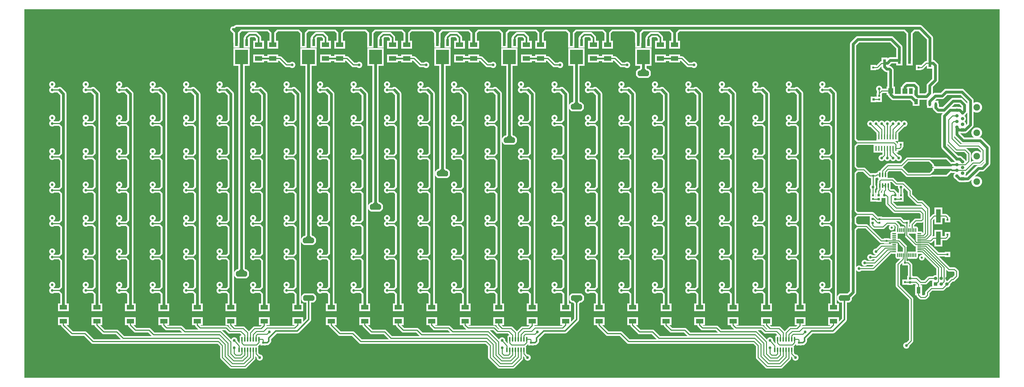
<source format=gtl>
%FSLAX25Y25*%
%MOIN*%
G70*
G01*
G75*
G04 Layer_Physical_Order=1*
G04 Layer_Color=255*
%ADD10O,0.02165X0.06890*%
%ADD11O,0.06890X0.02165*%
%ADD12R,0.12992X0.07874*%
%ADD13O,0.02362X0.08661*%
%ADD14R,0.03543X0.03543*%
%ADD15C,0.03937*%
%ADD16R,0.03347X0.03347*%
%ADD17R,0.03937X0.03937*%
%ADD18R,0.06299X0.11811*%
%ADD19R,0.07874X0.23622*%
%ADD20R,0.06299X0.02362*%
%ADD21R,0.04921X0.12008*%
%ADD22R,0.04724X0.13780*%
%ADD23R,0.08661X0.09252*%
%ADD24R,0.06102X0.09252*%
%ADD25R,0.03347X0.06693*%
%ADD26R,0.21850X0.25590*%
%ADD27R,0.22638X0.25590*%
%ADD28R,0.02362X0.08661*%
%ADD29C,0.05000*%
%ADD30C,0.02000*%
%ADD31C,0.01500*%
%ADD32C,0.02500*%
%ADD33C,0.03000*%
%ADD34C,0.01000*%
%ADD35C,0.04724*%
%ADD36C,0.04724*%
%ADD37R,0.05906X0.05906*%
%ADD38C,0.05906*%
%ADD39C,0.05906*%
%ADD40C,0.06299*%
%ADD41C,0.11614*%
%ADD42R,0.05906X0.05906*%
%ADD43C,0.05000*%
G36*
X1789000Y72000D02*
X69000D01*
Y723500D01*
X1789000D01*
Y72000D01*
D02*
G37*
%LPC*%
G36*
X1003937Y595960D02*
X1002537Y595775D01*
X1001233Y595235D01*
X1000113Y594376D01*
X999253Y593255D01*
X998713Y591951D01*
X998528Y590551D01*
X998713Y589151D01*
X999253Y587847D01*
X1000113Y586727D01*
X1001233Y585867D01*
X1001996Y585551D01*
Y585551D01*
D01*
D01*
D01*
X1001233Y585235D01*
X1000113Y584376D01*
X999253Y583255D01*
X998713Y581951D01*
X998528Y580551D01*
X998713Y579151D01*
X999253Y577847D01*
X1000113Y576727D01*
X1001233Y575867D01*
X1002537Y575327D01*
X1003937Y575143D01*
X1005337Y575327D01*
X1006641Y575867D01*
X1007487Y576517D01*
X1012689D01*
X1018075Y571131D01*
Y528082D01*
X1015523Y525531D01*
X1007487D01*
X1006641Y526180D01*
X1005878Y526496D01*
D01*
X1006641Y526812D01*
X1007761Y527672D01*
X1008621Y528792D01*
X1009161Y530096D01*
X1009346Y531496D01*
X1009161Y532896D01*
X1008621Y534200D01*
X1007761Y535320D01*
X1006641Y536180D01*
X1005337Y536720D01*
X1003937Y536904D01*
X1002537Y536720D01*
X1001233Y536180D01*
X1000113Y535320D01*
X999253Y534200D01*
X998713Y532896D01*
X998528Y531496D01*
X998713Y530096D01*
X999253Y528792D01*
X1000113Y527672D01*
X1001233Y526812D01*
X1001996Y526496D01*
Y526496D01*
D01*
D01*
D01*
X1001233Y526180D01*
X1000113Y525320D01*
X999253Y524200D01*
X998713Y522896D01*
X998528Y521496D01*
X998713Y520096D01*
X999253Y518792D01*
X1000113Y517672D01*
X1001233Y516812D01*
X1002537Y516272D01*
X1003937Y516088D01*
X1005337Y516272D01*
X1006641Y516812D01*
X1007487Y517461D01*
X1015549D01*
X1018075Y514886D01*
Y469027D01*
X1015523Y466475D01*
X1007487D01*
X1006641Y467125D01*
X1005878Y467441D01*
D01*
X1006641Y467757D01*
X1007761Y468617D01*
X1008621Y469737D01*
X1009161Y471041D01*
X1009346Y472441D01*
X1009161Y473841D01*
X1008621Y475145D01*
X1007761Y476265D01*
X1006641Y477125D01*
X1005337Y477665D01*
X1003937Y477849D01*
X1002537Y477665D01*
X1001233Y477125D01*
X1000113Y476265D01*
X999253Y475145D01*
X998713Y473841D01*
X998528Y472441D01*
X998713Y471041D01*
X999253Y469737D01*
X1000113Y468617D01*
X1001233Y467757D01*
X1001996Y467441D01*
Y467441D01*
D01*
D01*
D01*
X1001233Y467125D01*
X1000113Y466265D01*
X999253Y465145D01*
X998713Y463841D01*
X998528Y462441D01*
X998713Y461041D01*
X999253Y459737D01*
X1000113Y458617D01*
X1001233Y457757D01*
X1002537Y457217D01*
X1003937Y457032D01*
X1005337Y457217D01*
X1006641Y457757D01*
X1007488Y458406D01*
X1015549D01*
X1018075Y455831D01*
Y409972D01*
X1015523Y407420D01*
X1007487D01*
X1006641Y408070D01*
X1005878Y408386D01*
D01*
X1006641Y408702D01*
X1007761Y409561D01*
X1008621Y410682D01*
X1009161Y411986D01*
X1009346Y413386D01*
X1009161Y414786D01*
X1008621Y416090D01*
X1007761Y417210D01*
X1006641Y418070D01*
X1005337Y418610D01*
X1003937Y418794D01*
X1002537Y418610D01*
X1001233Y418070D01*
X1000113Y417210D01*
X999253Y416090D01*
X998713Y414786D01*
X998528Y413386D01*
X998713Y411986D01*
X999253Y410682D01*
X1000113Y409561D01*
X1001233Y408702D01*
X1001996Y408386D01*
Y408386D01*
X1001996D01*
X1001996D01*
X1001996D01*
X1001233Y408070D01*
X1000113Y407210D01*
X999253Y406090D01*
X998713Y404786D01*
X998528Y403386D01*
X998713Y401986D01*
X999253Y400682D01*
X1000113Y399562D01*
X1001233Y398702D01*
X1002537Y398162D01*
X1003937Y397977D01*
X1005337Y398162D01*
X1006641Y398702D01*
X1007488Y399351D01*
X1015549D01*
X1018075Y396776D01*
Y350917D01*
X1015523Y348365D01*
X1007487D01*
X1006641Y349015D01*
X1005878Y349331D01*
D01*
X1006641Y349647D01*
X1007761Y350506D01*
X1008621Y351626D01*
X1009161Y352931D01*
X1009346Y354331D01*
X1009161Y355731D01*
X1008621Y357035D01*
X1007761Y358155D01*
X1006641Y359015D01*
X1005337Y359555D01*
X1003937Y359739D01*
X1002537Y359555D01*
X1001233Y359015D01*
X1000113Y358155D01*
X999253Y357035D01*
X998713Y355731D01*
X998528Y354331D01*
X998713Y352931D01*
X999253Y351626D01*
X1000113Y350506D01*
X1001233Y349647D01*
X1001996Y349331D01*
Y349331D01*
X1001996D01*
X1001996D01*
X1001996D01*
X1001233Y349015D01*
X1000113Y348155D01*
X999253Y347035D01*
X998713Y345730D01*
X998528Y344331D01*
X998713Y342931D01*
X999253Y341627D01*
X1000113Y340506D01*
X1001233Y339647D01*
X1002537Y339106D01*
X1003937Y338922D01*
X1005337Y339106D01*
X1006641Y339647D01*
X1007488Y340296D01*
X1015549D01*
X1018075Y337721D01*
Y291862D01*
X1015523Y289310D01*
X1007487D01*
X1006641Y289960D01*
X1005878Y290276D01*
D01*
X1006641Y290592D01*
X1007761Y291451D01*
X1008621Y292571D01*
X1009161Y293876D01*
X1009346Y295276D01*
X1009161Y296675D01*
X1008621Y297980D01*
X1007761Y299100D01*
X1006641Y299959D01*
X1005337Y300500D01*
X1003937Y300684D01*
X1002537Y300500D01*
X1001233Y299959D01*
X1000113Y299100D01*
X999253Y297980D01*
X998713Y296675D01*
X998528Y295276D01*
X998713Y293876D01*
X999253Y292571D01*
X1000113Y291451D01*
X1001233Y290592D01*
X1001996Y290276D01*
Y290276D01*
X1001996D01*
X1001996D01*
X1001996D01*
X1001233Y289960D01*
X1000113Y289100D01*
X999253Y287980D01*
X998713Y286675D01*
X998528Y285276D01*
X998713Y283876D01*
X999253Y282571D01*
X1000113Y281451D01*
X1001233Y280592D01*
X1002537Y280051D01*
X1003937Y279867D01*
X1005337Y280051D01*
X1006641Y280592D01*
X1007488Y281241D01*
X1015549D01*
X1018075Y278665D01*
Y232807D01*
X1015523Y230255D01*
X1007487D01*
X1006641Y230904D01*
X1005878Y231221D01*
D01*
X1006641Y231537D01*
X1007761Y232396D01*
X1008621Y233516D01*
X1009161Y234821D01*
X1009346Y236221D01*
X1009161Y237620D01*
X1008621Y238925D01*
X1007761Y240045D01*
X1006641Y240904D01*
X1005337Y241445D01*
X1003937Y241629D01*
X1002537Y241445D01*
X1001233Y240904D01*
X1000113Y240045D01*
X999253Y238925D01*
X998713Y237620D01*
X998528Y236221D01*
X998713Y234821D01*
X999253Y233516D01*
X1000113Y232396D01*
X1001233Y231537D01*
X1001996Y231221D01*
Y231221D01*
X1001996D01*
X1001996D01*
X1001996D01*
X1001233Y230904D01*
X1000113Y230045D01*
X999253Y228925D01*
X998713Y227620D01*
X998528Y226220D01*
X998713Y224821D01*
X999253Y223516D01*
X1000113Y222396D01*
X1001233Y221537D01*
X1002537Y220996D01*
X1003937Y220812D01*
X1005337Y220996D01*
X1006641Y221537D01*
X1007488Y222186D01*
X1015549D01*
X1018075Y219610D01*
Y203488D01*
X1014126D01*
Y189614D01*
X1033118D01*
Y203488D01*
X1029169D01*
Y573429D01*
X1029169Y573429D01*
X1028981Y574865D01*
X1028589Y575811D01*
X1028426Y576203D01*
X1027545Y577352D01*
X1027545Y577352D01*
X1020423Y584474D01*
X1019274Y585355D01*
X1017936Y585910D01*
X1016500Y586099D01*
X1015064Y585910D01*
X1013726Y585355D01*
X1012723Y584586D01*
X1007487D01*
X1006641Y585235D01*
X1005878Y585551D01*
D01*
X1006641Y585867D01*
X1007761Y586727D01*
X1008621Y587847D01*
X1009161Y589151D01*
X1009346Y590551D01*
X1009161Y591951D01*
X1008621Y593255D01*
X1007761Y594376D01*
X1006641Y595235D01*
X1005337Y595775D01*
X1003937Y595960D01*
D02*
G37*
G36*
X1062992D02*
X1061592Y595775D01*
X1060288Y595235D01*
X1059168Y594376D01*
X1058308Y593255D01*
X1057768Y591951D01*
X1057584Y590551D01*
X1057768Y589151D01*
X1058308Y587847D01*
X1059168Y586727D01*
X1060288Y585867D01*
X1061051Y585551D01*
Y585551D01*
D01*
D01*
D01*
X1060288Y585235D01*
X1059168Y584376D01*
X1058308Y583255D01*
X1057768Y581951D01*
X1057584Y580551D01*
X1057768Y579151D01*
X1058308Y577847D01*
X1059168Y576727D01*
X1060288Y575867D01*
X1061592Y575327D01*
X1062992Y575143D01*
X1064392Y575327D01*
X1065696Y575867D01*
X1066543Y576517D01*
X1071689D01*
X1077130Y571076D01*
Y528082D01*
X1074578Y525531D01*
X1066543D01*
X1065696Y526180D01*
X1064933Y526496D01*
D01*
X1065696Y526812D01*
X1066817Y527672D01*
X1067676Y528792D01*
X1068216Y530096D01*
X1068401Y531496D01*
X1068216Y532896D01*
X1067676Y534200D01*
X1066817Y535320D01*
X1065696Y536180D01*
X1064392Y536720D01*
X1062992Y536904D01*
X1061592Y536720D01*
X1060288Y536180D01*
X1059168Y535320D01*
X1058308Y534200D01*
X1057768Y532896D01*
X1057584Y531496D01*
X1057768Y530096D01*
X1058308Y528792D01*
X1059168Y527672D01*
X1060288Y526812D01*
X1061051Y526496D01*
Y526496D01*
D01*
D01*
D01*
X1060288Y526180D01*
X1059168Y525320D01*
X1058308Y524200D01*
X1057768Y522896D01*
X1057584Y521496D01*
X1057768Y520096D01*
X1058308Y518792D01*
X1059168Y517672D01*
X1060288Y516812D01*
X1061592Y516272D01*
X1062992Y516088D01*
X1064392Y516272D01*
X1065696Y516812D01*
X1066543Y517461D01*
X1074604D01*
X1077130Y514886D01*
Y469027D01*
X1074578Y466475D01*
X1066543D01*
X1065696Y467125D01*
X1064933Y467441D01*
D01*
X1065696Y467757D01*
X1066817Y468617D01*
X1067676Y469737D01*
X1068216Y471041D01*
X1068401Y472441D01*
X1068216Y473841D01*
X1067676Y475145D01*
X1066817Y476265D01*
X1065696Y477125D01*
X1064392Y477665D01*
X1062992Y477849D01*
X1061592Y477665D01*
X1060288Y477125D01*
X1059168Y476265D01*
X1058308Y475145D01*
X1057768Y473841D01*
X1057584Y472441D01*
X1057768Y471041D01*
X1058308Y469737D01*
X1059168Y468617D01*
X1060288Y467757D01*
X1061051Y467441D01*
Y467441D01*
D01*
D01*
D01*
X1060288Y467125D01*
X1059168Y466265D01*
X1058308Y465145D01*
X1057768Y463841D01*
X1057584Y462441D01*
X1057768Y461041D01*
X1058308Y459737D01*
X1059168Y458617D01*
X1060288Y457757D01*
X1061592Y457217D01*
X1062992Y457032D01*
X1064392Y457217D01*
X1065696Y457757D01*
X1066543Y458406D01*
X1074604D01*
X1077130Y455831D01*
Y409972D01*
X1074578Y407420D01*
X1066543D01*
X1065696Y408070D01*
X1064933Y408386D01*
D01*
X1065696Y408702D01*
X1066817Y409561D01*
X1067676Y410682D01*
X1068216Y411986D01*
X1068401Y413386D01*
X1068216Y414786D01*
X1067676Y416090D01*
X1066817Y417210D01*
X1065696Y418070D01*
X1064392Y418610D01*
X1062992Y418794D01*
X1061592Y418610D01*
X1060288Y418070D01*
X1059168Y417210D01*
X1058308Y416090D01*
X1057768Y414786D01*
X1057584Y413386D01*
X1057768Y411986D01*
X1058308Y410682D01*
X1059168Y409561D01*
X1060288Y408702D01*
X1061051Y408386D01*
Y408386D01*
X1061051D01*
X1061051D01*
X1061051D01*
X1060288Y408070D01*
X1059168Y407210D01*
X1058308Y406090D01*
X1057768Y404786D01*
X1057584Y403386D01*
X1057768Y401986D01*
X1058308Y400682D01*
X1059168Y399562D01*
X1060288Y398702D01*
X1061592Y398162D01*
X1062992Y397977D01*
X1064392Y398162D01*
X1065696Y398702D01*
X1066543Y399351D01*
X1074604D01*
X1077130Y396776D01*
Y350917D01*
X1074578Y348365D01*
X1066543D01*
X1065696Y349015D01*
X1064933Y349331D01*
D01*
X1065696Y349647D01*
X1066817Y350506D01*
X1067676Y351626D01*
X1068216Y352931D01*
X1068401Y354331D01*
X1068216Y355731D01*
X1067676Y357035D01*
X1066817Y358155D01*
X1065696Y359015D01*
X1064392Y359555D01*
X1062992Y359739D01*
X1061592Y359555D01*
X1060288Y359015D01*
X1059168Y358155D01*
X1058308Y357035D01*
X1057768Y355731D01*
X1057584Y354331D01*
X1057768Y352931D01*
X1058308Y351626D01*
X1059168Y350506D01*
X1060288Y349647D01*
X1061051Y349331D01*
Y349331D01*
X1061051D01*
X1061051D01*
X1061051D01*
X1060288Y349015D01*
X1059168Y348155D01*
X1058308Y347035D01*
X1057768Y345730D01*
X1057584Y344331D01*
X1057768Y342931D01*
X1058308Y341627D01*
X1059168Y340506D01*
X1060288Y339647D01*
X1061592Y339106D01*
X1062992Y338922D01*
X1064392Y339106D01*
X1065696Y339647D01*
X1066543Y340296D01*
X1074604D01*
X1077130Y337721D01*
Y291862D01*
X1074578Y289310D01*
X1066543D01*
X1065696Y289960D01*
X1064933Y290276D01*
D01*
X1065696Y290592D01*
X1066817Y291451D01*
X1067676Y292571D01*
X1068216Y293876D01*
X1068401Y295276D01*
X1068216Y296675D01*
X1067676Y297980D01*
X1066817Y299100D01*
X1065696Y299959D01*
X1064392Y300500D01*
X1062992Y300684D01*
X1061592Y300500D01*
X1060288Y299959D01*
X1059168Y299100D01*
X1058308Y297980D01*
X1057768Y296675D01*
X1057584Y295276D01*
X1057768Y293876D01*
X1058308Y292571D01*
X1059168Y291451D01*
X1060288Y290592D01*
X1061051Y290276D01*
Y290276D01*
X1061051D01*
X1061051D01*
X1061051D01*
X1060288Y289960D01*
X1059168Y289100D01*
X1058308Y287980D01*
X1057768Y286675D01*
X1057584Y285276D01*
X1057768Y283876D01*
X1058308Y282571D01*
X1059168Y281451D01*
X1060288Y280592D01*
X1061592Y280051D01*
X1062992Y279867D01*
X1064392Y280051D01*
X1065696Y280592D01*
X1066543Y281241D01*
X1074604D01*
X1077130Y278665D01*
Y232807D01*
X1074578Y230255D01*
X1066543D01*
X1065696Y230904D01*
X1064933Y231221D01*
D01*
X1065696Y231537D01*
X1066817Y232396D01*
X1067676Y233516D01*
X1068216Y234821D01*
X1068401Y236221D01*
X1068216Y237620D01*
X1067676Y238925D01*
X1066817Y240045D01*
X1065696Y240904D01*
X1064392Y241445D01*
X1062992Y241629D01*
X1061592Y241445D01*
X1060288Y240904D01*
X1059168Y240045D01*
X1058308Y238925D01*
X1057768Y237620D01*
X1057584Y236221D01*
X1057768Y234821D01*
X1058308Y233516D01*
X1059168Y232396D01*
X1060288Y231537D01*
X1061051Y231221D01*
Y231221D01*
X1061051D01*
X1061051D01*
X1061051D01*
X1060288Y230904D01*
X1059168Y230045D01*
X1058308Y228925D01*
X1057768Y227620D01*
X1057584Y226220D01*
X1057768Y224821D01*
X1058308Y223516D01*
X1059168Y222396D01*
X1060288Y221537D01*
X1061592Y220996D01*
X1062992Y220812D01*
X1064392Y220996D01*
X1065696Y221537D01*
X1066543Y222186D01*
X1074604D01*
X1077130Y219610D01*
Y203488D01*
X1073181D01*
Y189614D01*
X1092173D01*
Y203488D01*
X1088225D01*
Y573374D01*
X1088225Y573374D01*
X1088036Y574810D01*
X1087481Y576148D01*
X1086600Y577297D01*
X1079423Y584474D01*
X1078274Y585355D01*
X1076936Y585910D01*
X1075500Y586099D01*
X1074064Y585910D01*
X1072726Y585355D01*
X1071723Y584586D01*
X1066543D01*
X1065696Y585235D01*
X1064933Y585551D01*
D01*
X1065696Y585867D01*
X1066817Y586727D01*
X1067676Y587847D01*
X1068216Y589151D01*
X1068401Y590551D01*
X1068216Y591951D01*
X1067676Y593255D01*
X1066817Y594376D01*
X1065696Y595235D01*
X1064392Y595775D01*
X1062992Y595960D01*
D02*
G37*
G36*
X1122047D02*
X1120647Y595775D01*
X1119343Y595235D01*
X1118223Y594376D01*
X1117363Y593255D01*
X1116823Y591951D01*
X1116639Y590551D01*
X1116823Y589151D01*
X1117363Y587847D01*
X1118223Y586727D01*
X1119343Y585867D01*
X1120106Y585551D01*
Y585551D01*
D01*
D01*
D01*
X1119343Y585235D01*
X1118223Y584376D01*
X1117363Y583255D01*
X1116823Y581951D01*
X1116639Y580551D01*
X1116823Y579151D01*
X1117363Y577847D01*
X1118223Y576727D01*
X1119343Y575867D01*
X1120647Y575327D01*
X1122047Y575143D01*
X1123447Y575327D01*
X1124751Y575867D01*
X1125598Y576517D01*
X1130689D01*
X1136185Y571021D01*
Y528082D01*
X1133633Y525531D01*
X1125598D01*
X1124751Y526180D01*
X1123988Y526496D01*
D01*
X1124751Y526812D01*
X1125872Y527672D01*
X1126731Y528792D01*
X1127271Y530096D01*
X1127456Y531496D01*
X1127271Y532896D01*
X1126731Y534200D01*
X1125872Y535320D01*
X1124751Y536180D01*
X1123447Y536720D01*
X1122047Y536904D01*
X1120647Y536720D01*
X1119343Y536180D01*
X1118223Y535320D01*
X1117363Y534200D01*
X1116823Y532896D01*
X1116639Y531496D01*
X1116823Y530096D01*
X1117363Y528792D01*
X1118223Y527672D01*
X1119343Y526812D01*
X1120106Y526496D01*
Y526496D01*
D01*
D01*
D01*
X1119343Y526180D01*
X1118223Y525320D01*
X1117363Y524200D01*
X1116823Y522896D01*
X1116639Y521496D01*
X1116823Y520096D01*
X1117363Y518792D01*
X1118223Y517672D01*
X1119343Y516812D01*
X1120647Y516272D01*
X1122047Y516088D01*
X1123447Y516272D01*
X1124751Y516812D01*
X1125598Y517461D01*
X1133659D01*
X1136185Y514886D01*
Y469027D01*
X1133633Y466475D01*
X1125598D01*
X1124751Y467125D01*
X1123988Y467441D01*
D01*
X1124751Y467757D01*
X1125872Y468617D01*
X1126731Y469737D01*
X1127271Y471041D01*
X1127456Y472441D01*
X1127271Y473841D01*
X1126731Y475145D01*
X1125872Y476265D01*
X1124751Y477125D01*
X1123447Y477665D01*
X1122047Y477849D01*
X1120647Y477665D01*
X1119343Y477125D01*
X1118223Y476265D01*
X1117363Y475145D01*
X1116823Y473841D01*
X1116639Y472441D01*
X1116823Y471041D01*
X1117363Y469737D01*
X1118223Y468617D01*
X1119343Y467757D01*
X1120106Y467441D01*
Y467441D01*
D01*
D01*
D01*
X1119343Y467125D01*
X1118223Y466265D01*
X1117363Y465145D01*
X1116823Y463841D01*
X1116639Y462441D01*
X1116823Y461041D01*
X1117363Y459737D01*
X1118223Y458617D01*
X1119343Y457757D01*
X1120647Y457217D01*
X1122047Y457032D01*
X1123447Y457217D01*
X1124751Y457757D01*
X1125598Y458406D01*
X1133659D01*
X1136185Y455831D01*
Y409972D01*
X1133633Y407420D01*
X1125598D01*
X1124751Y408070D01*
X1123988Y408386D01*
D01*
X1124751Y408702D01*
X1125872Y409561D01*
X1126731Y410682D01*
X1127271Y411986D01*
X1127456Y413386D01*
X1127271Y414786D01*
X1126731Y416090D01*
X1125872Y417210D01*
X1124751Y418070D01*
X1123447Y418610D01*
X1122047Y418794D01*
X1120647Y418610D01*
X1119343Y418070D01*
X1118223Y417210D01*
X1117363Y416090D01*
X1116823Y414786D01*
X1116639Y413386D01*
X1116823Y411986D01*
X1117363Y410682D01*
X1118223Y409561D01*
X1119343Y408702D01*
X1120106Y408386D01*
Y408386D01*
X1120106D01*
X1120106D01*
X1120106D01*
X1119343Y408070D01*
X1118223Y407210D01*
X1117363Y406090D01*
X1116823Y404786D01*
X1116639Y403386D01*
X1116823Y401986D01*
X1117363Y400682D01*
X1118223Y399562D01*
X1119343Y398702D01*
X1120647Y398162D01*
X1122047Y397977D01*
X1123447Y398162D01*
X1124751Y398702D01*
X1125598Y399351D01*
X1133659D01*
X1136185Y396776D01*
Y350917D01*
X1133633Y348365D01*
X1125598D01*
X1124751Y349015D01*
X1123988Y349331D01*
D01*
X1124751Y349647D01*
X1125872Y350506D01*
X1126731Y351626D01*
X1127271Y352931D01*
X1127456Y354331D01*
X1127271Y355731D01*
X1126731Y357035D01*
X1125872Y358155D01*
X1124751Y359015D01*
X1123447Y359555D01*
X1122047Y359739D01*
X1120647Y359555D01*
X1119343Y359015D01*
X1118223Y358155D01*
X1117363Y357035D01*
X1116823Y355731D01*
X1116639Y354331D01*
X1116823Y352931D01*
X1117363Y351626D01*
X1118223Y350506D01*
X1119343Y349647D01*
X1120106Y349331D01*
Y349331D01*
X1120106D01*
X1120106D01*
X1120106D01*
X1119343Y349015D01*
X1118223Y348155D01*
X1117363Y347035D01*
X1116823Y345730D01*
X1116639Y344331D01*
X1116823Y342931D01*
X1117363Y341627D01*
X1118223Y340506D01*
X1119343Y339647D01*
X1120647Y339106D01*
X1122047Y338922D01*
X1123447Y339106D01*
X1124751Y339647D01*
X1125598Y340296D01*
X1133659D01*
X1136185Y337721D01*
Y291862D01*
X1133633Y289310D01*
X1125598D01*
X1124751Y289960D01*
X1123988Y290276D01*
D01*
X1124751Y290592D01*
X1125872Y291451D01*
X1126731Y292571D01*
X1127271Y293876D01*
X1127456Y295276D01*
X1127271Y296675D01*
X1126731Y297980D01*
X1125872Y299100D01*
X1124751Y299959D01*
X1123447Y300500D01*
X1122047Y300684D01*
X1120647Y300500D01*
X1119343Y299959D01*
X1118223Y299100D01*
X1117363Y297980D01*
X1116823Y296675D01*
X1116639Y295276D01*
X1116823Y293876D01*
X1117363Y292571D01*
X1118223Y291451D01*
X1119343Y290592D01*
X1120106Y290276D01*
Y290276D01*
X1120106D01*
X1120106D01*
X1120106D01*
X1119343Y289960D01*
X1118223Y289100D01*
X1117363Y287980D01*
X1116823Y286675D01*
X1116639Y285276D01*
X1116823Y283876D01*
X1117363Y282571D01*
X1118223Y281451D01*
X1119343Y280592D01*
X1120647Y280051D01*
X1122047Y279867D01*
X1123447Y280051D01*
X1124751Y280592D01*
X1125598Y281241D01*
X1133659D01*
X1136185Y278665D01*
Y232807D01*
X1133633Y230255D01*
X1125598D01*
X1124751Y230904D01*
X1123988Y231221D01*
D01*
X1124751Y231537D01*
X1125872Y232396D01*
X1126731Y233516D01*
X1127271Y234821D01*
X1127456Y236221D01*
X1127271Y237620D01*
X1126731Y238925D01*
X1125872Y240045D01*
X1124751Y240904D01*
X1123447Y241445D01*
X1122047Y241629D01*
X1120647Y241445D01*
X1119343Y240904D01*
X1118223Y240045D01*
X1117363Y238925D01*
X1116823Y237620D01*
X1116639Y236221D01*
X1116823Y234821D01*
X1117363Y233516D01*
X1118223Y232396D01*
X1119343Y231537D01*
X1120106Y231221D01*
Y231221D01*
X1120106D01*
X1120106D01*
X1120106D01*
X1119343Y230904D01*
X1118223Y230045D01*
X1117363Y228925D01*
X1116823Y227620D01*
X1116639Y226220D01*
X1116823Y224821D01*
X1117363Y223516D01*
X1118223Y222396D01*
X1119343Y221537D01*
X1120647Y220996D01*
X1122047Y220812D01*
X1123447Y220996D01*
X1124751Y221537D01*
X1125598Y222186D01*
X1133659D01*
X1136185Y219610D01*
Y203488D01*
X1132236D01*
Y189614D01*
X1151228D01*
Y203488D01*
X1147280D01*
Y573319D01*
X1147280Y573319D01*
X1147091Y574755D01*
X1146766Y575538D01*
X1146537Y576093D01*
X1145655Y577242D01*
X1145655Y577242D01*
X1138423Y584474D01*
X1137274Y585355D01*
X1135936Y585910D01*
X1134500Y586099D01*
X1133064Y585910D01*
X1131726Y585355D01*
X1130723Y584586D01*
X1125598D01*
X1124751Y585235D01*
X1123988Y585551D01*
D01*
X1124751Y585867D01*
X1125872Y586727D01*
X1126731Y587847D01*
X1127271Y589151D01*
X1127456Y590551D01*
X1127271Y591951D01*
X1126731Y593255D01*
X1125872Y594376D01*
X1124751Y595235D01*
X1123447Y595775D01*
X1122047Y595960D01*
D02*
G37*
G36*
X944882D02*
X943482Y595775D01*
X942178Y595235D01*
X941057Y594376D01*
X940198Y593255D01*
X939658Y591951D01*
X939473Y590551D01*
X939658Y589151D01*
X940198Y587847D01*
X941057Y586727D01*
X942178Y585867D01*
X942941Y585551D01*
Y585551D01*
D01*
D01*
D01*
X942178Y585235D01*
X941057Y584376D01*
X940198Y583255D01*
X939658Y581951D01*
X939473Y580551D01*
X939658Y579151D01*
X940198Y577847D01*
X941057Y576727D01*
X942178Y575867D01*
X943482Y575327D01*
X944882Y575143D01*
X946282Y575327D01*
X947586Y575867D01*
X948432Y576517D01*
X953689D01*
X959019Y571186D01*
Y528082D01*
X956468Y525531D01*
X948432D01*
X947586Y526180D01*
X946823Y526496D01*
D01*
X947586Y526812D01*
X948706Y527672D01*
X949566Y528792D01*
X950106Y530096D01*
X950290Y531496D01*
X950106Y532896D01*
X949566Y534200D01*
X948706Y535320D01*
X947586Y536180D01*
X946282Y536720D01*
X944882Y536904D01*
X943482Y536720D01*
X942178Y536180D01*
X941057Y535320D01*
X940198Y534200D01*
X939658Y532896D01*
X939473Y531496D01*
X939658Y530096D01*
X940198Y528792D01*
X941057Y527672D01*
X942178Y526812D01*
X942941Y526496D01*
Y526496D01*
D01*
D01*
D01*
X942178Y526180D01*
X941057Y525320D01*
X940198Y524200D01*
X939658Y522896D01*
X939473Y521496D01*
X939658Y520096D01*
X940198Y518792D01*
X941057Y517672D01*
X942178Y516812D01*
X943482Y516272D01*
X944882Y516088D01*
X946282Y516272D01*
X947586Y516812D01*
X948432Y517461D01*
X956493D01*
X959019Y514886D01*
Y469027D01*
X956468Y466475D01*
X948432D01*
X947586Y467125D01*
X946823Y467441D01*
D01*
X947586Y467757D01*
X948706Y468617D01*
X949566Y469737D01*
X950106Y471041D01*
X950290Y472441D01*
X950106Y473841D01*
X949566Y475145D01*
X948706Y476265D01*
X947586Y477125D01*
X946282Y477665D01*
X944882Y477849D01*
X943482Y477665D01*
X942178Y477125D01*
X941057Y476265D01*
X940198Y475145D01*
X939658Y473841D01*
X939473Y472441D01*
X939658Y471041D01*
X940198Y469737D01*
X941057Y468617D01*
X942178Y467757D01*
X942941Y467441D01*
Y467441D01*
D01*
D01*
D01*
X942178Y467125D01*
X941057Y466265D01*
X940198Y465145D01*
X939658Y463841D01*
X939473Y462441D01*
X939658Y461041D01*
X940198Y459737D01*
X941057Y458617D01*
X942178Y457757D01*
X943482Y457217D01*
X944882Y457032D01*
X946282Y457217D01*
X947586Y457757D01*
X948433Y458406D01*
X956493D01*
X959019Y455831D01*
Y409972D01*
X956468Y407420D01*
X948432D01*
X947586Y408070D01*
X946823Y408386D01*
D01*
X947586Y408702D01*
X948706Y409561D01*
X949566Y410682D01*
X950106Y411986D01*
X950290Y413386D01*
X950106Y414786D01*
X949566Y416090D01*
X948706Y417210D01*
X947586Y418070D01*
X946282Y418610D01*
X944882Y418794D01*
X943482Y418610D01*
X942178Y418070D01*
X941057Y417210D01*
X940198Y416090D01*
X939658Y414786D01*
X939473Y413386D01*
X939658Y411986D01*
X940198Y410682D01*
X941057Y409561D01*
X942178Y408702D01*
X942941Y408386D01*
Y408386D01*
X942941D01*
X942941D01*
X942941D01*
X942178Y408070D01*
X941057Y407210D01*
X940198Y406090D01*
X939658Y404786D01*
X939473Y403386D01*
X939658Y401986D01*
X940198Y400682D01*
X941057Y399562D01*
X942178Y398702D01*
X943482Y398162D01*
X944882Y397977D01*
X946282Y398162D01*
X947586Y398702D01*
X948433Y399351D01*
X956493D01*
X959019Y396776D01*
Y350917D01*
X956468Y348365D01*
X948432D01*
X947586Y349015D01*
X946823Y349331D01*
D01*
X947586Y349647D01*
X948706Y350506D01*
X949566Y351626D01*
X950106Y352931D01*
X950290Y354331D01*
X950106Y355731D01*
X949566Y357035D01*
X948706Y358155D01*
X947586Y359015D01*
X946282Y359555D01*
X944882Y359739D01*
X943482Y359555D01*
X942178Y359015D01*
X941057Y358155D01*
X940198Y357035D01*
X939658Y355731D01*
X939473Y354331D01*
X939658Y352931D01*
X940198Y351626D01*
X941057Y350506D01*
X942178Y349647D01*
X942941Y349331D01*
Y349331D01*
X942941D01*
X942941D01*
X942941D01*
X942178Y349015D01*
X941057Y348155D01*
X940198Y347035D01*
X939658Y345730D01*
X939473Y344331D01*
X939658Y342931D01*
X940198Y341627D01*
X941057Y340506D01*
X942178Y339647D01*
X943482Y339106D01*
X944882Y338922D01*
X946282Y339106D01*
X947586Y339647D01*
X948433Y340296D01*
X956493D01*
X959019Y337721D01*
Y291862D01*
X956468Y289310D01*
X948432D01*
X947586Y289960D01*
X946823Y290276D01*
D01*
X947586Y290592D01*
X948706Y291451D01*
X949566Y292571D01*
X950106Y293876D01*
X950290Y295276D01*
X950106Y296675D01*
X949566Y297980D01*
X948706Y299100D01*
X947586Y299959D01*
X946282Y300500D01*
X944882Y300684D01*
X943482Y300500D01*
X942178Y299959D01*
X941057Y299100D01*
X940198Y297980D01*
X939658Y296675D01*
X939473Y295276D01*
X939658Y293876D01*
X940198Y292571D01*
X941057Y291451D01*
X942178Y290592D01*
X942941Y290276D01*
Y290276D01*
X942941D01*
X942941D01*
X942941D01*
X942178Y289960D01*
X941057Y289100D01*
X940198Y287980D01*
X939658Y286675D01*
X939473Y285276D01*
X939658Y283876D01*
X940198Y282571D01*
X941057Y281451D01*
X942178Y280592D01*
X943482Y280051D01*
X944882Y279867D01*
X946282Y280051D01*
X947586Y280592D01*
X948433Y281241D01*
X956493D01*
X959019Y278665D01*
Y232807D01*
X956468Y230255D01*
X948432D01*
X947586Y230904D01*
X946823Y231221D01*
D01*
X947586Y231537D01*
X948706Y232396D01*
X949566Y233516D01*
X950106Y234821D01*
X950290Y236221D01*
X950106Y237620D01*
X949566Y238925D01*
X948706Y240045D01*
X947586Y240904D01*
X946282Y241445D01*
X944882Y241629D01*
X943482Y241445D01*
X942178Y240904D01*
X941057Y240045D01*
X940198Y238925D01*
X939658Y237620D01*
X939473Y236221D01*
X939658Y234821D01*
X940198Y233516D01*
X941057Y232396D01*
X942178Y231537D01*
X942941Y231221D01*
Y231221D01*
X942941D01*
X942941D01*
X942941D01*
X942178Y230904D01*
X941057Y230045D01*
X940198Y228925D01*
X939658Y227620D01*
X939473Y226220D01*
X939658Y224821D01*
X940198Y223516D01*
X941057Y222396D01*
X942178Y221537D01*
X943482Y220996D01*
X944882Y220812D01*
X946282Y220996D01*
X947586Y221537D01*
X948433Y222186D01*
X956493D01*
X959019Y219610D01*
Y203488D01*
X955071D01*
Y189614D01*
X974063D01*
Y203488D01*
X970114D01*
Y573484D01*
X970114Y573484D01*
X969925Y574920D01*
X969601Y575704D01*
X969371Y576258D01*
X968490Y577407D01*
X968489Y577407D01*
X961423Y584474D01*
X960274Y585355D01*
X958936Y585910D01*
X957500Y586099D01*
X956064Y585910D01*
X954726Y585355D01*
X953723Y584586D01*
X948432D01*
X947586Y585235D01*
X946823Y585551D01*
D01*
X947586Y585867D01*
X948706Y586727D01*
X949566Y587847D01*
X950106Y589151D01*
X950290Y590551D01*
X950106Y591951D01*
X949566Y593255D01*
X948706Y594376D01*
X947586Y595235D01*
X946282Y595775D01*
X944882Y595960D01*
D02*
G37*
G36*
X767717D02*
X766317Y595775D01*
X765012Y595235D01*
X763892Y594376D01*
X763033Y593255D01*
X762492Y591951D01*
X762308Y590551D01*
X762492Y589151D01*
X763033Y587847D01*
X763892Y586727D01*
X765012Y585867D01*
X765775Y585551D01*
Y585551D01*
D01*
D01*
D01*
X765012Y585235D01*
X763892Y584376D01*
X763033Y583255D01*
X762492Y581951D01*
X762308Y580551D01*
X762492Y579151D01*
X763033Y577847D01*
X763892Y576727D01*
X765012Y575867D01*
X766317Y575327D01*
X767717Y575143D01*
X769116Y575327D01*
X770421Y575867D01*
X771267Y576517D01*
X776689D01*
X781854Y571352D01*
Y528082D01*
X779302Y525531D01*
X771267D01*
X770421Y526180D01*
X769658Y526496D01*
D01*
X770421Y526812D01*
X771541Y527672D01*
X772400Y528792D01*
X772941Y530096D01*
X773125Y531496D01*
X772941Y532896D01*
X772400Y534200D01*
X771541Y535320D01*
X770421Y536180D01*
X769116Y536720D01*
X767717Y536904D01*
X766317Y536720D01*
X765012Y536180D01*
X763892Y535320D01*
X763033Y534200D01*
X762492Y532896D01*
X762308Y531496D01*
X762492Y530096D01*
X763033Y528792D01*
X763892Y527672D01*
X765012Y526812D01*
X765775Y526496D01*
Y526496D01*
D01*
D01*
D01*
X765012Y526180D01*
X763892Y525320D01*
X763033Y524200D01*
X762492Y522896D01*
X762308Y521496D01*
X762492Y520096D01*
X763033Y518792D01*
X763892Y517672D01*
X765012Y516812D01*
X766317Y516272D01*
X767717Y516088D01*
X769116Y516272D01*
X770421Y516812D01*
X771267Y517461D01*
X779328D01*
X781854Y514886D01*
Y469027D01*
X779302Y466475D01*
X771267D01*
X770421Y467125D01*
X769658Y467441D01*
D01*
X770421Y467757D01*
X771541Y468617D01*
X772400Y469737D01*
X772941Y471041D01*
X773125Y472441D01*
X772941Y473841D01*
X772400Y475145D01*
X771541Y476265D01*
X770421Y477125D01*
X769116Y477665D01*
X767717Y477849D01*
X766317Y477665D01*
X765012Y477125D01*
X763892Y476265D01*
X763033Y475145D01*
X762492Y473841D01*
X762308Y472441D01*
X762492Y471041D01*
X763033Y469737D01*
X763892Y468617D01*
X765012Y467757D01*
X765775Y467441D01*
Y467441D01*
D01*
D01*
D01*
X765012Y467125D01*
X763892Y466265D01*
X763033Y465145D01*
X762492Y463841D01*
X762308Y462441D01*
X762492Y461041D01*
X763033Y459737D01*
X763892Y458617D01*
X765012Y457757D01*
X766317Y457217D01*
X767717Y457032D01*
X769116Y457217D01*
X770421Y457757D01*
X771267Y458406D01*
X779328D01*
X781854Y455831D01*
Y409972D01*
X779302Y407420D01*
X771267D01*
X770421Y408070D01*
X769658Y408386D01*
D01*
X770421Y408702D01*
X771541Y409561D01*
X772400Y410682D01*
X772941Y411986D01*
X773125Y413386D01*
X772941Y414786D01*
X772400Y416090D01*
X771541Y417210D01*
X770421Y418070D01*
X769116Y418610D01*
X767717Y418794D01*
X766317Y418610D01*
X765012Y418070D01*
X763892Y417210D01*
X763033Y416090D01*
X762492Y414786D01*
X762308Y413386D01*
X762492Y411986D01*
X763033Y410682D01*
X763892Y409561D01*
X765012Y408702D01*
X765775Y408386D01*
Y408386D01*
X765775D01*
X765775D01*
X765775D01*
X765012Y408070D01*
X763892Y407210D01*
X763033Y406090D01*
X762492Y404786D01*
X762308Y403386D01*
X762492Y401986D01*
X763033Y400682D01*
X763892Y399562D01*
X765012Y398702D01*
X766317Y398162D01*
X767717Y397977D01*
X769116Y398162D01*
X770421Y398702D01*
X771267Y399351D01*
X779328D01*
X781854Y396776D01*
Y350917D01*
X779302Y348365D01*
X771267D01*
X770421Y349015D01*
X769658Y349331D01*
D01*
X770421Y349647D01*
X771541Y350506D01*
X772400Y351626D01*
X772941Y352931D01*
X773125Y354331D01*
X772941Y355731D01*
X772400Y357035D01*
X771541Y358155D01*
X770421Y359015D01*
X769116Y359555D01*
X767717Y359739D01*
X766317Y359555D01*
X765012Y359015D01*
X763892Y358155D01*
X763033Y357035D01*
X762492Y355731D01*
X762308Y354331D01*
X762492Y352931D01*
X763033Y351626D01*
X763892Y350506D01*
X765012Y349647D01*
X765775Y349331D01*
Y349331D01*
X765775D01*
X765775D01*
X765775D01*
X765012Y349015D01*
X763892Y348155D01*
X763033Y347035D01*
X762492Y345730D01*
X762308Y344331D01*
X762492Y342931D01*
X763033Y341627D01*
X763892Y340506D01*
X765012Y339647D01*
X766317Y339106D01*
X767717Y338922D01*
X769116Y339106D01*
X770421Y339647D01*
X771267Y340296D01*
X779328D01*
X781854Y337721D01*
Y291862D01*
X779302Y289310D01*
X771267D01*
X770421Y289960D01*
X769658Y290276D01*
D01*
X770421Y290592D01*
X771541Y291451D01*
X772400Y292571D01*
X772941Y293876D01*
X773125Y295276D01*
X772941Y296675D01*
X772400Y297980D01*
X771541Y299100D01*
X770421Y299959D01*
X769116Y300500D01*
X767717Y300684D01*
X766317Y300500D01*
X765012Y299959D01*
X763892Y299100D01*
X763033Y297980D01*
X762492Y296675D01*
X762308Y295276D01*
X762492Y293876D01*
X763033Y292571D01*
X763892Y291451D01*
X765012Y290592D01*
X765775Y290276D01*
Y290276D01*
X765775D01*
X765775D01*
X765775D01*
X765012Y289960D01*
X763892Y289100D01*
X763033Y287980D01*
X762492Y286675D01*
X762308Y285276D01*
X762492Y283876D01*
X763033Y282571D01*
X763892Y281451D01*
X765012Y280592D01*
X766317Y280051D01*
X767717Y279867D01*
X769116Y280051D01*
X770421Y280592D01*
X771267Y281241D01*
X779328D01*
X781854Y278665D01*
Y232807D01*
X779302Y230255D01*
X771267D01*
X770421Y230904D01*
X769658Y231221D01*
D01*
X770421Y231537D01*
X771541Y232396D01*
X772400Y233516D01*
X772941Y234821D01*
X773125Y236221D01*
X772941Y237620D01*
X772400Y238925D01*
X771541Y240045D01*
X770421Y240904D01*
X769116Y241445D01*
X767717Y241629D01*
X766317Y241445D01*
X765012Y240904D01*
X763892Y240045D01*
X763033Y238925D01*
X762492Y237620D01*
X762308Y236221D01*
X762492Y234821D01*
X763033Y233516D01*
X763892Y232396D01*
X765012Y231537D01*
X765775Y231221D01*
Y231221D01*
X765775D01*
X765775D01*
X765775D01*
X765012Y230904D01*
X763892Y230045D01*
X763033Y228925D01*
X762492Y227620D01*
X762308Y226220D01*
X762492Y224821D01*
X763033Y223516D01*
X763892Y222396D01*
X765012Y221537D01*
X766317Y220996D01*
X767717Y220812D01*
X769116Y220996D01*
X770421Y221537D01*
X771267Y222186D01*
X779328D01*
X781854Y219610D01*
Y203488D01*
X777906D01*
Y189614D01*
X796898D01*
Y203488D01*
X792949D01*
Y573650D01*
X792949Y573650D01*
X792760Y575085D01*
X792435Y575869D01*
X792206Y576423D01*
X791324Y577572D01*
X791324Y577572D01*
X784423Y584474D01*
X783274Y585355D01*
X781936Y585910D01*
X780500Y586099D01*
X779064Y585910D01*
X777726Y585355D01*
X776723Y584586D01*
X771267D01*
X770421Y585235D01*
X769658Y585551D01*
D01*
X770421Y585867D01*
X771541Y586727D01*
X772400Y587847D01*
X772941Y589151D01*
X773125Y590551D01*
X772941Y591951D01*
X772400Y593255D01*
X771541Y594376D01*
X770421Y595235D01*
X769116Y595775D01*
X767717Y595960D01*
D02*
G37*
G36*
X826772D02*
X825372Y595775D01*
X824067Y595235D01*
X822947Y594376D01*
X822088Y593255D01*
X821548Y591951D01*
X821363Y590551D01*
X821548Y589151D01*
X822088Y587847D01*
X822947Y586727D01*
X824067Y585867D01*
X824831Y585551D01*
Y585551D01*
D01*
D01*
D01*
X824067Y585235D01*
X822947Y584376D01*
X822088Y583255D01*
X821548Y581951D01*
X821363Y580551D01*
X821548Y579151D01*
X822088Y577847D01*
X822947Y576727D01*
X824067Y575867D01*
X825372Y575327D01*
X826772Y575143D01*
X828172Y575327D01*
X829476Y575867D01*
X830322Y576517D01*
X835689D01*
X840909Y571297D01*
Y528082D01*
X838358Y525531D01*
X830322D01*
X829476Y526180D01*
X828713Y526496D01*
D01*
X829476Y526812D01*
X830596Y527672D01*
X831456Y528792D01*
X831996Y530096D01*
X832180Y531496D01*
X831996Y532896D01*
X831456Y534200D01*
X830596Y535320D01*
X829476Y536180D01*
X828172Y536720D01*
X826772Y536904D01*
X825372Y536720D01*
X824067Y536180D01*
X822947Y535320D01*
X822088Y534200D01*
X821548Y532896D01*
X821363Y531496D01*
X821548Y530096D01*
X822088Y528792D01*
X822947Y527672D01*
X824067Y526812D01*
X824831Y526496D01*
Y526496D01*
D01*
D01*
D01*
X824067Y526180D01*
X822947Y525320D01*
X822088Y524200D01*
X821548Y522896D01*
X821363Y521496D01*
X821548Y520096D01*
X822088Y518792D01*
X822947Y517672D01*
X824067Y516812D01*
X825372Y516272D01*
X826772Y516088D01*
X828172Y516272D01*
X829476Y516812D01*
X830322Y517461D01*
X838383D01*
X840909Y514886D01*
Y469027D01*
X838358Y466475D01*
X830322D01*
X829476Y467125D01*
X828713Y467441D01*
D01*
X829476Y467757D01*
X830596Y468617D01*
X831456Y469737D01*
X831996Y471041D01*
X832180Y472441D01*
X831996Y473841D01*
X831456Y475145D01*
X830596Y476265D01*
X829476Y477125D01*
X828172Y477665D01*
X826772Y477849D01*
X825372Y477665D01*
X824067Y477125D01*
X822947Y476265D01*
X822088Y475145D01*
X821548Y473841D01*
X821363Y472441D01*
X821548Y471041D01*
X822088Y469737D01*
X822947Y468617D01*
X824067Y467757D01*
X824831Y467441D01*
Y467441D01*
D01*
D01*
D01*
X824067Y467125D01*
X822947Y466265D01*
X822088Y465145D01*
X821548Y463841D01*
X821363Y462441D01*
X821548Y461041D01*
X822088Y459737D01*
X822947Y458617D01*
X824067Y457757D01*
X825372Y457217D01*
X826772Y457032D01*
X828172Y457217D01*
X829476Y457757D01*
X830322Y458406D01*
X838383D01*
X840909Y455831D01*
Y409972D01*
X838358Y407420D01*
X830322D01*
X829476Y408070D01*
X828713Y408386D01*
D01*
X829476Y408702D01*
X830596Y409561D01*
X831456Y410682D01*
X831996Y411986D01*
X832180Y413386D01*
X831996Y414786D01*
X831456Y416090D01*
X830596Y417210D01*
X829476Y418070D01*
X828172Y418610D01*
X826772Y418794D01*
X825372Y418610D01*
X824067Y418070D01*
X822947Y417210D01*
X822088Y416090D01*
X821548Y414786D01*
X821363Y413386D01*
X821548Y411986D01*
X822088Y410682D01*
X822947Y409561D01*
X824067Y408702D01*
X824831Y408386D01*
Y408386D01*
X824831D01*
X824831D01*
X824831D01*
X824067Y408070D01*
X822947Y407210D01*
X822088Y406090D01*
X821548Y404786D01*
X821363Y403386D01*
X821548Y401986D01*
X822088Y400682D01*
X822947Y399562D01*
X824067Y398702D01*
X825372Y398162D01*
X826772Y397977D01*
X828172Y398162D01*
X829476Y398702D01*
X830322Y399351D01*
X838383D01*
X840909Y396776D01*
Y350917D01*
X838358Y348365D01*
X830322D01*
X829476Y349015D01*
X828713Y349331D01*
D01*
X829476Y349647D01*
X830596Y350506D01*
X831456Y351626D01*
X831996Y352931D01*
X832180Y354331D01*
X831996Y355731D01*
X831456Y357035D01*
X830596Y358155D01*
X829476Y359015D01*
X828172Y359555D01*
X826772Y359739D01*
X825372Y359555D01*
X824067Y359015D01*
X822947Y358155D01*
X822088Y357035D01*
X821548Y355731D01*
X821363Y354331D01*
X821548Y352931D01*
X822088Y351626D01*
X822947Y350506D01*
X824067Y349647D01*
X824831Y349331D01*
Y349331D01*
X824831D01*
X824831D01*
X824831D01*
X824067Y349015D01*
X822947Y348155D01*
X822088Y347035D01*
X821548Y345730D01*
X821363Y344331D01*
X821548Y342931D01*
X822088Y341627D01*
X822947Y340506D01*
X824067Y339647D01*
X825372Y339106D01*
X826772Y338922D01*
X828172Y339106D01*
X829476Y339647D01*
X830322Y340296D01*
X838383D01*
X840909Y337721D01*
Y291862D01*
X838358Y289310D01*
X830322D01*
X829476Y289960D01*
X828713Y290276D01*
D01*
X829476Y290592D01*
X830596Y291451D01*
X831456Y292571D01*
X831996Y293876D01*
X832180Y295276D01*
X831996Y296675D01*
X831456Y297980D01*
X830596Y299100D01*
X829476Y299959D01*
X828172Y300500D01*
X826772Y300684D01*
X825372Y300500D01*
X824067Y299959D01*
X822947Y299100D01*
X822088Y297980D01*
X821548Y296675D01*
X821363Y295276D01*
X821548Y293876D01*
X822088Y292571D01*
X822947Y291451D01*
X824067Y290592D01*
X824831Y290276D01*
Y290276D01*
X824831D01*
X824831D01*
X824831D01*
X824067Y289960D01*
X822947Y289100D01*
X822088Y287980D01*
X821548Y286675D01*
X821363Y285276D01*
X821548Y283876D01*
X822088Y282571D01*
X822947Y281451D01*
X824067Y280592D01*
X825372Y280051D01*
X826772Y279867D01*
X828172Y280051D01*
X829476Y280592D01*
X830322Y281241D01*
X838383D01*
X840909Y278665D01*
Y232807D01*
X838358Y230255D01*
X830322D01*
X829476Y230904D01*
X828713Y231221D01*
D01*
X829476Y231537D01*
X830596Y232396D01*
X831456Y233516D01*
X831996Y234821D01*
X832180Y236221D01*
X831996Y237620D01*
X831456Y238925D01*
X830596Y240045D01*
X829476Y240904D01*
X828172Y241445D01*
X826772Y241629D01*
X825372Y241445D01*
X824067Y240904D01*
X822947Y240045D01*
X822088Y238925D01*
X821548Y237620D01*
X821363Y236221D01*
X821548Y234821D01*
X822088Y233516D01*
X822947Y232396D01*
X824067Y231537D01*
X824831Y231221D01*
Y231221D01*
X824831D01*
X824831D01*
X824831D01*
X824067Y230904D01*
X822947Y230045D01*
X822088Y228925D01*
X821548Y227620D01*
X821363Y226220D01*
X821548Y224821D01*
X822088Y223516D01*
X822947Y222396D01*
X824067Y221537D01*
X825372Y220996D01*
X826772Y220812D01*
X828172Y220996D01*
X829476Y221537D01*
X830322Y222186D01*
X838383D01*
X840909Y219610D01*
Y203488D01*
X836961D01*
Y189614D01*
X855953D01*
Y203488D01*
X852004D01*
Y573595D01*
X851815Y575030D01*
X851261Y576368D01*
X850379Y577517D01*
X850379Y577517D01*
X843423Y584474D01*
X842274Y585355D01*
X840936Y585910D01*
X839500Y586099D01*
X838064Y585910D01*
X836726Y585355D01*
X835723Y584586D01*
X830322D01*
X829476Y585235D01*
X828713Y585551D01*
D01*
X829476Y585867D01*
X830596Y586727D01*
X831456Y587847D01*
X831996Y589151D01*
X832180Y590551D01*
X831996Y591951D01*
X831456Y593255D01*
X830596Y594376D01*
X829476Y595235D01*
X828172Y595775D01*
X826772Y595960D01*
D02*
G37*
G36*
X885827D02*
X884427Y595775D01*
X883123Y595235D01*
X882002Y594376D01*
X881143Y593255D01*
X880603Y591951D01*
X880418Y590551D01*
X880603Y589151D01*
X881143Y587847D01*
X882002Y586727D01*
X883123Y585867D01*
X883886Y585551D01*
Y585551D01*
D01*
D01*
D01*
X883123Y585235D01*
X882002Y584376D01*
X881143Y583255D01*
X880603Y581951D01*
X880418Y580551D01*
X880603Y579151D01*
X881143Y577847D01*
X882002Y576727D01*
X883123Y575867D01*
X884427Y575327D01*
X885827Y575143D01*
X887227Y575327D01*
X888531Y575867D01*
X889377Y576517D01*
X895138D01*
X899964Y571690D01*
Y528082D01*
X897413Y525531D01*
X889377D01*
X888531Y526180D01*
X887768Y526496D01*
D01*
X888531Y526812D01*
X889651Y527672D01*
X890511Y528792D01*
X891051Y530096D01*
X891235Y531496D01*
X891051Y532896D01*
X890511Y534200D01*
X889651Y535320D01*
X888531Y536180D01*
X887227Y536720D01*
X885827Y536904D01*
X884427Y536720D01*
X883123Y536180D01*
X882002Y535320D01*
X881143Y534200D01*
X880603Y532896D01*
X880418Y531496D01*
X880603Y530096D01*
X881143Y528792D01*
X882002Y527672D01*
X883123Y526812D01*
X883886Y526496D01*
Y526496D01*
D01*
D01*
D01*
X883123Y526180D01*
X882002Y525320D01*
X881143Y524200D01*
X880603Y522896D01*
X880418Y521496D01*
X880603Y520096D01*
X881143Y518792D01*
X882002Y517672D01*
X883123Y516812D01*
X884427Y516272D01*
X885827Y516088D01*
X887227Y516272D01*
X888531Y516812D01*
X889377Y517461D01*
X897438D01*
X899964Y514886D01*
Y469027D01*
X897413Y466475D01*
X889377D01*
X888531Y467125D01*
X887768Y467441D01*
D01*
X888531Y467757D01*
X889651Y468617D01*
X890511Y469737D01*
X891051Y471041D01*
X891235Y472441D01*
X891051Y473841D01*
X890511Y475145D01*
X889651Y476265D01*
X888531Y477125D01*
X887227Y477665D01*
X885827Y477849D01*
X884427Y477665D01*
X883123Y477125D01*
X882002Y476265D01*
X881143Y475145D01*
X880603Y473841D01*
X880418Y472441D01*
X880603Y471041D01*
X881143Y469737D01*
X882002Y468617D01*
X883123Y467757D01*
X883886Y467441D01*
Y467441D01*
D01*
D01*
D01*
X883123Y467125D01*
X882002Y466265D01*
X881143Y465145D01*
X880603Y463841D01*
X880418Y462441D01*
X880603Y461041D01*
X881143Y459737D01*
X882002Y458617D01*
X883123Y457757D01*
X884427Y457217D01*
X885827Y457032D01*
X887227Y457217D01*
X888531Y457757D01*
X889377Y458406D01*
X897438D01*
X899964Y455831D01*
Y409972D01*
X897413Y407420D01*
X889377D01*
X888531Y408070D01*
X887768Y408386D01*
D01*
X888531Y408702D01*
X889651Y409561D01*
X890511Y410682D01*
X891051Y411986D01*
X891235Y413386D01*
X891051Y414786D01*
X890511Y416090D01*
X889651Y417210D01*
X888531Y418070D01*
X887227Y418610D01*
X885827Y418794D01*
X884427Y418610D01*
X883123Y418070D01*
X882002Y417210D01*
X881143Y416090D01*
X880603Y414786D01*
X880418Y413386D01*
X880603Y411986D01*
X881143Y410682D01*
X882002Y409561D01*
X883123Y408702D01*
X883886Y408386D01*
Y408386D01*
X883886D01*
X883886D01*
X883886D01*
X883123Y408070D01*
X882002Y407210D01*
X881143Y406090D01*
X880603Y404786D01*
X880418Y403386D01*
X880603Y401986D01*
X881143Y400682D01*
X882002Y399562D01*
X883123Y398702D01*
X884427Y398162D01*
X885827Y397977D01*
X887227Y398162D01*
X888531Y398702D01*
X889377Y399351D01*
X897438D01*
X899964Y396776D01*
Y350917D01*
X897413Y348365D01*
X889377D01*
X888531Y349015D01*
X887768Y349331D01*
D01*
X888531Y349647D01*
X889651Y350506D01*
X890511Y351626D01*
X891051Y352931D01*
X891235Y354331D01*
X891051Y355731D01*
X890511Y357035D01*
X889651Y358155D01*
X888531Y359015D01*
X887227Y359555D01*
X885827Y359739D01*
X884427Y359555D01*
X883123Y359015D01*
X882002Y358155D01*
X881143Y357035D01*
X880603Y355731D01*
X880418Y354331D01*
X880603Y352931D01*
X881143Y351626D01*
X882002Y350506D01*
X883123Y349647D01*
X883886Y349331D01*
Y349331D01*
X883886D01*
X883886D01*
X883886D01*
X883123Y349015D01*
X882002Y348155D01*
X881143Y347035D01*
X880603Y345730D01*
X880418Y344331D01*
X880603Y342931D01*
X881143Y341627D01*
X882002Y340506D01*
X883123Y339647D01*
X884427Y339106D01*
X885827Y338922D01*
X887227Y339106D01*
X888531Y339647D01*
X889377Y340296D01*
X897438D01*
X899964Y337721D01*
Y291862D01*
X897413Y289310D01*
X889377D01*
X888531Y289960D01*
X887768Y290276D01*
D01*
X888531Y290592D01*
X889651Y291451D01*
X890511Y292571D01*
X891051Y293876D01*
X891235Y295276D01*
X891051Y296675D01*
X890511Y297980D01*
X889651Y299100D01*
X888531Y299959D01*
X887227Y300500D01*
X885827Y300684D01*
X884427Y300500D01*
X883123Y299959D01*
X882002Y299100D01*
X881143Y297980D01*
X880603Y296675D01*
X880418Y295276D01*
X880603Y293876D01*
X881143Y292571D01*
X882002Y291451D01*
X883123Y290592D01*
X883886Y290276D01*
Y290276D01*
X883886D01*
X883886D01*
X883886D01*
X883123Y289960D01*
X882002Y289100D01*
X881143Y287980D01*
X880603Y286675D01*
X880418Y285276D01*
X880603Y283876D01*
X881143Y282571D01*
X882002Y281451D01*
X883123Y280592D01*
X884427Y280051D01*
X885827Y279867D01*
X887227Y280051D01*
X888531Y280592D01*
X889377Y281241D01*
X897438D01*
X899964Y278665D01*
Y232807D01*
X897413Y230255D01*
X889377D01*
X888531Y230904D01*
X887768Y231221D01*
D01*
X888531Y231537D01*
X889651Y232396D01*
X890511Y233516D01*
X891051Y234821D01*
X891235Y236221D01*
X891051Y237620D01*
X890511Y238925D01*
X889651Y240045D01*
X888531Y240904D01*
X887227Y241445D01*
X885827Y241629D01*
X884427Y241445D01*
X883123Y240904D01*
X882002Y240045D01*
X881143Y238925D01*
X880603Y237620D01*
X880418Y236221D01*
X880603Y234821D01*
X881143Y233516D01*
X882002Y232396D01*
X883123Y231537D01*
X883886Y231221D01*
Y231221D01*
X883886D01*
X883886D01*
X883886D01*
X883123Y230904D01*
X882002Y230045D01*
X881143Y228925D01*
X880603Y227620D01*
X880418Y226220D01*
X880603Y224821D01*
X881143Y223516D01*
X882002Y222396D01*
X883123Y221537D01*
X884427Y220996D01*
X885827Y220812D01*
X887227Y220996D01*
X888531Y221537D01*
X889377Y222186D01*
X897438D01*
X899964Y219610D01*
Y203488D01*
X896016D01*
Y189614D01*
X915008D01*
Y203488D01*
X911059D01*
Y573988D01*
X911059Y573988D01*
X910870Y575424D01*
X910478Y576370D01*
X910316Y576762D01*
X909434Y577911D01*
X909434Y577911D01*
X902872Y584474D01*
X901723Y585355D01*
X900385Y585910D01*
X898949Y586099D01*
X897513Y585910D01*
X896175Y585355D01*
X895172Y584586D01*
X889377D01*
X888531Y585235D01*
X887768Y585551D01*
D01*
X888531Y585867D01*
X889651Y586727D01*
X890511Y587847D01*
X891051Y589151D01*
X891235Y590551D01*
X891051Y591951D01*
X890511Y593255D01*
X889651Y594376D01*
X888531Y595235D01*
X887227Y595775D01*
X885827Y595960D01*
D02*
G37*
G36*
X1181102D02*
X1179702Y595775D01*
X1178398Y595235D01*
X1177278Y594376D01*
X1176418Y593255D01*
X1175878Y591951D01*
X1175694Y590551D01*
X1175878Y589151D01*
X1176418Y587847D01*
X1177278Y586727D01*
X1178398Y585867D01*
X1179161Y585551D01*
Y585551D01*
D01*
D01*
D01*
X1178398Y585235D01*
X1177278Y584376D01*
X1176418Y583255D01*
X1175878Y581951D01*
X1175694Y580551D01*
X1175878Y579151D01*
X1176418Y577847D01*
X1177278Y576727D01*
X1178398Y575867D01*
X1179702Y575327D01*
X1181102Y575143D01*
X1182502Y575327D01*
X1183807Y575867D01*
X1184653Y576517D01*
X1189689D01*
X1195240Y570966D01*
Y528082D01*
X1192688Y525531D01*
X1184653D01*
X1183807Y526180D01*
X1183043Y526496D01*
D01*
X1183807Y526812D01*
X1184927Y527672D01*
X1185786Y528792D01*
X1186327Y530096D01*
X1186511Y531496D01*
X1186327Y532896D01*
X1185786Y534200D01*
X1184927Y535320D01*
X1183807Y536180D01*
X1182502Y536720D01*
X1181102Y536904D01*
X1179702Y536720D01*
X1178398Y536180D01*
X1177278Y535320D01*
X1176418Y534200D01*
X1175878Y532896D01*
X1175694Y531496D01*
X1175878Y530096D01*
X1176418Y528792D01*
X1177278Y527672D01*
X1178398Y526812D01*
X1179161Y526496D01*
Y526496D01*
D01*
D01*
D01*
X1178398Y526180D01*
X1177278Y525320D01*
X1176418Y524200D01*
X1175878Y522896D01*
X1175694Y521496D01*
X1175878Y520096D01*
X1176418Y518792D01*
X1177278Y517672D01*
X1178398Y516812D01*
X1179702Y516272D01*
X1181102Y516088D01*
X1182502Y516272D01*
X1183807Y516812D01*
X1184653Y517461D01*
X1192714D01*
X1195240Y514886D01*
Y469027D01*
X1192688Y466475D01*
X1184653D01*
X1183807Y467125D01*
X1183043Y467441D01*
D01*
X1183807Y467757D01*
X1184927Y468617D01*
X1185786Y469737D01*
X1186327Y471041D01*
X1186511Y472441D01*
X1186327Y473841D01*
X1185786Y475145D01*
X1184927Y476265D01*
X1183807Y477125D01*
X1182502Y477665D01*
X1181102Y477849D01*
X1179702Y477665D01*
X1178398Y477125D01*
X1177278Y476265D01*
X1176418Y475145D01*
X1175878Y473841D01*
X1175694Y472441D01*
X1175878Y471041D01*
X1176418Y469737D01*
X1177278Y468617D01*
X1178398Y467757D01*
X1179161Y467441D01*
Y467441D01*
D01*
D01*
D01*
X1178398Y467125D01*
X1177278Y466265D01*
X1176418Y465145D01*
X1175878Y463841D01*
X1175694Y462441D01*
X1175878Y461041D01*
X1176418Y459737D01*
X1177278Y458617D01*
X1178398Y457757D01*
X1179702Y457217D01*
X1181102Y457032D01*
X1182502Y457217D01*
X1183807Y457757D01*
X1184653Y458406D01*
X1192714D01*
X1195240Y455831D01*
Y409972D01*
X1192688Y407420D01*
X1184653D01*
X1183807Y408070D01*
X1183043Y408386D01*
D01*
X1183807Y408702D01*
X1184927Y409561D01*
X1185786Y410682D01*
X1186327Y411986D01*
X1186511Y413386D01*
X1186327Y414786D01*
X1185786Y416090D01*
X1184927Y417210D01*
X1183807Y418070D01*
X1182502Y418610D01*
X1181102Y418794D01*
X1179702Y418610D01*
X1178398Y418070D01*
X1177278Y417210D01*
X1176418Y416090D01*
X1175878Y414786D01*
X1175694Y413386D01*
X1175878Y411986D01*
X1176418Y410682D01*
X1177278Y409561D01*
X1178398Y408702D01*
X1179161Y408386D01*
Y408386D01*
X1179161D01*
X1179161D01*
X1179161D01*
X1178398Y408070D01*
X1177278Y407210D01*
X1176418Y406090D01*
X1175878Y404786D01*
X1175694Y403386D01*
X1175878Y401986D01*
X1176418Y400682D01*
X1177278Y399562D01*
X1178398Y398702D01*
X1179702Y398162D01*
X1181102Y397977D01*
X1182502Y398162D01*
X1183807Y398702D01*
X1184653Y399351D01*
X1192714D01*
X1195240Y396776D01*
Y350917D01*
X1192688Y348365D01*
X1184653D01*
X1183807Y349015D01*
X1183043Y349331D01*
D01*
X1183807Y349647D01*
X1184927Y350506D01*
X1185786Y351626D01*
X1186327Y352931D01*
X1186511Y354331D01*
X1186327Y355731D01*
X1185786Y357035D01*
X1184927Y358155D01*
X1183807Y359015D01*
X1182502Y359555D01*
X1181102Y359739D01*
X1179702Y359555D01*
X1178398Y359015D01*
X1177278Y358155D01*
X1176418Y357035D01*
X1175878Y355731D01*
X1175694Y354331D01*
X1175878Y352931D01*
X1176418Y351626D01*
X1177278Y350506D01*
X1178398Y349647D01*
X1179161Y349331D01*
Y349331D01*
X1179161D01*
X1179161D01*
X1179161D01*
X1178398Y349015D01*
X1177278Y348155D01*
X1176418Y347035D01*
X1175878Y345730D01*
X1175694Y344331D01*
X1175878Y342931D01*
X1176418Y341627D01*
X1177278Y340506D01*
X1178398Y339647D01*
X1179702Y339106D01*
X1181102Y338922D01*
X1182502Y339106D01*
X1183807Y339647D01*
X1184653Y340296D01*
X1192714D01*
X1195240Y337721D01*
Y291862D01*
X1192688Y289310D01*
X1184653D01*
X1183807Y289960D01*
X1183043Y290276D01*
D01*
X1183807Y290592D01*
X1184927Y291451D01*
X1185786Y292571D01*
X1186327Y293876D01*
X1186511Y295276D01*
X1186327Y296675D01*
X1185786Y297980D01*
X1184927Y299100D01*
X1183807Y299959D01*
X1182502Y300500D01*
X1181102Y300684D01*
X1179702Y300500D01*
X1178398Y299959D01*
X1177278Y299100D01*
X1176418Y297980D01*
X1175878Y296675D01*
X1175694Y295276D01*
X1175878Y293876D01*
X1176418Y292571D01*
X1177278Y291451D01*
X1178398Y290592D01*
X1179161Y290276D01*
Y290276D01*
X1179161D01*
X1179161D01*
X1179161D01*
X1178398Y289960D01*
X1177278Y289100D01*
X1176418Y287980D01*
X1175878Y286675D01*
X1175694Y285276D01*
X1175878Y283876D01*
X1176418Y282571D01*
X1177278Y281451D01*
X1178398Y280592D01*
X1179702Y280051D01*
X1181102Y279867D01*
X1182502Y280051D01*
X1183807Y280592D01*
X1184653Y281241D01*
X1192714D01*
X1195240Y278665D01*
Y232807D01*
X1192688Y230255D01*
X1184653D01*
X1183807Y230904D01*
X1183043Y231221D01*
D01*
X1183807Y231537D01*
X1184927Y232396D01*
X1185786Y233516D01*
X1186327Y234821D01*
X1186511Y236221D01*
X1186327Y237620D01*
X1185786Y238925D01*
X1184927Y240045D01*
X1183807Y240904D01*
X1182502Y241445D01*
X1181102Y241629D01*
X1179702Y241445D01*
X1178398Y240904D01*
X1177278Y240045D01*
X1176418Y238925D01*
X1175878Y237620D01*
X1175694Y236221D01*
X1175878Y234821D01*
X1176418Y233516D01*
X1177278Y232396D01*
X1178398Y231537D01*
X1179161Y231221D01*
Y231221D01*
X1179161D01*
X1179161D01*
X1179161D01*
X1178398Y230904D01*
X1177278Y230045D01*
X1176418Y228925D01*
X1175878Y227620D01*
X1175694Y226220D01*
X1175878Y224821D01*
X1176418Y223516D01*
X1177278Y222396D01*
X1178398Y221537D01*
X1179702Y220996D01*
X1181102Y220812D01*
X1182502Y220996D01*
X1183807Y221537D01*
X1184653Y222186D01*
X1192714D01*
X1195240Y219610D01*
Y203488D01*
X1191291D01*
Y189614D01*
X1210283D01*
Y203488D01*
X1206335D01*
Y573264D01*
X1206335Y573264D01*
X1206146Y574700D01*
X1205754Y575646D01*
X1205592Y576038D01*
X1204710Y577186D01*
X1204710Y577186D01*
X1197423Y584474D01*
X1196274Y585355D01*
X1194936Y585910D01*
X1193500Y586099D01*
X1192064Y585910D01*
X1190726Y585355D01*
X1189723Y584586D01*
X1184653D01*
X1183807Y585235D01*
X1183043Y585551D01*
D01*
X1183807Y585867D01*
X1184927Y586727D01*
X1185786Y587847D01*
X1186327Y589151D01*
X1186511Y590551D01*
X1186327Y591951D01*
X1185786Y593255D01*
X1184927Y594376D01*
X1183807Y595235D01*
X1182502Y595775D01*
X1181102Y595960D01*
D02*
G37*
G36*
X1476378D02*
X1474978Y595775D01*
X1473674Y595235D01*
X1472554Y594376D01*
X1471694Y593255D01*
X1471154Y591951D01*
X1470969Y590551D01*
X1471154Y589151D01*
X1471694Y587847D01*
X1472554Y586727D01*
X1473674Y585867D01*
X1474437Y585551D01*
Y585551D01*
D01*
D01*
D01*
X1473674Y585235D01*
X1472554Y584376D01*
X1471694Y583255D01*
X1471154Y581951D01*
X1470969Y580551D01*
X1471154Y579151D01*
X1471694Y577847D01*
X1472554Y576727D01*
X1473674Y575867D01*
X1474978Y575327D01*
X1476378Y575143D01*
X1477778Y575327D01*
X1479082Y575867D01*
X1479928Y576517D01*
X1486189D01*
X1490516Y572190D01*
Y528082D01*
X1487964Y525531D01*
X1479928D01*
X1479082Y526180D01*
X1478319Y526496D01*
D01*
X1479082Y526812D01*
X1480202Y527672D01*
X1481062Y528792D01*
X1481602Y530096D01*
X1481786Y531496D01*
X1481602Y532896D01*
X1481062Y534200D01*
X1480202Y535320D01*
X1479082Y536180D01*
X1477778Y536720D01*
X1476378Y536904D01*
X1474978Y536720D01*
X1473674Y536180D01*
X1472554Y535320D01*
X1471694Y534200D01*
X1471154Y532896D01*
X1470969Y531496D01*
X1471154Y530096D01*
X1471694Y528792D01*
X1472554Y527672D01*
X1473674Y526812D01*
X1474437Y526496D01*
Y526496D01*
D01*
D01*
D01*
X1473674Y526180D01*
X1472554Y525320D01*
X1471694Y524200D01*
X1471154Y522896D01*
X1470969Y521496D01*
X1471154Y520096D01*
X1471694Y518792D01*
X1472554Y517672D01*
X1473674Y516812D01*
X1474978Y516272D01*
X1476378Y516088D01*
X1477778Y516272D01*
X1479082Y516812D01*
X1479928Y517461D01*
X1487989D01*
X1490516Y514886D01*
Y469027D01*
X1487964Y466475D01*
X1479928D01*
X1479082Y467125D01*
X1478319Y467441D01*
D01*
X1479082Y467757D01*
X1480202Y468617D01*
X1481062Y469737D01*
X1481602Y471041D01*
X1481786Y472441D01*
X1481602Y473841D01*
X1481062Y475145D01*
X1480202Y476265D01*
X1479082Y477125D01*
X1477778Y477665D01*
X1476378Y477849D01*
X1474978Y477665D01*
X1473674Y477125D01*
X1472554Y476265D01*
X1471694Y475145D01*
X1471154Y473841D01*
X1470969Y472441D01*
X1471154Y471041D01*
X1471694Y469737D01*
X1472554Y468617D01*
X1473674Y467757D01*
X1474437Y467441D01*
Y467441D01*
D01*
D01*
D01*
X1473674Y467125D01*
X1472554Y466265D01*
X1471694Y465145D01*
X1471154Y463841D01*
X1470969Y462441D01*
X1471154Y461041D01*
X1471694Y459737D01*
X1472554Y458617D01*
X1473674Y457757D01*
X1474978Y457217D01*
X1476378Y457032D01*
X1477778Y457217D01*
X1479082Y457757D01*
X1479928Y458406D01*
X1487989D01*
X1490516Y455831D01*
Y409972D01*
X1487964Y407420D01*
X1479928D01*
X1479082Y408070D01*
X1478319Y408386D01*
D01*
X1479082Y408702D01*
X1480202Y409561D01*
X1481062Y410682D01*
X1481602Y411986D01*
X1481786Y413386D01*
X1481602Y414786D01*
X1481062Y416090D01*
X1480202Y417210D01*
X1479082Y418070D01*
X1477778Y418610D01*
X1476378Y418794D01*
X1474978Y418610D01*
X1473674Y418070D01*
X1472554Y417210D01*
X1471694Y416090D01*
X1471154Y414786D01*
X1470969Y413386D01*
X1471154Y411986D01*
X1471694Y410682D01*
X1472554Y409561D01*
X1473674Y408702D01*
X1474437Y408386D01*
Y408386D01*
X1474437D01*
X1474437D01*
X1474437D01*
X1473674Y408070D01*
X1472554Y407210D01*
X1471694Y406090D01*
X1471154Y404786D01*
X1470969Y403386D01*
X1471154Y401986D01*
X1471694Y400682D01*
X1472554Y399562D01*
X1473674Y398702D01*
X1474978Y398162D01*
X1476378Y397977D01*
X1477778Y398162D01*
X1479082Y398702D01*
X1479928Y399351D01*
X1487989D01*
X1490516Y396776D01*
Y350917D01*
X1487964Y348365D01*
X1479928D01*
X1479082Y349015D01*
X1478319Y349331D01*
D01*
X1479082Y349647D01*
X1480202Y350506D01*
X1481062Y351626D01*
X1481602Y352931D01*
X1481786Y354331D01*
X1481602Y355731D01*
X1481062Y357035D01*
X1480202Y358155D01*
X1479082Y359015D01*
X1477778Y359555D01*
X1476378Y359739D01*
X1474978Y359555D01*
X1473674Y359015D01*
X1472554Y358155D01*
X1471694Y357035D01*
X1471154Y355731D01*
X1470969Y354331D01*
X1471154Y352931D01*
X1471694Y351626D01*
X1472554Y350506D01*
X1473674Y349647D01*
X1474437Y349331D01*
Y349331D01*
X1474437D01*
X1474437D01*
X1474437D01*
X1473674Y349015D01*
X1472554Y348155D01*
X1471694Y347035D01*
X1471154Y345730D01*
X1470969Y344331D01*
X1471154Y342931D01*
X1471694Y341627D01*
X1472554Y340506D01*
X1473674Y339647D01*
X1474978Y339106D01*
X1476378Y338922D01*
X1477778Y339106D01*
X1479082Y339647D01*
X1479928Y340296D01*
X1487989D01*
X1490516Y337721D01*
Y291862D01*
X1487964Y289310D01*
X1479928D01*
X1479082Y289960D01*
X1478319Y290276D01*
D01*
X1479082Y290592D01*
X1480202Y291451D01*
X1481062Y292571D01*
X1481602Y293876D01*
X1481786Y295276D01*
X1481602Y296675D01*
X1481062Y297980D01*
X1480202Y299100D01*
X1479082Y299959D01*
X1477778Y300500D01*
X1476378Y300684D01*
X1474978Y300500D01*
X1473674Y299959D01*
X1472554Y299100D01*
X1471694Y297980D01*
X1471154Y296675D01*
X1470969Y295276D01*
X1471154Y293876D01*
X1471694Y292571D01*
X1472554Y291451D01*
X1473674Y290592D01*
X1474437Y290276D01*
Y290276D01*
X1474437D01*
X1474437D01*
X1474437D01*
X1473674Y289960D01*
X1472554Y289100D01*
X1471694Y287980D01*
X1471154Y286675D01*
X1470969Y285276D01*
X1471154Y283876D01*
X1471694Y282571D01*
X1472554Y281451D01*
X1473674Y280592D01*
X1474978Y280051D01*
X1476378Y279867D01*
X1477778Y280051D01*
X1479082Y280592D01*
X1479928Y281241D01*
X1487989D01*
X1490516Y278665D01*
Y232807D01*
X1487964Y230255D01*
X1479928D01*
X1479082Y230904D01*
X1478319Y231221D01*
D01*
X1479082Y231537D01*
X1480202Y232396D01*
X1481062Y233516D01*
X1481602Y234821D01*
X1481786Y236221D01*
X1481602Y237620D01*
X1481062Y238925D01*
X1480202Y240045D01*
X1479082Y240904D01*
X1477778Y241445D01*
X1476378Y241629D01*
X1474978Y241445D01*
X1473674Y240904D01*
X1472554Y240045D01*
X1471694Y238925D01*
X1471154Y237620D01*
X1470969Y236221D01*
X1471154Y234821D01*
X1471694Y233516D01*
X1472554Y232396D01*
X1473674Y231537D01*
X1474437Y231221D01*
Y231221D01*
X1474437D01*
X1474437D01*
X1474437D01*
X1473674Y230904D01*
X1472554Y230045D01*
X1471694Y228925D01*
X1471154Y227620D01*
X1470969Y226220D01*
X1471154Y224821D01*
X1471694Y223516D01*
X1472554Y222396D01*
X1473674Y221537D01*
X1474978Y220996D01*
X1476378Y220812D01*
X1477778Y220996D01*
X1479082Y221537D01*
X1479928Y222186D01*
X1487989D01*
X1490516Y219610D01*
Y203488D01*
X1486567D01*
Y189614D01*
X1505559D01*
Y203488D01*
X1501610D01*
Y574488D01*
X1501421Y575924D01*
X1500867Y577262D01*
X1499986Y578411D01*
X1493923Y584474D01*
X1492774Y585355D01*
X1491436Y585910D01*
X1490000Y586099D01*
X1488564Y585910D01*
X1487226Y585355D01*
X1486223Y584586D01*
X1479928D01*
X1479082Y585235D01*
X1478319Y585551D01*
D01*
X1479082Y585867D01*
X1480202Y586727D01*
X1481062Y587847D01*
X1481602Y589151D01*
X1481786Y590551D01*
X1481602Y591951D01*
X1481062Y593255D01*
X1480202Y594376D01*
X1479082Y595235D01*
X1477778Y595775D01*
X1476378Y595960D01*
D02*
G37*
G36*
X1056898Y654846D02*
X1028261D01*
Y623256D01*
X1037032D01*
Y560342D01*
X1035736Y559071D01*
X1035090D01*
X1034307Y558968D01*
X1033577Y558665D01*
X1032950Y558184D01*
X1032950Y558184D01*
X1030450Y555685D01*
X1029969Y555058D01*
X1029667Y554328D01*
X1029564Y553545D01*
Y548545D01*
X1029667Y547762D01*
X1029969Y547032D01*
X1030450Y546405D01*
X1030450Y546405D01*
X1032950Y543905D01*
X1033577Y543424D01*
X1034307Y543122D01*
X1035090Y543019D01*
X1050090D01*
X1050873Y543122D01*
X1051603Y543424D01*
X1052229Y543905D01*
X1052229Y543905D01*
X1054729Y546405D01*
X1055210Y547032D01*
X1055513Y547762D01*
X1055616Y548545D01*
Y553545D01*
X1055513Y554328D01*
X1055210Y555058D01*
X1054729Y555685D01*
X1054729Y555685D01*
X1052229Y558184D01*
X1051603Y558665D01*
X1050873Y558968D01*
X1050090Y559071D01*
X1049533D01*
X1048127Y560477D01*
Y623256D01*
X1056898D01*
Y654846D01*
D02*
G37*
G36*
X1175009D02*
X1146371D01*
Y623256D01*
X1155142D01*
Y619397D01*
X1153846Y618126D01*
X1153200D01*
X1152417Y618023D01*
X1151687Y617721D01*
X1151415Y617512D01*
X1151060Y617240D01*
X1151060Y617240D01*
X1148560Y614740D01*
X1148079Y614113D01*
X1147991Y613899D01*
X1147777Y613383D01*
X1147674Y612600D01*
Y607600D01*
X1147777Y606817D01*
X1148079Y606087D01*
X1148288Y605815D01*
X1148560Y605460D01*
X1148560Y605460D01*
X1151060Y602960D01*
X1151687Y602480D01*
X1151901Y602391D01*
X1152417Y602177D01*
X1153200Y602074D01*
X1168200D01*
X1168983Y602177D01*
X1169713Y602480D01*
X1169985Y602688D01*
X1170340Y602960D01*
X1170340Y602960D01*
X1172840Y605460D01*
X1173320Y606087D01*
X1173409Y606301D01*
X1173623Y606817D01*
X1173726Y607600D01*
Y612600D01*
X1173623Y613383D01*
X1173320Y614113D01*
X1173112Y614385D01*
X1172840Y614740D01*
X1172840Y614740D01*
X1170340Y617240D01*
X1169713Y617721D01*
X1169499Y617809D01*
X1168983Y618023D01*
X1168200Y618126D01*
X1167643D01*
X1166237Y619532D01*
Y623256D01*
X1175009D01*
Y654846D01*
D02*
G37*
G36*
X1417323Y595960D02*
X1415923Y595775D01*
X1414619Y595235D01*
X1413498Y594376D01*
X1412639Y593255D01*
X1412099Y591951D01*
X1411914Y590551D01*
X1412099Y589151D01*
X1412639Y587847D01*
X1413498Y586727D01*
X1414619Y585867D01*
X1415382Y585551D01*
Y585551D01*
D01*
D01*
D01*
X1414619Y585235D01*
X1413498Y584376D01*
X1412639Y583255D01*
X1412099Y581951D01*
X1411914Y580551D01*
X1412099Y579151D01*
X1412639Y577847D01*
X1413498Y576727D01*
X1414619Y575867D01*
X1415923Y575327D01*
X1417323Y575143D01*
X1418723Y575327D01*
X1420027Y575867D01*
X1420873Y576517D01*
X1427138D01*
X1431460Y572194D01*
Y528082D01*
X1428909Y525531D01*
X1420873D01*
X1420027Y526180D01*
X1419264Y526496D01*
D01*
X1420027Y526812D01*
X1421147Y527672D01*
X1422007Y528792D01*
X1422547Y530096D01*
X1422731Y531496D01*
X1422547Y532896D01*
X1422007Y534200D01*
X1421147Y535320D01*
X1420027Y536180D01*
X1418723Y536720D01*
X1417323Y536904D01*
X1415923Y536720D01*
X1414619Y536180D01*
X1413498Y535320D01*
X1412639Y534200D01*
X1412099Y532896D01*
X1411914Y531496D01*
X1412099Y530096D01*
X1412639Y528792D01*
X1413498Y527672D01*
X1414619Y526812D01*
X1415382Y526496D01*
Y526496D01*
D01*
D01*
D01*
X1414619Y526180D01*
X1413498Y525320D01*
X1412639Y524200D01*
X1412099Y522896D01*
X1411914Y521496D01*
X1412099Y520096D01*
X1412639Y518792D01*
X1413498Y517672D01*
X1414619Y516812D01*
X1415923Y516272D01*
X1417323Y516088D01*
X1418723Y516272D01*
X1420027Y516812D01*
X1420873Y517461D01*
X1428934D01*
X1431460Y514886D01*
Y469027D01*
X1428909Y466475D01*
X1420873D01*
X1420027Y467125D01*
X1419264Y467441D01*
D01*
X1420027Y467757D01*
X1421147Y468617D01*
X1422007Y469737D01*
X1422547Y471041D01*
X1422731Y472441D01*
X1422547Y473841D01*
X1422007Y475145D01*
X1421147Y476265D01*
X1420027Y477125D01*
X1418723Y477665D01*
X1417323Y477849D01*
X1415923Y477665D01*
X1414619Y477125D01*
X1413498Y476265D01*
X1412639Y475145D01*
X1412099Y473841D01*
X1411914Y472441D01*
X1412099Y471041D01*
X1412639Y469737D01*
X1413498Y468617D01*
X1414619Y467757D01*
X1415382Y467441D01*
Y467441D01*
D01*
D01*
D01*
X1414619Y467125D01*
X1413498Y466265D01*
X1412639Y465145D01*
X1412099Y463841D01*
X1411914Y462441D01*
X1412099Y461041D01*
X1412639Y459737D01*
X1413498Y458617D01*
X1414619Y457757D01*
X1415923Y457217D01*
X1417323Y457032D01*
X1418723Y457217D01*
X1420027Y457757D01*
X1420873Y458406D01*
X1428934D01*
X1431460Y455831D01*
Y409972D01*
X1428909Y407420D01*
X1420873D01*
X1420027Y408070D01*
X1419264Y408386D01*
D01*
X1420027Y408702D01*
X1421147Y409561D01*
X1422007Y410682D01*
X1422547Y411986D01*
X1422731Y413386D01*
X1422547Y414786D01*
X1422007Y416090D01*
X1421147Y417210D01*
X1420027Y418070D01*
X1418723Y418610D01*
X1417323Y418794D01*
X1415923Y418610D01*
X1414619Y418070D01*
X1413498Y417210D01*
X1412639Y416090D01*
X1412099Y414786D01*
X1411914Y413386D01*
X1412099Y411986D01*
X1412639Y410682D01*
X1413498Y409561D01*
X1414619Y408702D01*
X1415382Y408386D01*
Y408386D01*
X1415382D01*
X1415382D01*
X1415382D01*
X1414619Y408070D01*
X1413498Y407210D01*
X1412639Y406090D01*
X1412099Y404786D01*
X1411914Y403386D01*
X1412099Y401986D01*
X1412639Y400682D01*
X1413498Y399562D01*
X1414619Y398702D01*
X1415923Y398162D01*
X1417323Y397977D01*
X1418723Y398162D01*
X1420027Y398702D01*
X1420873Y399351D01*
X1428934D01*
X1431460Y396776D01*
Y350917D01*
X1428909Y348365D01*
X1420873D01*
X1420027Y349015D01*
X1419264Y349331D01*
D01*
X1420027Y349647D01*
X1421147Y350506D01*
X1422007Y351626D01*
X1422547Y352931D01*
X1422731Y354331D01*
X1422547Y355731D01*
X1422007Y357035D01*
X1421147Y358155D01*
X1420027Y359015D01*
X1418723Y359555D01*
X1417323Y359739D01*
X1415923Y359555D01*
X1414619Y359015D01*
X1413498Y358155D01*
X1412639Y357035D01*
X1412099Y355731D01*
X1411914Y354331D01*
X1412099Y352931D01*
X1412639Y351626D01*
X1413498Y350506D01*
X1414619Y349647D01*
X1415382Y349331D01*
Y349331D01*
X1415382D01*
X1415382D01*
X1415382D01*
X1414619Y349015D01*
X1413498Y348155D01*
X1412639Y347035D01*
X1412099Y345730D01*
X1411914Y344331D01*
X1412099Y342931D01*
X1412639Y341627D01*
X1413498Y340506D01*
X1414619Y339647D01*
X1415923Y339106D01*
X1417323Y338922D01*
X1418723Y339106D01*
X1420027Y339647D01*
X1420873Y340296D01*
X1428934D01*
X1431460Y337721D01*
Y291862D01*
X1428909Y289310D01*
X1420873D01*
X1420027Y289960D01*
X1419264Y290276D01*
D01*
X1420027Y290592D01*
X1421147Y291451D01*
X1422007Y292571D01*
X1422547Y293876D01*
X1422731Y295276D01*
X1422547Y296675D01*
X1422007Y297980D01*
X1421147Y299100D01*
X1420027Y299959D01*
X1418723Y300500D01*
X1417323Y300684D01*
X1415923Y300500D01*
X1414619Y299959D01*
X1413498Y299100D01*
X1412639Y297980D01*
X1412099Y296675D01*
X1411914Y295276D01*
X1412099Y293876D01*
X1412639Y292571D01*
X1413498Y291451D01*
X1414619Y290592D01*
X1415382Y290276D01*
Y290276D01*
X1415382D01*
X1415382D01*
X1415382D01*
X1414619Y289960D01*
X1413498Y289100D01*
X1412639Y287980D01*
X1412099Y286675D01*
X1411914Y285276D01*
X1412099Y283876D01*
X1412639Y282571D01*
X1413498Y281451D01*
X1414619Y280592D01*
X1415923Y280051D01*
X1417323Y279867D01*
X1418723Y280051D01*
X1420027Y280592D01*
X1420873Y281241D01*
X1428934D01*
X1431460Y278665D01*
Y232807D01*
X1428909Y230255D01*
X1420873D01*
X1420027Y230904D01*
X1419264Y231221D01*
D01*
X1420027Y231537D01*
X1421147Y232396D01*
X1422007Y233516D01*
X1422547Y234821D01*
X1422731Y236221D01*
X1422547Y237620D01*
X1422007Y238925D01*
X1421147Y240045D01*
X1420027Y240904D01*
X1418723Y241445D01*
X1417323Y241629D01*
X1415923Y241445D01*
X1414619Y240904D01*
X1413498Y240045D01*
X1412639Y238925D01*
X1412099Y237620D01*
X1411914Y236221D01*
X1412099Y234821D01*
X1412639Y233516D01*
X1413498Y232396D01*
X1414619Y231537D01*
X1415382Y231221D01*
Y231221D01*
X1415382D01*
X1415382D01*
X1415382D01*
X1414619Y230904D01*
X1413498Y230045D01*
X1412639Y228925D01*
X1412099Y227620D01*
X1411914Y226220D01*
X1412099Y224821D01*
X1412639Y223516D01*
X1413498Y222396D01*
X1414619Y221537D01*
X1415923Y220996D01*
X1417323Y220812D01*
X1418723Y220996D01*
X1420027Y221537D01*
X1420873Y222186D01*
X1428934D01*
X1431460Y219610D01*
Y203488D01*
X1427512D01*
Y189614D01*
X1446504D01*
Y203488D01*
X1442555D01*
Y574492D01*
X1442555Y574492D01*
X1442366Y575928D01*
X1441974Y576874D01*
X1441812Y577266D01*
X1440930Y578415D01*
X1434871Y584474D01*
X1433723Y585355D01*
X1432385Y585910D01*
X1430949Y586099D01*
X1429513Y585910D01*
X1428175Y585355D01*
X1427172Y584586D01*
X1420873D01*
X1420027Y585235D01*
X1419264Y585551D01*
D01*
X1420027Y585867D01*
X1421147Y586727D01*
X1422007Y587847D01*
X1422547Y589151D01*
X1422731Y590551D01*
X1422547Y591951D01*
X1422007Y593255D01*
X1421147Y594376D01*
X1420027Y595235D01*
X1418723Y595775D01*
X1417323Y595960D01*
D02*
G37*
G36*
X1240158D02*
X1238758Y595775D01*
X1237453Y595235D01*
X1236333Y594376D01*
X1235474Y593255D01*
X1234933Y591951D01*
X1234749Y590551D01*
X1234933Y589151D01*
X1235474Y587847D01*
X1236333Y586727D01*
X1237453Y585867D01*
X1238216Y585551D01*
Y585551D01*
D01*
D01*
D01*
X1237453Y585235D01*
X1236333Y584376D01*
X1235474Y583255D01*
X1234933Y581951D01*
X1234749Y580551D01*
X1234933Y579151D01*
X1235474Y577847D01*
X1236333Y576727D01*
X1237453Y575867D01*
X1238758Y575327D01*
X1240158Y575143D01*
X1241557Y575327D01*
X1242862Y575867D01*
X1243708Y576517D01*
X1249189D01*
X1254295Y571411D01*
Y528082D01*
X1251743Y525531D01*
X1243708D01*
X1242862Y526180D01*
X1242099Y526496D01*
D01*
X1242862Y526812D01*
X1243982Y527672D01*
X1244841Y528792D01*
X1245382Y530096D01*
X1245566Y531496D01*
X1245382Y532896D01*
X1244841Y534200D01*
X1243982Y535320D01*
X1242862Y536180D01*
X1241557Y536720D01*
X1240158Y536904D01*
X1238758Y536720D01*
X1237453Y536180D01*
X1236333Y535320D01*
X1235474Y534200D01*
X1234933Y532896D01*
X1234749Y531496D01*
X1234933Y530096D01*
X1235474Y528792D01*
X1236333Y527672D01*
X1237453Y526812D01*
X1238216Y526496D01*
Y526496D01*
D01*
D01*
D01*
X1237453Y526180D01*
X1236333Y525320D01*
X1235474Y524200D01*
X1234933Y522896D01*
X1234749Y521496D01*
X1234933Y520096D01*
X1235474Y518792D01*
X1236333Y517672D01*
X1237453Y516812D01*
X1238758Y516272D01*
X1240158Y516088D01*
X1241557Y516272D01*
X1242862Y516812D01*
X1243708Y517461D01*
X1251769D01*
X1254295Y514886D01*
Y469027D01*
X1251743Y466475D01*
X1243708D01*
X1242862Y467125D01*
X1242099Y467441D01*
D01*
X1242862Y467757D01*
X1243982Y468617D01*
X1244841Y469737D01*
X1245382Y471041D01*
X1245566Y472441D01*
X1245382Y473841D01*
X1244841Y475145D01*
X1243982Y476265D01*
X1242862Y477125D01*
X1241557Y477665D01*
X1240158Y477849D01*
X1238758Y477665D01*
X1237453Y477125D01*
X1236333Y476265D01*
X1235474Y475145D01*
X1234933Y473841D01*
X1234749Y472441D01*
X1234933Y471041D01*
X1235474Y469737D01*
X1236333Y468617D01*
X1237453Y467757D01*
X1238216Y467441D01*
Y467441D01*
D01*
D01*
D01*
X1237453Y467125D01*
X1236333Y466265D01*
X1235474Y465145D01*
X1234933Y463841D01*
X1234749Y462441D01*
X1234933Y461041D01*
X1235474Y459737D01*
X1236333Y458617D01*
X1237453Y457757D01*
X1238758Y457217D01*
X1240158Y457032D01*
X1241557Y457217D01*
X1242862Y457757D01*
X1243708Y458406D01*
X1251769D01*
X1254295Y455831D01*
Y409972D01*
X1251743Y407420D01*
X1243708D01*
X1242862Y408070D01*
X1242099Y408386D01*
D01*
X1242862Y408702D01*
X1243982Y409561D01*
X1244841Y410682D01*
X1245382Y411986D01*
X1245566Y413386D01*
X1245382Y414786D01*
X1244841Y416090D01*
X1243982Y417210D01*
X1242862Y418070D01*
X1241557Y418610D01*
X1240158Y418794D01*
X1238758Y418610D01*
X1237453Y418070D01*
X1236333Y417210D01*
X1235474Y416090D01*
X1234933Y414786D01*
X1234749Y413386D01*
X1234933Y411986D01*
X1235474Y410682D01*
X1236333Y409561D01*
X1237453Y408702D01*
X1238216Y408386D01*
Y408386D01*
X1238216D01*
X1238216D01*
X1238216D01*
X1237453Y408070D01*
X1236333Y407210D01*
X1235474Y406090D01*
X1234933Y404786D01*
X1234749Y403386D01*
X1234933Y401986D01*
X1235474Y400682D01*
X1236333Y399562D01*
X1237453Y398702D01*
X1238758Y398162D01*
X1240158Y397977D01*
X1241557Y398162D01*
X1242862Y398702D01*
X1243708Y399351D01*
X1251769D01*
X1254295Y396776D01*
Y350917D01*
X1251743Y348365D01*
X1243708D01*
X1242862Y349015D01*
X1242099Y349331D01*
D01*
X1242862Y349647D01*
X1243982Y350506D01*
X1244841Y351626D01*
X1245382Y352931D01*
X1245566Y354331D01*
X1245382Y355731D01*
X1244841Y357035D01*
X1243982Y358155D01*
X1242862Y359015D01*
X1241557Y359555D01*
X1240158Y359739D01*
X1238758Y359555D01*
X1237453Y359015D01*
X1236333Y358155D01*
X1235474Y357035D01*
X1234933Y355731D01*
X1234749Y354331D01*
X1234933Y352931D01*
X1235474Y351626D01*
X1236333Y350506D01*
X1237453Y349647D01*
X1238216Y349331D01*
Y349331D01*
X1238216D01*
X1238216D01*
X1238216D01*
X1237453Y349015D01*
X1236333Y348155D01*
X1235474Y347035D01*
X1234933Y345730D01*
X1234749Y344331D01*
X1234933Y342931D01*
X1235474Y341627D01*
X1236333Y340506D01*
X1237453Y339647D01*
X1238758Y339106D01*
X1240158Y338922D01*
X1241557Y339106D01*
X1242862Y339647D01*
X1243708Y340296D01*
X1251769D01*
X1254295Y337721D01*
Y291862D01*
X1251743Y289310D01*
X1243708D01*
X1242862Y289960D01*
X1242099Y290276D01*
D01*
X1242862Y290592D01*
X1243982Y291451D01*
X1244841Y292571D01*
X1245382Y293876D01*
X1245566Y295276D01*
X1245382Y296675D01*
X1244841Y297980D01*
X1243982Y299100D01*
X1242862Y299959D01*
X1241557Y300500D01*
X1240158Y300684D01*
X1238758Y300500D01*
X1237453Y299959D01*
X1236333Y299100D01*
X1235474Y297980D01*
X1234933Y296675D01*
X1234749Y295276D01*
X1234933Y293876D01*
X1235474Y292571D01*
X1236333Y291451D01*
X1237453Y290592D01*
X1238216Y290276D01*
Y290276D01*
X1238216D01*
X1238216D01*
X1238216D01*
X1237453Y289960D01*
X1236333Y289100D01*
X1235474Y287980D01*
X1234933Y286675D01*
X1234749Y285276D01*
X1234933Y283876D01*
X1235474Y282571D01*
X1236333Y281451D01*
X1237453Y280592D01*
X1238758Y280051D01*
X1240158Y279867D01*
X1241557Y280051D01*
X1242862Y280592D01*
X1243708Y281241D01*
X1251769D01*
X1254295Y278665D01*
Y232807D01*
X1251743Y230255D01*
X1243708D01*
X1242862Y230904D01*
X1242099Y231221D01*
D01*
X1242862Y231537D01*
X1243982Y232396D01*
X1244841Y233516D01*
X1245382Y234821D01*
X1245566Y236221D01*
X1245382Y237620D01*
X1244841Y238925D01*
X1243982Y240045D01*
X1242862Y240904D01*
X1241557Y241445D01*
X1240158Y241629D01*
X1238758Y241445D01*
X1237453Y240904D01*
X1236333Y240045D01*
X1235474Y238925D01*
X1234933Y237620D01*
X1234749Y236221D01*
X1234933Y234821D01*
X1235474Y233516D01*
X1236333Y232396D01*
X1237453Y231537D01*
X1238216Y231221D01*
Y231221D01*
X1238216D01*
X1238216D01*
X1238216D01*
X1237453Y230904D01*
X1236333Y230045D01*
X1235474Y228925D01*
X1234933Y227620D01*
X1234749Y226220D01*
X1234933Y224821D01*
X1235474Y223516D01*
X1236333Y222396D01*
X1237453Y221537D01*
X1238758Y220996D01*
X1240158Y220812D01*
X1241557Y220996D01*
X1242862Y221537D01*
X1243708Y222186D01*
X1251769D01*
X1254295Y219610D01*
Y203488D01*
X1250346D01*
Y189614D01*
X1269339D01*
Y203488D01*
X1265390D01*
Y573709D01*
X1265201Y575144D01*
X1264647Y576482D01*
X1263765Y577631D01*
X1256923Y584474D01*
X1255774Y585355D01*
X1254436Y585910D01*
X1253000Y586099D01*
X1251564Y585910D01*
X1250226Y585355D01*
X1249223Y584586D01*
X1243708D01*
X1242862Y585235D01*
X1242099Y585551D01*
D01*
X1242862Y585867D01*
X1243982Y586727D01*
X1244841Y587847D01*
X1245382Y589151D01*
X1245566Y590551D01*
X1245382Y591951D01*
X1244841Y593255D01*
X1243982Y594376D01*
X1242862Y595235D01*
X1241557Y595775D01*
X1240158Y595960D01*
D02*
G37*
G36*
X1299213D02*
X1297813Y595775D01*
X1296508Y595235D01*
X1295388Y594376D01*
X1294529Y593255D01*
X1293988Y591951D01*
X1293804Y590551D01*
X1293988Y589151D01*
X1294529Y587847D01*
X1295388Y586727D01*
X1296508Y585867D01*
X1297272Y585551D01*
Y585551D01*
D01*
D01*
D01*
X1296508Y585235D01*
X1295388Y584376D01*
X1294529Y583255D01*
X1293988Y581951D01*
X1293804Y580551D01*
X1293988Y579151D01*
X1294529Y577847D01*
X1295388Y576727D01*
X1296508Y575867D01*
X1297813Y575327D01*
X1299213Y575143D01*
X1300612Y575327D01*
X1301917Y575867D01*
X1302763Y576517D01*
X1308189D01*
X1313350Y571356D01*
Y528082D01*
X1310798Y525531D01*
X1302763D01*
X1301917Y526180D01*
X1301154Y526496D01*
D01*
X1301917Y526812D01*
X1303037Y527672D01*
X1303897Y528792D01*
X1304437Y530096D01*
X1304621Y531496D01*
X1304437Y532896D01*
X1303897Y534200D01*
X1303037Y535320D01*
X1301917Y536180D01*
X1300612Y536720D01*
X1299213Y536904D01*
X1297813Y536720D01*
X1296508Y536180D01*
X1295388Y535320D01*
X1294529Y534200D01*
X1293988Y532896D01*
X1293804Y531496D01*
X1293988Y530096D01*
X1294529Y528792D01*
X1295388Y527672D01*
X1296508Y526812D01*
X1297272Y526496D01*
Y526496D01*
D01*
D01*
D01*
X1296508Y526180D01*
X1295388Y525320D01*
X1294529Y524200D01*
X1293988Y522896D01*
X1293804Y521496D01*
X1293988Y520096D01*
X1294529Y518792D01*
X1295388Y517672D01*
X1296508Y516812D01*
X1297813Y516272D01*
X1299213Y516088D01*
X1300612Y516272D01*
X1301917Y516812D01*
X1302763Y517461D01*
X1310824D01*
X1313350Y514886D01*
Y469027D01*
X1310798Y466475D01*
X1302763D01*
X1301917Y467125D01*
X1301154Y467441D01*
D01*
X1301917Y467757D01*
X1303037Y468617D01*
X1303897Y469737D01*
X1304437Y471041D01*
X1304621Y472441D01*
X1304437Y473841D01*
X1303897Y475145D01*
X1303037Y476265D01*
X1301917Y477125D01*
X1300612Y477665D01*
X1299213Y477849D01*
X1297813Y477665D01*
X1296508Y477125D01*
X1295388Y476265D01*
X1294529Y475145D01*
X1293988Y473841D01*
X1293804Y472441D01*
X1293988Y471041D01*
X1294529Y469737D01*
X1295388Y468617D01*
X1296508Y467757D01*
X1297272Y467441D01*
Y467441D01*
D01*
D01*
D01*
X1296508Y467125D01*
X1295388Y466265D01*
X1294529Y465145D01*
X1293988Y463841D01*
X1293804Y462441D01*
X1293988Y461041D01*
X1294529Y459737D01*
X1295388Y458617D01*
X1296508Y457757D01*
X1297813Y457217D01*
X1299213Y457032D01*
X1300612Y457217D01*
X1301917Y457757D01*
X1302763Y458406D01*
X1310824D01*
X1313350Y455831D01*
Y409972D01*
X1310798Y407420D01*
X1302763D01*
X1301917Y408070D01*
X1301154Y408386D01*
D01*
X1301917Y408702D01*
X1303037Y409561D01*
X1303897Y410682D01*
X1304437Y411986D01*
X1304621Y413386D01*
X1304437Y414786D01*
X1303897Y416090D01*
X1303037Y417210D01*
X1301917Y418070D01*
X1300612Y418610D01*
X1299213Y418794D01*
X1297813Y418610D01*
X1296508Y418070D01*
X1295388Y417210D01*
X1294529Y416090D01*
X1293988Y414786D01*
X1293804Y413386D01*
X1293988Y411986D01*
X1294529Y410682D01*
X1295388Y409561D01*
X1296508Y408702D01*
X1297272Y408386D01*
Y408386D01*
X1297272D01*
X1297272D01*
X1297272D01*
X1296508Y408070D01*
X1295388Y407210D01*
X1294529Y406090D01*
X1293988Y404786D01*
X1293804Y403386D01*
X1293988Y401986D01*
X1294529Y400682D01*
X1295388Y399562D01*
X1296508Y398702D01*
X1297813Y398162D01*
X1299213Y397977D01*
X1300612Y398162D01*
X1301917Y398702D01*
X1302763Y399351D01*
X1310824D01*
X1313350Y396776D01*
Y350917D01*
X1310798Y348365D01*
X1302763D01*
X1301917Y349015D01*
X1301154Y349331D01*
D01*
X1301917Y349647D01*
X1303037Y350506D01*
X1303897Y351626D01*
X1304437Y352931D01*
X1304621Y354331D01*
X1304437Y355731D01*
X1303897Y357035D01*
X1303037Y358155D01*
X1301917Y359015D01*
X1300612Y359555D01*
X1299213Y359739D01*
X1297813Y359555D01*
X1296508Y359015D01*
X1295388Y358155D01*
X1294529Y357035D01*
X1293988Y355731D01*
X1293804Y354331D01*
X1293988Y352931D01*
X1294529Y351626D01*
X1295388Y350506D01*
X1296508Y349647D01*
X1297272Y349331D01*
Y349331D01*
X1297272D01*
X1297272D01*
X1297272D01*
X1296508Y349015D01*
X1295388Y348155D01*
X1294529Y347035D01*
X1293988Y345730D01*
X1293804Y344331D01*
X1293988Y342931D01*
X1294529Y341627D01*
X1295388Y340506D01*
X1296508Y339647D01*
X1297813Y339106D01*
X1299213Y338922D01*
X1300612Y339106D01*
X1301917Y339647D01*
X1302763Y340296D01*
X1310824D01*
X1313350Y337721D01*
Y291862D01*
X1310798Y289310D01*
X1302763D01*
X1301917Y289960D01*
X1301154Y290276D01*
D01*
X1301917Y290592D01*
X1303037Y291451D01*
X1303897Y292571D01*
X1304437Y293876D01*
X1304621Y295276D01*
X1304437Y296675D01*
X1303897Y297980D01*
X1303037Y299100D01*
X1301917Y299959D01*
X1300612Y300500D01*
X1299213Y300684D01*
X1297813Y300500D01*
X1296508Y299959D01*
X1295388Y299100D01*
X1294529Y297980D01*
X1293988Y296675D01*
X1293804Y295276D01*
X1293988Y293876D01*
X1294529Y292571D01*
X1295388Y291451D01*
X1296508Y290592D01*
X1297272Y290276D01*
Y290276D01*
X1297272D01*
X1297272D01*
X1297272D01*
X1296508Y289960D01*
X1295388Y289100D01*
X1294529Y287980D01*
X1293988Y286675D01*
X1293804Y285276D01*
X1293988Y283876D01*
X1294529Y282571D01*
X1295388Y281451D01*
X1296508Y280592D01*
X1297813Y280051D01*
X1299213Y279867D01*
X1300612Y280051D01*
X1301917Y280592D01*
X1302763Y281241D01*
X1310824D01*
X1313350Y278665D01*
Y232807D01*
X1310798Y230255D01*
X1302763D01*
X1301917Y230904D01*
X1301154Y231221D01*
D01*
X1301917Y231537D01*
X1303037Y232396D01*
X1303897Y233516D01*
X1304437Y234821D01*
X1304621Y236221D01*
X1304437Y237620D01*
X1303897Y238925D01*
X1303037Y240045D01*
X1301917Y240904D01*
X1300612Y241445D01*
X1299213Y241629D01*
X1297813Y241445D01*
X1296508Y240904D01*
X1295388Y240045D01*
X1294529Y238925D01*
X1293988Y237620D01*
X1293804Y236221D01*
X1293988Y234821D01*
X1294529Y233516D01*
X1295388Y232396D01*
X1296508Y231537D01*
X1297272Y231221D01*
Y231221D01*
X1297272D01*
X1297272D01*
X1297272D01*
X1296508Y230904D01*
X1295388Y230045D01*
X1294529Y228925D01*
X1293988Y227620D01*
X1293804Y226220D01*
X1293988Y224821D01*
X1294529Y223516D01*
X1295388Y222396D01*
X1296508Y221537D01*
X1297813Y220996D01*
X1299213Y220812D01*
X1300612Y220996D01*
X1301917Y221537D01*
X1302763Y222186D01*
X1310824D01*
X1313350Y219610D01*
Y203488D01*
X1309402D01*
Y189614D01*
X1328394D01*
Y203488D01*
X1324445D01*
Y573654D01*
X1324256Y575089D01*
X1323702Y576427D01*
X1322820Y577576D01*
X1322820Y577576D01*
X1315923Y584474D01*
X1314774Y585355D01*
X1313436Y585910D01*
X1312000Y586099D01*
X1310564Y585910D01*
X1309226Y585355D01*
X1308223Y584586D01*
X1302763D01*
X1301917Y585235D01*
X1301154Y585551D01*
D01*
X1301917Y585867D01*
X1303037Y586727D01*
X1303897Y587847D01*
X1304437Y589151D01*
X1304621Y590551D01*
X1304437Y591951D01*
X1303897Y593255D01*
X1303037Y594376D01*
X1301917Y595235D01*
X1300612Y595775D01*
X1299213Y595960D01*
D02*
G37*
G36*
X1358268D02*
X1356868Y595775D01*
X1355564Y595235D01*
X1354443Y594376D01*
X1353584Y593255D01*
X1353043Y591951D01*
X1352859Y590551D01*
X1353043Y589151D01*
X1353584Y587847D01*
X1354443Y586727D01*
X1355564Y585867D01*
X1356327Y585551D01*
Y585551D01*
D01*
D01*
D01*
X1355564Y585235D01*
X1354443Y584376D01*
X1353584Y583255D01*
X1353043Y581951D01*
X1352859Y580551D01*
X1353043Y579151D01*
X1353584Y577847D01*
X1354443Y576727D01*
X1355564Y575867D01*
X1356868Y575327D01*
X1358268Y575143D01*
X1359667Y575327D01*
X1360972Y575867D01*
X1361818Y576517D01*
X1367189D01*
X1372405Y571301D01*
Y528082D01*
X1369854Y525531D01*
X1361818D01*
X1360972Y526180D01*
X1360209Y526496D01*
D01*
X1360972Y526812D01*
X1362092Y527672D01*
X1362952Y528792D01*
X1363492Y530096D01*
X1363676Y531496D01*
X1363492Y532896D01*
X1362952Y534200D01*
X1362092Y535320D01*
X1360972Y536180D01*
X1359667Y536720D01*
X1358268Y536904D01*
X1356868Y536720D01*
X1355564Y536180D01*
X1354443Y535320D01*
X1353584Y534200D01*
X1353043Y532896D01*
X1352859Y531496D01*
X1353043Y530096D01*
X1353584Y528792D01*
X1354443Y527672D01*
X1355564Y526812D01*
X1356327Y526496D01*
Y526496D01*
D01*
D01*
D01*
X1355564Y526180D01*
X1354443Y525320D01*
X1353584Y524200D01*
X1353043Y522896D01*
X1352859Y521496D01*
X1353043Y520096D01*
X1353584Y518792D01*
X1354443Y517672D01*
X1355564Y516812D01*
X1356868Y516272D01*
X1358268Y516088D01*
X1359667Y516272D01*
X1360972Y516812D01*
X1361818Y517461D01*
X1369879D01*
X1372405Y514886D01*
Y469027D01*
X1369854Y466475D01*
X1361818D01*
X1360972Y467125D01*
X1360209Y467441D01*
D01*
X1360972Y467757D01*
X1362092Y468617D01*
X1362952Y469737D01*
X1363492Y471041D01*
X1363676Y472441D01*
X1363492Y473841D01*
X1362952Y475145D01*
X1362092Y476265D01*
X1360972Y477125D01*
X1359667Y477665D01*
X1358268Y477849D01*
X1356868Y477665D01*
X1355564Y477125D01*
X1354443Y476265D01*
X1353584Y475145D01*
X1353043Y473841D01*
X1352859Y472441D01*
X1353043Y471041D01*
X1353584Y469737D01*
X1354443Y468617D01*
X1355564Y467757D01*
X1356327Y467441D01*
Y467441D01*
D01*
D01*
D01*
X1355564Y467125D01*
X1354443Y466265D01*
X1353584Y465145D01*
X1353043Y463841D01*
X1352859Y462441D01*
X1353043Y461041D01*
X1353584Y459737D01*
X1354443Y458617D01*
X1355564Y457757D01*
X1356868Y457217D01*
X1358268Y457032D01*
X1359667Y457217D01*
X1360972Y457757D01*
X1361818Y458406D01*
X1369879D01*
X1372405Y455831D01*
Y409972D01*
X1369854Y407420D01*
X1361818D01*
X1360972Y408070D01*
X1360209Y408386D01*
D01*
X1360972Y408702D01*
X1362092Y409561D01*
X1362952Y410682D01*
X1363492Y411986D01*
X1363676Y413386D01*
X1363492Y414786D01*
X1362952Y416090D01*
X1362092Y417210D01*
X1360972Y418070D01*
X1359667Y418610D01*
X1358268Y418794D01*
X1356868Y418610D01*
X1355564Y418070D01*
X1354443Y417210D01*
X1353584Y416090D01*
X1353043Y414786D01*
X1352859Y413386D01*
X1353043Y411986D01*
X1353584Y410682D01*
X1354443Y409561D01*
X1355564Y408702D01*
X1356327Y408386D01*
Y408386D01*
X1356327D01*
X1356327D01*
X1356327D01*
X1355564Y408070D01*
X1354443Y407210D01*
X1353584Y406090D01*
X1353043Y404786D01*
X1352859Y403386D01*
X1353043Y401986D01*
X1353584Y400682D01*
X1354443Y399562D01*
X1355564Y398702D01*
X1356868Y398162D01*
X1358268Y397977D01*
X1359667Y398162D01*
X1360972Y398702D01*
X1361818Y399351D01*
X1369879D01*
X1372405Y396776D01*
Y350917D01*
X1369854Y348365D01*
X1361818D01*
X1360972Y349015D01*
X1360209Y349331D01*
D01*
X1360972Y349647D01*
X1362092Y350506D01*
X1362952Y351626D01*
X1363492Y352931D01*
X1363676Y354331D01*
X1363492Y355731D01*
X1362952Y357035D01*
X1362092Y358155D01*
X1360972Y359015D01*
X1359667Y359555D01*
X1358268Y359739D01*
X1356868Y359555D01*
X1355564Y359015D01*
X1354443Y358155D01*
X1353584Y357035D01*
X1353043Y355731D01*
X1352859Y354331D01*
X1353043Y352931D01*
X1353584Y351626D01*
X1354443Y350506D01*
X1355564Y349647D01*
X1356327Y349331D01*
Y349331D01*
X1356327D01*
X1356327D01*
X1356327D01*
X1355564Y349015D01*
X1354443Y348155D01*
X1353584Y347035D01*
X1353043Y345730D01*
X1352859Y344331D01*
X1353043Y342931D01*
X1353584Y341627D01*
X1354443Y340506D01*
X1355564Y339647D01*
X1356868Y339106D01*
X1358268Y338922D01*
X1359667Y339106D01*
X1360972Y339647D01*
X1361818Y340296D01*
X1369879D01*
X1372405Y337721D01*
Y291862D01*
X1369854Y289310D01*
X1361818D01*
X1360972Y289960D01*
X1360209Y290276D01*
D01*
X1360972Y290592D01*
X1362092Y291451D01*
X1362952Y292571D01*
X1363492Y293876D01*
X1363676Y295276D01*
X1363492Y296675D01*
X1362952Y297980D01*
X1362092Y299100D01*
X1360972Y299959D01*
X1359667Y300500D01*
X1358268Y300684D01*
X1356868Y300500D01*
X1355564Y299959D01*
X1354443Y299100D01*
X1353584Y297980D01*
X1353043Y296675D01*
X1352859Y295276D01*
X1353043Y293876D01*
X1353584Y292571D01*
X1354443Y291451D01*
X1355564Y290592D01*
X1356327Y290276D01*
Y290276D01*
X1356327D01*
X1356327D01*
X1356327D01*
X1355564Y289960D01*
X1354443Y289100D01*
X1353584Y287980D01*
X1353043Y286675D01*
X1352859Y285276D01*
X1353043Y283876D01*
X1353584Y282571D01*
X1354443Y281451D01*
X1355564Y280592D01*
X1356868Y280051D01*
X1358268Y279867D01*
X1359667Y280051D01*
X1360972Y280592D01*
X1361818Y281241D01*
X1369879D01*
X1372405Y278665D01*
Y232807D01*
X1369854Y230255D01*
X1361818D01*
X1360972Y230904D01*
X1360209Y231221D01*
D01*
X1360972Y231537D01*
X1362092Y232396D01*
X1362952Y233516D01*
X1363492Y234821D01*
X1363676Y236221D01*
X1363492Y237620D01*
X1362952Y238925D01*
X1362092Y240045D01*
X1360972Y240904D01*
X1359667Y241445D01*
X1358268Y241629D01*
X1356868Y241445D01*
X1355564Y240904D01*
X1354443Y240045D01*
X1353584Y238925D01*
X1353043Y237620D01*
X1352859Y236221D01*
X1353043Y234821D01*
X1353584Y233516D01*
X1354443Y232396D01*
X1355564Y231537D01*
X1356327Y231221D01*
Y231221D01*
X1356327D01*
X1356327D01*
X1356327D01*
X1355564Y230904D01*
X1354443Y230045D01*
X1353584Y228925D01*
X1353043Y227620D01*
X1352859Y226220D01*
X1353043Y224821D01*
X1353584Y223516D01*
X1354443Y222396D01*
X1355564Y221537D01*
X1356868Y220996D01*
X1358268Y220812D01*
X1359667Y220996D01*
X1360972Y221537D01*
X1361818Y222186D01*
X1369879D01*
X1372405Y219610D01*
Y203488D01*
X1368457D01*
Y189614D01*
X1387449D01*
Y203488D01*
X1383500D01*
Y573598D01*
X1383500Y573598D01*
X1383311Y575034D01*
X1382987Y575818D01*
X1382757Y576372D01*
X1381875Y577521D01*
X1381875Y577521D01*
X1374923Y584474D01*
X1373774Y585355D01*
X1372436Y585910D01*
X1371000Y586099D01*
X1369564Y585910D01*
X1368226Y585355D01*
X1367223Y584586D01*
X1361818D01*
X1360972Y585235D01*
X1360209Y585551D01*
D01*
X1360972Y585867D01*
X1362092Y586727D01*
X1362952Y587847D01*
X1363492Y589151D01*
X1363676Y590551D01*
X1363492Y591951D01*
X1362952Y593255D01*
X1362092Y594376D01*
X1360972Y595235D01*
X1359667Y595775D01*
X1358268Y595960D01*
D02*
G37*
G36*
X118110D02*
X116710Y595775D01*
X115406Y595235D01*
X114286Y594376D01*
X113426Y593255D01*
X112886Y591951D01*
X112702Y590551D01*
X112886Y589151D01*
X113426Y587847D01*
X114286Y586727D01*
X115406Y585867D01*
X116169Y585551D01*
Y585551D01*
D01*
D01*
D01*
X115406Y585235D01*
X114286Y584376D01*
X113426Y583255D01*
X112886Y581951D01*
X112702Y580551D01*
X112886Y579151D01*
X113426Y577847D01*
X114286Y576727D01*
X115406Y575867D01*
X116710Y575327D01*
X118110Y575143D01*
X119510Y575327D01*
X120815Y575867D01*
X121661Y576517D01*
X127138D01*
X132248Y571407D01*
Y528082D01*
X129696Y525531D01*
X121661D01*
X120815Y526180D01*
X120051Y526496D01*
D01*
X120814Y526812D01*
X121935Y527672D01*
X122794Y528792D01*
X123334Y530096D01*
X123519Y531496D01*
X123334Y532896D01*
X122794Y534200D01*
X121935Y535321D01*
X120814Y536180D01*
X119510Y536720D01*
X118110Y536905D01*
X116710Y536720D01*
X115406Y536180D01*
X114286Y535321D01*
X113426Y534200D01*
X112886Y532896D01*
X112702Y531496D01*
X112886Y530096D01*
X113426Y528792D01*
X114286Y527672D01*
X115406Y526812D01*
X116169Y526496D01*
X116169Y526496D01*
X116169D01*
D01*
D01*
X115406Y526180D01*
X114286Y525320D01*
X113426Y524200D01*
X112886Y522896D01*
X112702Y521496D01*
X112886Y520096D01*
X113426Y518792D01*
X114286Y517672D01*
X115406Y516812D01*
X116710Y516272D01*
X118110Y516088D01*
X119510Y516272D01*
X120815Y516812D01*
X121661Y517461D01*
X129722D01*
X132248Y514886D01*
Y469027D01*
X129696Y466475D01*
X121661D01*
X120815Y467125D01*
X120051Y467441D01*
D01*
X120815Y467757D01*
X121935Y468617D01*
X122794Y469737D01*
X123334Y471041D01*
X123519Y472441D01*
X123334Y473841D01*
X122794Y475145D01*
X121935Y476265D01*
X120815Y477125D01*
X119510Y477665D01*
X118110Y477849D01*
X116710Y477665D01*
X115406Y477125D01*
X114286Y476265D01*
X113426Y475145D01*
X112886Y473841D01*
X112702Y472441D01*
X112886Y471041D01*
X113426Y469737D01*
X114286Y468617D01*
X115406Y467757D01*
X116169Y467441D01*
Y467441D01*
D01*
D01*
D01*
X115406Y467125D01*
X114286Y466265D01*
X113426Y465145D01*
X112886Y463841D01*
X112702Y462441D01*
X112886Y461041D01*
X113426Y459737D01*
X114286Y458617D01*
X115406Y457757D01*
X116710Y457217D01*
X118110Y457032D01*
X119510Y457217D01*
X120815Y457757D01*
X121661Y458406D01*
X129722D01*
X132248Y455831D01*
Y409972D01*
X129696Y407420D01*
X121661D01*
X120815Y408070D01*
X120051Y408386D01*
D01*
X120815Y408702D01*
X121935Y409561D01*
X122794Y410682D01*
X123334Y411986D01*
X123519Y413386D01*
X123334Y414786D01*
X122794Y416090D01*
X121935Y417210D01*
X120815Y418070D01*
X119510Y418610D01*
X118110Y418794D01*
X116710Y418610D01*
X115406Y418070D01*
X114286Y417210D01*
X113426Y416090D01*
X112886Y414786D01*
X112702Y413386D01*
X112886Y411986D01*
X113426Y410682D01*
X114286Y409561D01*
X115406Y408702D01*
X116169Y408386D01*
Y408386D01*
X116169D01*
X116169D01*
X116169D01*
X115406Y408070D01*
X114286Y407210D01*
X113426Y406090D01*
X112886Y404786D01*
X112702Y403386D01*
X112886Y401986D01*
X113426Y400682D01*
X114286Y399562D01*
X115406Y398702D01*
X116710Y398162D01*
X118110Y397977D01*
X119510Y398162D01*
X120815Y398702D01*
X121661Y399351D01*
X129722D01*
X132248Y396776D01*
Y350917D01*
X129696Y348365D01*
X121661D01*
X120815Y349015D01*
X120051Y349331D01*
D01*
X120815Y349647D01*
X121935Y350506D01*
X122794Y351626D01*
X123334Y352931D01*
X123519Y354331D01*
X123334Y355731D01*
X122794Y357035D01*
X121935Y358155D01*
X120815Y359015D01*
X119510Y359555D01*
X118110Y359739D01*
X116710Y359555D01*
X115406Y359015D01*
X114286Y358155D01*
X113426Y357035D01*
X112886Y355731D01*
X112702Y354331D01*
X112886Y352931D01*
X113426Y351626D01*
X114286Y350506D01*
X115406Y349647D01*
X116169Y349331D01*
Y349331D01*
X116169D01*
X116169D01*
X116169D01*
X115406Y349015D01*
X114286Y348155D01*
X113426Y347035D01*
X112886Y345730D01*
X112702Y344331D01*
X112886Y342931D01*
X113426Y341627D01*
X114286Y340506D01*
X115406Y339647D01*
X116710Y339106D01*
X118110Y338922D01*
X119510Y339106D01*
X120815Y339647D01*
X121661Y340296D01*
X129722D01*
X132248Y337721D01*
Y291862D01*
X129696Y289310D01*
X121661D01*
X120815Y289960D01*
X120051Y290276D01*
D01*
X120815Y290592D01*
X121935Y291451D01*
X122794Y292571D01*
X123334Y293876D01*
X123519Y295276D01*
X123334Y296675D01*
X122794Y297980D01*
X121935Y299100D01*
X120815Y299959D01*
X119510Y300500D01*
X118110Y300684D01*
X116710Y300500D01*
X115406Y299959D01*
X114286Y299100D01*
X113426Y297980D01*
X112886Y296675D01*
X112702Y295276D01*
X112886Y293876D01*
X113426Y292571D01*
X114286Y291451D01*
X115406Y290592D01*
X116169Y290276D01*
Y290276D01*
X116169D01*
X116169D01*
X116169D01*
X115406Y289960D01*
X114286Y289100D01*
X113426Y287980D01*
X112886Y286675D01*
X112702Y285276D01*
X112886Y283876D01*
X113426Y282571D01*
X114286Y281451D01*
X115406Y280592D01*
X116710Y280051D01*
X118110Y279867D01*
X119510Y280051D01*
X120815Y280592D01*
X121661Y281241D01*
X129722D01*
X132248Y278665D01*
Y232807D01*
X129696Y230255D01*
X121661D01*
X120815Y230904D01*
X120051Y231221D01*
D01*
X120815Y231537D01*
X121935Y232396D01*
X122794Y233516D01*
X123334Y234821D01*
X123519Y236221D01*
X123334Y237620D01*
X122794Y238925D01*
X121935Y240045D01*
X120815Y240904D01*
X119510Y241445D01*
X118110Y241629D01*
X116710Y241445D01*
X115406Y240904D01*
X114286Y240045D01*
X113426Y238925D01*
X112886Y237620D01*
X112702Y236221D01*
X112886Y234821D01*
X113426Y233516D01*
X114286Y232396D01*
X115406Y231537D01*
X116169Y231221D01*
Y231221D01*
X116169D01*
X116169D01*
X116169D01*
X115406Y230904D01*
X114286Y230045D01*
X113426Y228925D01*
X112886Y227620D01*
X112702Y226220D01*
X112886Y224821D01*
X113426Y223516D01*
X114286Y222396D01*
X115406Y221537D01*
X116710Y220996D01*
X118110Y220812D01*
X119510Y220996D01*
X120815Y221537D01*
X121661Y222186D01*
X129722D01*
X132248Y219610D01*
Y203488D01*
X128299D01*
Y189614D01*
X147291D01*
Y203488D01*
X143343D01*
Y573705D01*
X143154Y575140D01*
X142599Y576478D01*
X141718Y577627D01*
X141718Y577627D01*
X134871Y584474D01*
X133723Y585355D01*
X132385Y585910D01*
X130949Y586099D01*
X129513Y585910D01*
X128175Y585355D01*
X127172Y584586D01*
X121661D01*
X120815Y585235D01*
X120051Y585551D01*
D01*
X120815Y585867D01*
X121935Y586727D01*
X122794Y587847D01*
X123334Y589151D01*
X123519Y590551D01*
X123334Y591951D01*
X122794Y593255D01*
X121935Y594376D01*
X120815Y595235D01*
X119510Y595775D01*
X118110Y595960D01*
D02*
G37*
G36*
X177165D02*
X175766Y595775D01*
X174461Y595235D01*
X173341Y594376D01*
X172482Y593255D01*
X171941Y591951D01*
X171757Y590551D01*
X171941Y589151D01*
X172482Y587847D01*
X173341Y586727D01*
X174461Y585867D01*
X175224Y585551D01*
Y585551D01*
D01*
D01*
D01*
X174461Y585235D01*
X173341Y584376D01*
X172482Y583255D01*
X171941Y581951D01*
X171757Y580551D01*
X171941Y579151D01*
X172482Y577847D01*
X173341Y576727D01*
X174461Y575867D01*
X175766Y575327D01*
X177165Y575143D01*
X178565Y575327D01*
X179870Y575867D01*
X180716Y576517D01*
X186189D01*
X191303Y571403D01*
Y528082D01*
X188751Y525531D01*
X180716D01*
X179870Y526180D01*
X179106Y526496D01*
D01*
X179870Y526812D01*
X180990Y527672D01*
X181849Y528792D01*
X182389Y530096D01*
X182574Y531496D01*
X182389Y532896D01*
X181849Y534200D01*
X180990Y535320D01*
X179870Y536180D01*
X178565Y536720D01*
X177165Y536904D01*
X175766Y536720D01*
X174461Y536180D01*
X173341Y535320D01*
X172482Y534200D01*
X171941Y532896D01*
X171757Y531496D01*
X171941Y530096D01*
X172482Y528792D01*
X173341Y527672D01*
X174461Y526812D01*
X175224Y526496D01*
Y526496D01*
D01*
D01*
D01*
X174461Y526180D01*
X173341Y525320D01*
X172482Y524200D01*
X171941Y522896D01*
X171757Y521496D01*
X171941Y520096D01*
X172482Y518792D01*
X173341Y517672D01*
X174461Y516812D01*
X175766Y516272D01*
X177165Y516088D01*
X178565Y516272D01*
X179870Y516812D01*
X180716Y517461D01*
X188777D01*
X191303Y514886D01*
Y469027D01*
X188751Y466475D01*
X180716D01*
X179870Y467125D01*
X179106Y467441D01*
D01*
X179870Y467757D01*
X180990Y468617D01*
X181849Y469737D01*
X182389Y471041D01*
X182574Y472441D01*
X182389Y473841D01*
X181849Y475145D01*
X180990Y476265D01*
X179870Y477125D01*
X178565Y477665D01*
X177165Y477849D01*
X175766Y477665D01*
X174461Y477125D01*
X173341Y476265D01*
X172482Y475145D01*
X171941Y473841D01*
X171757Y472441D01*
X171941Y471041D01*
X172482Y469737D01*
X173341Y468617D01*
X174461Y467757D01*
X175224Y467441D01*
Y467441D01*
D01*
D01*
D01*
X174461Y467125D01*
X173341Y466265D01*
X172482Y465145D01*
X171941Y463841D01*
X171757Y462441D01*
X171941Y461041D01*
X172482Y459737D01*
X173341Y458617D01*
X174461Y457757D01*
X175766Y457217D01*
X177165Y457032D01*
X178565Y457217D01*
X179870Y457757D01*
X180716Y458406D01*
X188777D01*
X191303Y455831D01*
Y409972D01*
X188751Y407420D01*
X180716D01*
X179870Y408070D01*
X179106Y408386D01*
D01*
X179870Y408702D01*
X180990Y409561D01*
X181849Y410682D01*
X182389Y411986D01*
X182574Y413386D01*
X182389Y414786D01*
X181849Y416090D01*
X180990Y417210D01*
X179870Y418070D01*
X178565Y418610D01*
X177165Y418794D01*
X175766Y418610D01*
X174461Y418070D01*
X173341Y417210D01*
X172482Y416090D01*
X171941Y414786D01*
X171757Y413386D01*
X171941Y411986D01*
X172482Y410682D01*
X173341Y409561D01*
X174461Y408702D01*
X175224Y408386D01*
Y408386D01*
X175224D01*
X175224D01*
X175224D01*
X174461Y408070D01*
X173341Y407210D01*
X172482Y406090D01*
X171941Y404786D01*
X171757Y403386D01*
X171941Y401986D01*
X172482Y400682D01*
X173341Y399562D01*
X174461Y398702D01*
X175766Y398162D01*
X177165Y397977D01*
X178565Y398162D01*
X179870Y398702D01*
X180716Y399351D01*
X188777D01*
X191303Y396776D01*
Y350917D01*
X188751Y348365D01*
X180716D01*
X179870Y349015D01*
X179106Y349331D01*
D01*
X179870Y349647D01*
X180990Y350506D01*
X181849Y351626D01*
X182389Y352931D01*
X182574Y354331D01*
X182389Y355731D01*
X181849Y357035D01*
X180990Y358155D01*
X179870Y359015D01*
X178565Y359555D01*
X177165Y359739D01*
X175766Y359555D01*
X174461Y359015D01*
X173341Y358155D01*
X172482Y357035D01*
X171941Y355731D01*
X171757Y354331D01*
X171941Y352931D01*
X172482Y351626D01*
X173341Y350506D01*
X174461Y349647D01*
X175224Y349331D01*
Y349331D01*
X175224D01*
X175224D01*
X175224D01*
X174461Y349015D01*
X173341Y348155D01*
X172482Y347035D01*
X171941Y345730D01*
X171757Y344331D01*
X171941Y342931D01*
X172482Y341627D01*
X173341Y340506D01*
X174461Y339647D01*
X175766Y339106D01*
X177165Y338922D01*
X178565Y339106D01*
X179870Y339647D01*
X180716Y340296D01*
X188777D01*
X191303Y337721D01*
Y291862D01*
X188751Y289310D01*
X180716D01*
X179870Y289960D01*
X179106Y290276D01*
D01*
X179870Y290592D01*
X180990Y291451D01*
X181849Y292571D01*
X182389Y293876D01*
X182574Y295276D01*
X182389Y296675D01*
X181849Y297980D01*
X180990Y299100D01*
X179870Y299959D01*
X178565Y300500D01*
X177165Y300684D01*
X175766Y300500D01*
X174461Y299959D01*
X173341Y299100D01*
X172482Y297980D01*
X171941Y296675D01*
X171757Y295276D01*
X171941Y293876D01*
X172482Y292571D01*
X173341Y291451D01*
X174461Y290592D01*
X175224Y290276D01*
Y290276D01*
X175224D01*
X175224D01*
X175224D01*
X174461Y289960D01*
X173341Y289100D01*
X172482Y287980D01*
X171941Y286675D01*
X171757Y285276D01*
X171941Y283876D01*
X172482Y282571D01*
X173341Y281451D01*
X174461Y280592D01*
X175766Y280051D01*
X177165Y279867D01*
X178565Y280051D01*
X179870Y280592D01*
X180716Y281241D01*
X188777D01*
X191303Y278665D01*
Y232807D01*
X188751Y230255D01*
X180716D01*
X179870Y230904D01*
X179106Y231221D01*
D01*
X179870Y231537D01*
X180990Y232396D01*
X181849Y233516D01*
X182389Y234821D01*
X182574Y236221D01*
X182389Y237620D01*
X181849Y238925D01*
X180990Y240045D01*
X179870Y240904D01*
X178565Y241445D01*
X177165Y241629D01*
X175766Y241445D01*
X174461Y240904D01*
X173341Y240045D01*
X172482Y238925D01*
X171941Y237620D01*
X171757Y236221D01*
X171941Y234821D01*
X172482Y233516D01*
X173341Y232396D01*
X174461Y231537D01*
X175224Y231221D01*
Y231221D01*
X175224D01*
X175224D01*
X175224D01*
X174461Y230904D01*
X173341Y230045D01*
X172482Y228925D01*
X171941Y227620D01*
X171757Y226220D01*
X171941Y224821D01*
X172482Y223516D01*
X173341Y222396D01*
X174461Y221537D01*
X175766Y220996D01*
X177165Y220812D01*
X178565Y220996D01*
X179870Y221537D01*
X180716Y222186D01*
X188777D01*
X191303Y219610D01*
Y203488D01*
X187354D01*
Y189614D01*
X206346D01*
Y203488D01*
X202398D01*
Y573701D01*
X202209Y575137D01*
X201655Y576475D01*
X200773Y577624D01*
X193923Y584474D01*
X192774Y585355D01*
X191436Y585910D01*
X190000Y586099D01*
X188564Y585910D01*
X187226Y585355D01*
X186223Y584586D01*
X180716D01*
X179870Y585235D01*
X179106Y585551D01*
D01*
X179870Y585867D01*
X180990Y586727D01*
X181849Y587847D01*
X182389Y589151D01*
X182574Y590551D01*
X182389Y591951D01*
X181849Y593255D01*
X180990Y594376D01*
X179870Y595235D01*
X178565Y595775D01*
X177165Y595960D01*
D02*
G37*
G36*
X236221D02*
X234821Y595775D01*
X233516Y595235D01*
X232396Y594376D01*
X231537Y593255D01*
X230996Y591951D01*
X230812Y590551D01*
X230996Y589151D01*
X231537Y587847D01*
X232396Y586727D01*
X233516Y585867D01*
X234279Y585551D01*
Y585551D01*
D01*
D01*
D01*
X233516Y585235D01*
X232396Y584376D01*
X231537Y583255D01*
X230996Y581951D01*
X230812Y580551D01*
X230996Y579151D01*
X231537Y577847D01*
X232396Y576727D01*
X233516Y575867D01*
X234821Y575327D01*
X236221Y575143D01*
X237620Y575327D01*
X238925Y575867D01*
X239771Y576517D01*
X245189D01*
X250358Y571348D01*
Y528082D01*
X247806Y525531D01*
X239771D01*
X238925Y526180D01*
X238161Y526496D01*
D01*
X238925Y526812D01*
X240045Y527672D01*
X240904Y528792D01*
X241445Y530096D01*
X241629Y531496D01*
X241445Y532896D01*
X240904Y534200D01*
X240045Y535320D01*
X238925Y536180D01*
X237620Y536720D01*
X236221Y536904D01*
X234821Y536720D01*
X233516Y536180D01*
X232396Y535320D01*
X231537Y534200D01*
X230996Y532896D01*
X230812Y531496D01*
X230996Y530096D01*
X231537Y528792D01*
X232396Y527672D01*
X233516Y526812D01*
X234279Y526496D01*
Y526496D01*
D01*
D01*
D01*
X233516Y526180D01*
X232396Y525320D01*
X231537Y524200D01*
X230996Y522896D01*
X230812Y521496D01*
X230996Y520096D01*
X231537Y518792D01*
X232396Y517672D01*
X233516Y516812D01*
X234821Y516272D01*
X236221Y516088D01*
X237620Y516272D01*
X238925Y516812D01*
X239771Y517461D01*
X247832D01*
X250358Y514886D01*
Y469027D01*
X247806Y466475D01*
X239771D01*
X238925Y467125D01*
X238161Y467441D01*
D01*
X238925Y467757D01*
X240045Y468617D01*
X240904Y469737D01*
X241445Y471041D01*
X241629Y472441D01*
X241445Y473841D01*
X240904Y475145D01*
X240045Y476265D01*
X238925Y477125D01*
X237620Y477665D01*
X236221Y477849D01*
X234821Y477665D01*
X233516Y477125D01*
X232396Y476265D01*
X231537Y475145D01*
X230996Y473841D01*
X230812Y472441D01*
X230996Y471041D01*
X231537Y469737D01*
X232396Y468617D01*
X233516Y467757D01*
X234279Y467441D01*
Y467441D01*
D01*
D01*
D01*
X233516Y467125D01*
X232396Y466265D01*
X231537Y465145D01*
X230996Y463841D01*
X230812Y462441D01*
X230996Y461041D01*
X231537Y459737D01*
X232396Y458617D01*
X233516Y457757D01*
X234821Y457217D01*
X236221Y457032D01*
X237620Y457217D01*
X238925Y457757D01*
X239771Y458406D01*
X247832D01*
X250358Y455831D01*
Y409972D01*
X247806Y407420D01*
X239771D01*
X238925Y408070D01*
X238161Y408386D01*
D01*
X238925Y408702D01*
X240045Y409561D01*
X240904Y410682D01*
X241445Y411986D01*
X241629Y413386D01*
X241445Y414786D01*
X240904Y416090D01*
X240045Y417210D01*
X238925Y418070D01*
X237620Y418610D01*
X236221Y418794D01*
X234821Y418610D01*
X233516Y418070D01*
X232396Y417210D01*
X231537Y416090D01*
X230996Y414786D01*
X230812Y413386D01*
X230996Y411986D01*
X231537Y410682D01*
X232396Y409561D01*
X233516Y408702D01*
X234279Y408386D01*
Y408386D01*
X234279D01*
X234279D01*
X234279D01*
X233516Y408070D01*
X232396Y407210D01*
X231537Y406090D01*
X230996Y404786D01*
X230812Y403386D01*
X230996Y401986D01*
X231537Y400682D01*
X232396Y399562D01*
X233516Y398702D01*
X234821Y398162D01*
X236221Y397977D01*
X237620Y398162D01*
X238925Y398702D01*
X239771Y399351D01*
X247832D01*
X250358Y396776D01*
Y350917D01*
X247806Y348365D01*
X239771D01*
X238925Y349015D01*
X238161Y349331D01*
D01*
X238925Y349647D01*
X240045Y350506D01*
X240904Y351626D01*
X241445Y352931D01*
X241629Y354331D01*
X241445Y355731D01*
X240904Y357035D01*
X240045Y358155D01*
X238925Y359015D01*
X237620Y359555D01*
X236221Y359739D01*
X234821Y359555D01*
X233516Y359015D01*
X232396Y358155D01*
X231537Y357035D01*
X230996Y355731D01*
X230812Y354331D01*
X230996Y352931D01*
X231537Y351626D01*
X232396Y350506D01*
X233516Y349647D01*
X234279Y349331D01*
Y349331D01*
X234279D01*
X234279D01*
X234279D01*
X233516Y349015D01*
X232396Y348155D01*
X231537Y347035D01*
X230996Y345730D01*
X230812Y344331D01*
X230996Y342931D01*
X231537Y341627D01*
X232396Y340506D01*
X233516Y339647D01*
X234821Y339106D01*
X236221Y338922D01*
X237620Y339106D01*
X238925Y339647D01*
X239771Y340296D01*
X247832D01*
X250358Y337721D01*
Y291862D01*
X247806Y289310D01*
X239771D01*
X238925Y289960D01*
X238161Y290276D01*
D01*
X238925Y290592D01*
X240045Y291451D01*
X240904Y292571D01*
X241445Y293876D01*
X241629Y295276D01*
X241445Y296675D01*
X240904Y297980D01*
X240045Y299100D01*
X238925Y299959D01*
X237620Y300500D01*
X236221Y300684D01*
X234821Y300500D01*
X233516Y299959D01*
X232396Y299100D01*
X231537Y297980D01*
X230996Y296675D01*
X230812Y295276D01*
X230996Y293876D01*
X231537Y292571D01*
X232396Y291451D01*
X233516Y290592D01*
X234279Y290276D01*
Y290276D01*
X234279D01*
X234279D01*
X234279D01*
X233516Y289960D01*
X232396Y289100D01*
X231537Y287980D01*
X230996Y286675D01*
X230812Y285276D01*
X230996Y283876D01*
X231537Y282571D01*
X232396Y281451D01*
X233516Y280592D01*
X234821Y280051D01*
X236221Y279867D01*
X237620Y280051D01*
X238925Y280592D01*
X239771Y281241D01*
X247832D01*
X250358Y278665D01*
Y232807D01*
X247806Y230255D01*
X239771D01*
X238925Y230904D01*
X238161Y231221D01*
D01*
X238925Y231537D01*
X240045Y232396D01*
X240904Y233516D01*
X241445Y234821D01*
X241629Y236221D01*
X241445Y237620D01*
X240904Y238925D01*
X240045Y240045D01*
X238925Y240904D01*
X237620Y241445D01*
X236221Y241629D01*
X234821Y241445D01*
X233516Y240904D01*
X232396Y240045D01*
X231537Y238925D01*
X230996Y237620D01*
X230812Y236221D01*
X230996Y234821D01*
X231537Y233516D01*
X232396Y232396D01*
X233516Y231537D01*
X234279Y231221D01*
Y231221D01*
X234279D01*
X234279D01*
X234279D01*
X233516Y230904D01*
X232396Y230045D01*
X231537Y228925D01*
X230996Y227620D01*
X230812Y226220D01*
X230996Y224821D01*
X231537Y223516D01*
X232396Y222396D01*
X233516Y221537D01*
X234821Y220996D01*
X236221Y220812D01*
X237620Y220996D01*
X238925Y221537D01*
X239771Y222186D01*
X247832D01*
X250358Y219610D01*
Y203488D01*
X246409D01*
Y189614D01*
X265402D01*
Y203488D01*
X261453D01*
Y573646D01*
X261264Y575081D01*
X260710Y576419D01*
X259828Y577568D01*
X259828Y577568D01*
X252923Y584474D01*
X251774Y585355D01*
X250436Y585910D01*
X249000Y586099D01*
X247564Y585910D01*
X246226Y585355D01*
X245223Y584586D01*
X239771D01*
X238925Y585235D01*
X238161Y585551D01*
D01*
X238925Y585867D01*
X240045Y586727D01*
X240904Y587847D01*
X241445Y589151D01*
X241629Y590551D01*
X241445Y591951D01*
X240904Y593255D01*
X240045Y594376D01*
X238925Y595235D01*
X237620Y595775D01*
X236221Y595960D01*
D02*
G37*
G36*
X820678Y654846D02*
X792040D01*
Y623256D01*
X800812D01*
Y442232D01*
X799515Y440961D01*
X798869D01*
X798086Y440857D01*
X797356Y440555D01*
X796730Y440074D01*
X796730Y440074D01*
X794230Y437574D01*
X793749Y436948D01*
X793446Y436218D01*
X793343Y435435D01*
Y430435D01*
X793446Y429651D01*
X793749Y428922D01*
X794230Y428295D01*
X794230Y428295D01*
X796730Y425795D01*
X797356Y425314D01*
X798086Y425012D01*
X798869Y424909D01*
X813869D01*
X814653Y425012D01*
X815382Y425314D01*
X816009Y425795D01*
X816009Y425795D01*
X818509Y428295D01*
X818990Y428922D01*
X819292Y429651D01*
X819395Y430435D01*
Y435435D01*
X819292Y436218D01*
X818990Y436948D01*
X818509Y437574D01*
X818509Y437574D01*
X816009Y440074D01*
X815382Y440555D01*
X814653Y440857D01*
X813869Y440961D01*
X813312D01*
X811907Y442366D01*
Y623256D01*
X820678D01*
Y654846D01*
D02*
G37*
G36*
X938788D02*
X910150D01*
Y623256D01*
X918922D01*
Y501287D01*
X917625Y500016D01*
X916980D01*
X916196Y499913D01*
X915467Y499610D01*
X914840Y499129D01*
X914840Y499129D01*
X912340Y496629D01*
X911859Y496003D01*
X911557Y495273D01*
X911454Y494490D01*
Y489490D01*
X911557Y488707D01*
X911859Y487977D01*
X912340Y487350D01*
X912340Y487350D01*
X914840Y484850D01*
X915467Y484369D01*
X916196Y484067D01*
X916980Y483964D01*
X931979D01*
X932763Y484067D01*
X933492Y484369D01*
X934119Y484850D01*
X934119Y484850D01*
X936619Y487350D01*
X937100Y487977D01*
X937402Y488707D01*
X937505Y489490D01*
Y494490D01*
X937402Y495273D01*
X937100Y496003D01*
X936619Y496629D01*
X936619Y496629D01*
X934119Y499129D01*
X933492Y499610D01*
X932763Y499913D01*
X931979Y500016D01*
X931423D01*
X930017Y501422D01*
Y623256D01*
X938788D01*
Y654846D01*
D02*
G37*
G36*
X584457Y654846D02*
X555820D01*
Y623256D01*
X564591D01*
Y324122D01*
X563295Y322850D01*
X562649D01*
X561866Y322747D01*
X561136Y322445D01*
X560864Y322236D01*
X560509Y321964D01*
X560509Y321964D01*
X558009Y319464D01*
X557528Y318837D01*
X557440Y318624D01*
X557226Y318108D01*
X557123Y317324D01*
Y312324D01*
X557226Y311541D01*
X557528Y310811D01*
X557737Y310539D01*
X558009Y310185D01*
X558009Y310185D01*
X560509Y307685D01*
X561136Y307204D01*
X561350Y307115D01*
X561866Y306902D01*
X562649Y306799D01*
X577649D01*
X578432Y306902D01*
X579162Y307204D01*
X579434Y307413D01*
X579788Y307685D01*
X579788Y307685D01*
X582289Y310185D01*
X582769Y310811D01*
X582858Y311025D01*
X583072Y311541D01*
X583175Y312324D01*
Y317324D01*
X583072Y318108D01*
X582769Y318837D01*
X582560Y319110D01*
X582289Y319464D01*
X582288Y319464D01*
X579788Y321964D01*
X579162Y322445D01*
X578948Y322533D01*
X578432Y322747D01*
X577649Y322850D01*
X577092D01*
X575686Y324256D01*
Y623256D01*
X584457D01*
Y654846D01*
D02*
G37*
G36*
X466347D02*
X437709D01*
Y623256D01*
X446481D01*
Y265067D01*
X445184Y263795D01*
X444539D01*
X443755Y263692D01*
X443026Y263390D01*
X442754Y263181D01*
X442399Y262909D01*
X442399Y262909D01*
X439899Y260409D01*
X439418Y259782D01*
X439329Y259569D01*
X439116Y259052D01*
X439013Y258269D01*
Y253269D01*
X439116Y252486D01*
X439418Y251756D01*
X439627Y251484D01*
X439899Y251130D01*
X439899Y251130D01*
X442399Y248630D01*
X443026Y248149D01*
X443239Y248060D01*
X443755Y247847D01*
X444539Y247743D01*
X459539D01*
X460322Y247847D01*
X461052Y248149D01*
X461324Y248358D01*
X461678Y248630D01*
X461678Y248630D01*
X464178Y251130D01*
X464659Y251756D01*
X464748Y251970D01*
X464961Y252486D01*
X465064Y253269D01*
Y258269D01*
X464961Y259052D01*
X464659Y259782D01*
X464450Y260054D01*
X464178Y260409D01*
X464178Y260409D01*
X461678Y262909D01*
X461052Y263390D01*
X460838Y263478D01*
X460322Y263692D01*
X459539Y263795D01*
X458982D01*
X457576Y265201D01*
Y623256D01*
X466347D01*
Y654846D01*
D02*
G37*
G36*
X295276Y595960D02*
X293876Y595775D01*
X292571Y595235D01*
X291451Y594376D01*
X290592Y593255D01*
X290051Y591951D01*
X289867Y590551D01*
X290051Y589151D01*
X290592Y587847D01*
X291451Y586727D01*
X292571Y585867D01*
X293335Y585551D01*
Y585551D01*
D01*
D01*
D01*
X292571Y585235D01*
X291451Y584376D01*
X290592Y583255D01*
X290051Y581951D01*
X289867Y580551D01*
X290051Y579151D01*
X290592Y577847D01*
X291451Y576727D01*
X292571Y575867D01*
X293876Y575327D01*
X295276Y575143D01*
X296675Y575327D01*
X297980Y575867D01*
X298826Y576517D01*
X304189D01*
X309413Y571293D01*
Y528082D01*
X306861Y525531D01*
X298826D01*
X297980Y526180D01*
X297217Y526496D01*
D01*
X297980Y526812D01*
X299100Y527672D01*
X299959Y528792D01*
X300500Y530096D01*
X300684Y531496D01*
X300500Y532896D01*
X299959Y534200D01*
X299100Y535320D01*
X297980Y536180D01*
X296675Y536720D01*
X295276Y536904D01*
X293876Y536720D01*
X292571Y536180D01*
X291451Y535320D01*
X290592Y534200D01*
X290051Y532896D01*
X289867Y531496D01*
X290051Y530096D01*
X290592Y528792D01*
X291451Y527672D01*
X292571Y526812D01*
X293335Y526496D01*
Y526496D01*
D01*
D01*
D01*
X292571Y526180D01*
X291451Y525320D01*
X290592Y524200D01*
X290051Y522896D01*
X289867Y521496D01*
X290051Y520096D01*
X290592Y518792D01*
X291451Y517672D01*
X292571Y516812D01*
X293876Y516272D01*
X295276Y516088D01*
X296675Y516272D01*
X297980Y516812D01*
X298826Y517461D01*
X306887D01*
X309413Y514886D01*
Y469027D01*
X306861Y466475D01*
X298826D01*
X297980Y467125D01*
X297217Y467441D01*
D01*
X297980Y467757D01*
X299100Y468617D01*
X299959Y469737D01*
X300500Y471041D01*
X300684Y472441D01*
X300500Y473841D01*
X299959Y475145D01*
X299100Y476265D01*
X297980Y477125D01*
X296675Y477665D01*
X295276Y477849D01*
X293876Y477665D01*
X292571Y477125D01*
X291451Y476265D01*
X290592Y475145D01*
X290051Y473841D01*
X289867Y472441D01*
X290051Y471041D01*
X290592Y469737D01*
X291451Y468617D01*
X292571Y467757D01*
X293335Y467441D01*
Y467441D01*
D01*
D01*
D01*
X292571Y467125D01*
X291451Y466265D01*
X290592Y465145D01*
X290051Y463841D01*
X289867Y462441D01*
X290051Y461041D01*
X290592Y459737D01*
X291451Y458617D01*
X292571Y457757D01*
X293876Y457217D01*
X295276Y457032D01*
X296675Y457217D01*
X297980Y457757D01*
X298826Y458406D01*
X306887D01*
X309413Y455831D01*
Y409972D01*
X306861Y407420D01*
X298826D01*
X297980Y408070D01*
X297217Y408386D01*
D01*
X297980Y408702D01*
X299100Y409561D01*
X299959Y410682D01*
X300500Y411986D01*
X300684Y413386D01*
X300500Y414786D01*
X299959Y416090D01*
X299100Y417210D01*
X297980Y418070D01*
X296675Y418610D01*
X295276Y418794D01*
X293876Y418610D01*
X292571Y418070D01*
X291451Y417210D01*
X290592Y416090D01*
X290051Y414786D01*
X289867Y413386D01*
X290051Y411986D01*
X290592Y410682D01*
X291451Y409561D01*
X292571Y408702D01*
X293335Y408386D01*
Y408386D01*
X293335D01*
X293335D01*
X293335D01*
X292571Y408070D01*
X291451Y407210D01*
X290592Y406090D01*
X290051Y404786D01*
X289867Y403386D01*
X290051Y401986D01*
X290592Y400682D01*
X291451Y399562D01*
X292571Y398702D01*
X293876Y398162D01*
X295276Y397977D01*
X296675Y398162D01*
X297980Y398702D01*
X298826Y399351D01*
X306887D01*
X309413Y396776D01*
Y350917D01*
X306861Y348365D01*
X298826D01*
X297980Y349015D01*
X297217Y349331D01*
D01*
X297980Y349647D01*
X299100Y350506D01*
X299959Y351626D01*
X300500Y352931D01*
X300684Y354331D01*
X300500Y355731D01*
X299959Y357035D01*
X299100Y358155D01*
X297980Y359015D01*
X296675Y359555D01*
X295276Y359739D01*
X293876Y359555D01*
X292571Y359015D01*
X291451Y358155D01*
X290592Y357035D01*
X290051Y355731D01*
X289867Y354331D01*
X290051Y352931D01*
X290592Y351626D01*
X291451Y350506D01*
X292571Y349647D01*
X293335Y349331D01*
Y349331D01*
X293335D01*
X293335D01*
X293335D01*
X292571Y349015D01*
X291451Y348155D01*
X290592Y347035D01*
X290051Y345730D01*
X289867Y344331D01*
X290051Y342931D01*
X290592Y341627D01*
X291451Y340506D01*
X292571Y339647D01*
X293876Y339106D01*
X295276Y338922D01*
X296675Y339106D01*
X297980Y339647D01*
X298826Y340296D01*
X306887D01*
X309413Y337721D01*
Y291862D01*
X306861Y289310D01*
X298826D01*
X297980Y289960D01*
X297217Y290276D01*
D01*
X297980Y290592D01*
X299100Y291451D01*
X299959Y292571D01*
X300500Y293876D01*
X300684Y295276D01*
X300500Y296675D01*
X299959Y297980D01*
X299100Y299100D01*
X297980Y299959D01*
X296675Y300500D01*
X295276Y300684D01*
X293876Y300500D01*
X292571Y299959D01*
X291451Y299100D01*
X290592Y297980D01*
X290051Y296675D01*
X289867Y295276D01*
X290051Y293876D01*
X290592Y292571D01*
X291451Y291451D01*
X292571Y290592D01*
X293335Y290276D01*
Y290276D01*
X293335D01*
X293335D01*
X293335D01*
X292571Y289960D01*
X291451Y289100D01*
X290592Y287980D01*
X290051Y286675D01*
X289867Y285276D01*
X290051Y283876D01*
X290592Y282571D01*
X291451Y281451D01*
X292571Y280592D01*
X293876Y280051D01*
X295276Y279867D01*
X296675Y280051D01*
X297980Y280592D01*
X298826Y281241D01*
X306887D01*
X309413Y278665D01*
Y232807D01*
X306861Y230255D01*
X298826D01*
X297980Y230904D01*
X297217Y231221D01*
D01*
X297980Y231537D01*
X299100Y232396D01*
X299959Y233516D01*
X300500Y234821D01*
X300684Y236221D01*
X300500Y237620D01*
X299959Y238925D01*
X299100Y240045D01*
X297980Y240904D01*
X296675Y241445D01*
X295276Y241629D01*
X293876Y241445D01*
X292571Y240904D01*
X291451Y240045D01*
X290592Y238925D01*
X290051Y237620D01*
X289867Y236221D01*
X290051Y234821D01*
X290592Y233516D01*
X291451Y232396D01*
X292571Y231537D01*
X293335Y231221D01*
Y231221D01*
X293335D01*
X293335D01*
X293335D01*
X292571Y230904D01*
X291451Y230045D01*
X290592Y228925D01*
X290051Y227620D01*
X289867Y226220D01*
X290051Y224821D01*
X290592Y223516D01*
X291451Y222396D01*
X292571Y221537D01*
X293876Y220996D01*
X295276Y220812D01*
X296675Y220996D01*
X297980Y221537D01*
X298826Y222186D01*
X306887D01*
X309413Y219610D01*
Y203488D01*
X305465D01*
Y189614D01*
X324457D01*
Y203488D01*
X320508D01*
Y573591D01*
X320319Y575026D01*
X319765Y576364D01*
X318883Y577513D01*
X318883Y577513D01*
X311923Y584474D01*
X310774Y585355D01*
X309436Y585910D01*
X308000Y586099D01*
X306564Y585910D01*
X305226Y585355D01*
X304223Y584586D01*
X298826D01*
X297980Y585235D01*
X297217Y585551D01*
D01*
X297980Y585867D01*
X299100Y586727D01*
X299959Y587847D01*
X300500Y589151D01*
X300684Y590551D01*
X300500Y591951D01*
X299959Y593255D01*
X299100Y594376D01*
X297980Y595235D01*
X296675Y595775D01*
X295276Y595960D01*
D02*
G37*
G36*
X590551D02*
X589151Y595775D01*
X587847Y595235D01*
X586727Y594376D01*
X585867Y593255D01*
X585327Y591951D01*
X585143Y590551D01*
X585327Y589151D01*
X585867Y587847D01*
X586727Y586727D01*
X587847Y585867D01*
X588610Y585551D01*
Y585551D01*
D01*
D01*
D01*
X587847Y585235D01*
X586727Y584376D01*
X585867Y583255D01*
X585327Y581951D01*
X585143Y580551D01*
X585327Y579151D01*
X585867Y577847D01*
X586727Y576727D01*
X587847Y575867D01*
X589151Y575327D01*
X590551Y575143D01*
X591951Y575327D01*
X593255Y575867D01*
X594102Y576517D01*
X599189D01*
X604689Y571017D01*
Y528082D01*
X602137Y525531D01*
X594102D01*
X593255Y526180D01*
X592492Y526496D01*
D01*
X593255Y526812D01*
X594376Y527672D01*
X595235Y528792D01*
X595775Y530096D01*
X595960Y531496D01*
X595775Y532896D01*
X595235Y534200D01*
X594376Y535320D01*
X593255Y536180D01*
X591951Y536720D01*
X590551Y536904D01*
X589151Y536720D01*
X587847Y536180D01*
X586727Y535320D01*
X585867Y534200D01*
X585327Y532896D01*
X585143Y531496D01*
X585327Y530096D01*
X585867Y528792D01*
X586727Y527672D01*
X587847Y526812D01*
X588610Y526496D01*
Y526496D01*
D01*
D01*
D01*
X587847Y526180D01*
X586727Y525320D01*
X585867Y524200D01*
X585327Y522896D01*
X585143Y521496D01*
X585327Y520096D01*
X585867Y518792D01*
X586727Y517672D01*
X587847Y516812D01*
X589151Y516272D01*
X590551Y516088D01*
X591951Y516272D01*
X593255Y516812D01*
X594102Y517461D01*
X602163D01*
X604689Y514886D01*
Y469027D01*
X602137Y466475D01*
X594102D01*
X593255Y467125D01*
X592492Y467441D01*
D01*
X593255Y467757D01*
X594376Y468617D01*
X595235Y469737D01*
X595775Y471041D01*
X595960Y472441D01*
X595775Y473841D01*
X595235Y475145D01*
X594376Y476265D01*
X593255Y477125D01*
X591951Y477665D01*
X590551Y477849D01*
X589151Y477665D01*
X587847Y477125D01*
X586727Y476265D01*
X585867Y475145D01*
X585327Y473841D01*
X585143Y472441D01*
X585327Y471041D01*
X585867Y469737D01*
X586727Y468617D01*
X587847Y467757D01*
X588610Y467441D01*
Y467441D01*
D01*
D01*
D01*
X587847Y467125D01*
X586727Y466265D01*
X585867Y465145D01*
X585327Y463841D01*
X585143Y462441D01*
X585327Y461041D01*
X585867Y459737D01*
X586727Y458617D01*
X587847Y457757D01*
X589151Y457217D01*
X590551Y457032D01*
X591951Y457217D01*
X593255Y457757D01*
X594102Y458406D01*
X602163D01*
X604689Y455831D01*
Y409972D01*
X602137Y407420D01*
X594102D01*
X593255Y408070D01*
X592492Y408386D01*
D01*
X593255Y408702D01*
X594376Y409561D01*
X595235Y410682D01*
X595775Y411986D01*
X595960Y413386D01*
X595775Y414786D01*
X595235Y416090D01*
X594376Y417210D01*
X593255Y418070D01*
X591951Y418610D01*
X590551Y418794D01*
X589151Y418610D01*
X587847Y418070D01*
X586727Y417210D01*
X585867Y416090D01*
X585327Y414786D01*
X585143Y413386D01*
X585327Y411986D01*
X585867Y410682D01*
X586727Y409561D01*
X587847Y408702D01*
X588610Y408386D01*
Y408386D01*
X588610D01*
X588610D01*
X588610D01*
X587847Y408070D01*
X586727Y407210D01*
X585867Y406090D01*
X585327Y404786D01*
X585143Y403386D01*
X585327Y401986D01*
X585867Y400682D01*
X586727Y399562D01*
X587847Y398702D01*
X589151Y398162D01*
X590551Y397977D01*
X591951Y398162D01*
X593255Y398702D01*
X594102Y399351D01*
X602163D01*
X604689Y396776D01*
Y350917D01*
X602137Y348365D01*
X594102D01*
X593255Y349015D01*
X592492Y349331D01*
D01*
X593255Y349647D01*
X594376Y350506D01*
X595235Y351626D01*
X595775Y352931D01*
X595960Y354331D01*
X595775Y355731D01*
X595235Y357035D01*
X594376Y358155D01*
X593255Y359015D01*
X591951Y359555D01*
X590551Y359739D01*
X589151Y359555D01*
X587847Y359015D01*
X586727Y358155D01*
X585867Y357035D01*
X585327Y355731D01*
X585143Y354331D01*
X585327Y352931D01*
X585867Y351626D01*
X586727Y350506D01*
X587847Y349647D01*
X588610Y349331D01*
Y349331D01*
X588610D01*
X588610D01*
X588610D01*
X587847Y349015D01*
X586727Y348155D01*
X585867Y347035D01*
X585327Y345730D01*
X585143Y344331D01*
X585327Y342931D01*
X585867Y341627D01*
X586727Y340506D01*
X587847Y339647D01*
X589151Y339106D01*
X590551Y338922D01*
X591951Y339106D01*
X593255Y339647D01*
X594102Y340296D01*
X602163D01*
X604689Y337721D01*
Y291862D01*
X602137Y289310D01*
X594102D01*
X593255Y289960D01*
X592492Y290276D01*
D01*
X593255Y290592D01*
X594376Y291451D01*
X595235Y292571D01*
X595775Y293876D01*
X595960Y295276D01*
X595775Y296675D01*
X595235Y297980D01*
X594376Y299100D01*
X593255Y299959D01*
X591951Y300500D01*
X590551Y300684D01*
X589151Y300500D01*
X587847Y299959D01*
X586727Y299100D01*
X585867Y297980D01*
X585327Y296675D01*
X585143Y295276D01*
X585327Y293876D01*
X585867Y292571D01*
X586727Y291451D01*
X587847Y290592D01*
X588610Y290276D01*
Y290276D01*
X588610D01*
X588610D01*
X588610D01*
X587847Y289960D01*
X586727Y289100D01*
X585867Y287980D01*
X585327Y286675D01*
X585143Y285276D01*
X585327Y283876D01*
X585867Y282571D01*
X586727Y281451D01*
X587847Y280592D01*
X589151Y280051D01*
X590551Y279867D01*
X591951Y280051D01*
X593255Y280592D01*
X594102Y281241D01*
X602163D01*
X604689Y278665D01*
Y232807D01*
X602137Y230255D01*
X594102D01*
X593255Y230904D01*
X592492Y231221D01*
D01*
X593255Y231537D01*
X594376Y232396D01*
X595235Y233516D01*
X595775Y234821D01*
X595960Y236221D01*
X595775Y237620D01*
X595235Y238925D01*
X594376Y240045D01*
X593255Y240904D01*
X591951Y241445D01*
X590551Y241629D01*
X589151Y241445D01*
X587847Y240904D01*
X586727Y240045D01*
X585867Y238925D01*
X585327Y237620D01*
X585143Y236221D01*
X585327Y234821D01*
X585867Y233516D01*
X586727Y232396D01*
X587847Y231537D01*
X588610Y231221D01*
Y231221D01*
X588610D01*
X588610D01*
X588610D01*
X587847Y230904D01*
X586727Y230045D01*
X585867Y228925D01*
X585327Y227620D01*
X585143Y226220D01*
X585327Y224821D01*
X585867Y223516D01*
X586727Y222396D01*
X587847Y221537D01*
X589151Y220996D01*
X590551Y220812D01*
X591951Y220996D01*
X593255Y221537D01*
X594102Y222186D01*
X602163D01*
X604689Y219610D01*
Y203488D01*
X600740D01*
Y189614D01*
X619732D01*
Y203488D01*
X615784D01*
Y573315D01*
X615784Y573315D01*
X615595Y574751D01*
X615203Y575697D01*
X615040Y576089D01*
X614159Y577238D01*
X606923Y584474D01*
X605774Y585355D01*
X604436Y585910D01*
X603000Y586099D01*
X601564Y585910D01*
X600226Y585355D01*
X599223Y584586D01*
X594102D01*
X593255Y585235D01*
X592492Y585551D01*
D01*
X593255Y585867D01*
X594376Y586727D01*
X595235Y587847D01*
X595775Y589151D01*
X595960Y590551D01*
X595775Y591951D01*
X595235Y593255D01*
X594376Y594376D01*
X593255Y595235D01*
X591951Y595775D01*
X590551Y595960D01*
D02*
G37*
G36*
X649606D02*
X648207Y595775D01*
X646902Y595235D01*
X645782Y594376D01*
X644922Y593255D01*
X644382Y591951D01*
X644198Y590551D01*
X644382Y589151D01*
X644922Y587847D01*
X645782Y586727D01*
X646902Y585867D01*
X647665Y585551D01*
Y585551D01*
D01*
D01*
D01*
X646902Y585235D01*
X645782Y584376D01*
X644922Y583255D01*
X644382Y581951D01*
X644198Y580551D01*
X644382Y579151D01*
X644922Y577847D01*
X645782Y576727D01*
X646902Y575867D01*
X648207Y575327D01*
X649606Y575143D01*
X651006Y575327D01*
X652311Y575867D01*
X653157Y576517D01*
X658189D01*
X663744Y570962D01*
Y528082D01*
X661192Y525531D01*
X653157D01*
X652311Y526180D01*
X651547Y526496D01*
D01*
X652311Y526812D01*
X653431Y527672D01*
X654290Y528792D01*
X654831Y530096D01*
X655015Y531496D01*
X654831Y532896D01*
X654290Y534200D01*
X653431Y535320D01*
X652311Y536180D01*
X651006Y536720D01*
X649606Y536904D01*
X648207Y536720D01*
X646902Y536180D01*
X645782Y535320D01*
X644922Y534200D01*
X644382Y532896D01*
X644198Y531496D01*
X644382Y530096D01*
X644922Y528792D01*
X645782Y527672D01*
X646902Y526812D01*
X647665Y526496D01*
Y526496D01*
D01*
D01*
D01*
X646902Y526180D01*
X645782Y525320D01*
X644922Y524200D01*
X644382Y522896D01*
X644198Y521496D01*
X644382Y520096D01*
X644922Y518792D01*
X645782Y517672D01*
X646902Y516812D01*
X648207Y516272D01*
X649606Y516088D01*
X651006Y516272D01*
X652311Y516812D01*
X653157Y517461D01*
X661218D01*
X663744Y514886D01*
Y469027D01*
X661192Y466475D01*
X653157D01*
X652311Y467125D01*
X651547Y467441D01*
D01*
X652311Y467757D01*
X653431Y468617D01*
X654290Y469737D01*
X654831Y471041D01*
X655015Y472441D01*
X654831Y473841D01*
X654290Y475145D01*
X653431Y476265D01*
X652311Y477125D01*
X651006Y477665D01*
X649606Y477849D01*
X648207Y477665D01*
X646902Y477125D01*
X645782Y476265D01*
X644922Y475145D01*
X644382Y473841D01*
X644198Y472441D01*
X644382Y471041D01*
X644922Y469737D01*
X645782Y468617D01*
X646902Y467757D01*
X647665Y467441D01*
Y467441D01*
D01*
D01*
D01*
X646902Y467125D01*
X645782Y466265D01*
X644922Y465145D01*
X644382Y463841D01*
X644198Y462441D01*
X644382Y461041D01*
X644922Y459737D01*
X645782Y458617D01*
X646902Y457757D01*
X648207Y457217D01*
X649606Y457032D01*
X651006Y457217D01*
X652311Y457757D01*
X653157Y458406D01*
X661218D01*
X663744Y455831D01*
Y409972D01*
X661192Y407420D01*
X653157D01*
X652311Y408070D01*
X651547Y408386D01*
D01*
X652311Y408702D01*
X653431Y409561D01*
X654290Y410682D01*
X654831Y411986D01*
X655015Y413386D01*
X654831Y414786D01*
X654290Y416090D01*
X653431Y417210D01*
X652311Y418070D01*
X651006Y418610D01*
X649606Y418794D01*
X648207Y418610D01*
X646902Y418070D01*
X645782Y417210D01*
X644922Y416090D01*
X644382Y414786D01*
X644198Y413386D01*
X644382Y411986D01*
X644922Y410682D01*
X645782Y409561D01*
X646902Y408702D01*
X647665Y408386D01*
Y408386D01*
X647665D01*
X647665D01*
X647665D01*
X646902Y408070D01*
X645782Y407210D01*
X644922Y406090D01*
X644382Y404786D01*
X644198Y403386D01*
X644382Y401986D01*
X644922Y400682D01*
X645782Y399562D01*
X646902Y398702D01*
X648207Y398162D01*
X649606Y397977D01*
X651006Y398162D01*
X652311Y398702D01*
X653157Y399351D01*
X661218D01*
X663744Y396776D01*
Y350917D01*
X661192Y348365D01*
X653157D01*
X652311Y349015D01*
X651547Y349331D01*
D01*
X652311Y349647D01*
X653431Y350506D01*
X654290Y351626D01*
X654831Y352931D01*
X655015Y354331D01*
X654831Y355731D01*
X654290Y357035D01*
X653431Y358155D01*
X652311Y359015D01*
X651006Y359555D01*
X649606Y359739D01*
X648207Y359555D01*
X646902Y359015D01*
X645782Y358155D01*
X644922Y357035D01*
X644382Y355731D01*
X644198Y354331D01*
X644382Y352931D01*
X644922Y351626D01*
X645782Y350506D01*
X646902Y349647D01*
X647665Y349331D01*
Y349331D01*
X647665D01*
X647665D01*
X647665D01*
X646902Y349015D01*
X645782Y348155D01*
X644922Y347035D01*
X644382Y345730D01*
X644198Y344331D01*
X644382Y342931D01*
X644922Y341627D01*
X645782Y340506D01*
X646902Y339647D01*
X648207Y339106D01*
X649606Y338922D01*
X651006Y339106D01*
X652311Y339647D01*
X653157Y340296D01*
X661218D01*
X663744Y337721D01*
Y291862D01*
X661192Y289310D01*
X653157D01*
X652311Y289960D01*
X651547Y290276D01*
D01*
X652311Y290592D01*
X653431Y291451D01*
X654290Y292571D01*
X654831Y293876D01*
X655015Y295276D01*
X654831Y296675D01*
X654290Y297980D01*
X653431Y299100D01*
X652311Y299959D01*
X651006Y300500D01*
X649606Y300684D01*
X648207Y300500D01*
X646902Y299959D01*
X645782Y299100D01*
X644922Y297980D01*
X644382Y296675D01*
X644198Y295276D01*
X644382Y293876D01*
X644922Y292571D01*
X645782Y291451D01*
X646902Y290592D01*
X647665Y290276D01*
Y290276D01*
X647665D01*
X647665D01*
X647665D01*
X646902Y289960D01*
X645782Y289100D01*
X644922Y287980D01*
X644382Y286675D01*
X644198Y285276D01*
X644382Y283876D01*
X644922Y282571D01*
X645782Y281451D01*
X646902Y280592D01*
X648207Y280051D01*
X649606Y279867D01*
X651006Y280051D01*
X652311Y280592D01*
X653157Y281241D01*
X661218D01*
X663744Y278665D01*
Y232807D01*
X661192Y230255D01*
X653157D01*
X652311Y230904D01*
X651547Y231221D01*
D01*
X652311Y231537D01*
X653431Y232396D01*
X654290Y233516D01*
X654831Y234821D01*
X655015Y236221D01*
X654831Y237620D01*
X654290Y238925D01*
X653431Y240045D01*
X652311Y240904D01*
X651006Y241445D01*
X649606Y241629D01*
X648207Y241445D01*
X646902Y240904D01*
X645782Y240045D01*
X644922Y238925D01*
X644382Y237620D01*
X644198Y236221D01*
X644382Y234821D01*
X644922Y233516D01*
X645782Y232396D01*
X646902Y231537D01*
X647665Y231221D01*
Y231221D01*
X647665D01*
X647665D01*
X647665D01*
X646902Y230904D01*
X645782Y230045D01*
X644922Y228925D01*
X644382Y227620D01*
X644198Y226220D01*
X644382Y224821D01*
X644922Y223516D01*
X645782Y222396D01*
X646902Y221537D01*
X648207Y220996D01*
X649606Y220812D01*
X651006Y220996D01*
X652311Y221537D01*
X653157Y222186D01*
X661218D01*
X663744Y219610D01*
Y203488D01*
X659795D01*
Y189614D01*
X678787D01*
Y203488D01*
X674839D01*
Y573260D01*
X674839Y573260D01*
X674650Y574696D01*
X674096Y576034D01*
X673214Y577182D01*
X665923Y584474D01*
X664774Y585355D01*
X663436Y585910D01*
X662000Y586099D01*
X660564Y585910D01*
X659226Y585355D01*
X658223Y584586D01*
X653157D01*
X652311Y585235D01*
X651547Y585551D01*
D01*
X652311Y585867D01*
X653431Y586727D01*
X654290Y587847D01*
X654831Y589151D01*
X655015Y590551D01*
X654831Y591951D01*
X654290Y593255D01*
X653431Y594376D01*
X652311Y595235D01*
X651006Y595775D01*
X649606Y595960D01*
D02*
G37*
G36*
X708661D02*
X707262Y595775D01*
X705957Y595235D01*
X704837Y594376D01*
X703977Y593255D01*
X703437Y591951D01*
X703253Y590551D01*
X703437Y589151D01*
X703977Y587847D01*
X704837Y586727D01*
X705957Y585867D01*
X706720Y585551D01*
Y585551D01*
D01*
D01*
D01*
X705957Y585235D01*
X704837Y584376D01*
X703977Y583255D01*
X703437Y581951D01*
X703253Y580551D01*
X703437Y579151D01*
X703977Y577847D01*
X704837Y576727D01*
X705957Y575867D01*
X707262Y575327D01*
X708661Y575143D01*
X710061Y575327D01*
X711366Y575867D01*
X712212Y576517D01*
X717689D01*
X722799Y571407D01*
Y528082D01*
X720247Y525531D01*
X712212D01*
X711366Y526180D01*
X710603Y526496D01*
D01*
X711366Y526812D01*
X712486Y527672D01*
X713345Y528792D01*
X713886Y530096D01*
X714070Y531496D01*
X713886Y532896D01*
X713345Y534200D01*
X712486Y535320D01*
X711366Y536180D01*
X710061Y536720D01*
X708661Y536904D01*
X707262Y536720D01*
X705957Y536180D01*
X704837Y535320D01*
X703977Y534200D01*
X703437Y532896D01*
X703253Y531496D01*
X703437Y530096D01*
X703977Y528792D01*
X704837Y527672D01*
X705957Y526812D01*
X706720Y526496D01*
Y526496D01*
D01*
D01*
D01*
X705957Y526180D01*
X704837Y525320D01*
X703977Y524200D01*
X703437Y522896D01*
X703253Y521496D01*
X703437Y520096D01*
X703977Y518792D01*
X704837Y517672D01*
X705957Y516812D01*
X707262Y516272D01*
X708661Y516088D01*
X710061Y516272D01*
X711366Y516812D01*
X712212Y517461D01*
X720273D01*
X722799Y514886D01*
Y469027D01*
X720247Y466475D01*
X712212D01*
X711366Y467125D01*
X710603Y467441D01*
D01*
X711366Y467757D01*
X712486Y468617D01*
X713345Y469737D01*
X713886Y471041D01*
X714070Y472441D01*
X713886Y473841D01*
X713345Y475145D01*
X712486Y476265D01*
X711366Y477125D01*
X710061Y477665D01*
X708661Y477849D01*
X707262Y477665D01*
X705957Y477125D01*
X704837Y476265D01*
X703977Y475145D01*
X703437Y473841D01*
X703253Y472441D01*
X703437Y471041D01*
X703977Y469737D01*
X704837Y468617D01*
X705957Y467757D01*
X706720Y467441D01*
Y467441D01*
D01*
D01*
D01*
X705957Y467125D01*
X704837Y466265D01*
X703977Y465145D01*
X703437Y463841D01*
X703253Y462441D01*
X703437Y461041D01*
X703977Y459737D01*
X704837Y458617D01*
X705957Y457757D01*
X707262Y457217D01*
X708661Y457032D01*
X710061Y457217D01*
X711366Y457757D01*
X712212Y458406D01*
X720273D01*
X722799Y455831D01*
Y409972D01*
X720247Y407420D01*
X712212D01*
X711366Y408070D01*
X710603Y408386D01*
D01*
X711366Y408702D01*
X712486Y409561D01*
X713345Y410682D01*
X713886Y411986D01*
X714070Y413386D01*
X713886Y414786D01*
X713345Y416090D01*
X712486Y417210D01*
X711366Y418070D01*
X710061Y418610D01*
X708661Y418794D01*
X707262Y418610D01*
X705957Y418070D01*
X704837Y417210D01*
X703977Y416090D01*
X703437Y414786D01*
X703253Y413386D01*
X703437Y411986D01*
X703977Y410682D01*
X704837Y409561D01*
X705957Y408702D01*
X706720Y408386D01*
Y408386D01*
X706720D01*
X706720D01*
X706720D01*
X705957Y408070D01*
X704837Y407210D01*
X703977Y406090D01*
X703437Y404786D01*
X703253Y403386D01*
X703437Y401986D01*
X703977Y400682D01*
X704837Y399562D01*
X705957Y398702D01*
X707262Y398162D01*
X708661Y397977D01*
X710061Y398162D01*
X711366Y398702D01*
X712212Y399351D01*
X720273D01*
X722799Y396776D01*
Y350917D01*
X720247Y348365D01*
X712212D01*
X711366Y349015D01*
X710603Y349331D01*
D01*
X711366Y349647D01*
X712486Y350506D01*
X713345Y351626D01*
X713886Y352931D01*
X714070Y354331D01*
X713886Y355731D01*
X713345Y357035D01*
X712486Y358155D01*
X711366Y359015D01*
X710061Y359555D01*
X708661Y359739D01*
X707262Y359555D01*
X705957Y359015D01*
X704837Y358155D01*
X703977Y357035D01*
X703437Y355731D01*
X703253Y354331D01*
X703437Y352931D01*
X703977Y351626D01*
X704837Y350506D01*
X705957Y349647D01*
X706720Y349331D01*
Y349331D01*
X706720D01*
X706720D01*
X706720D01*
X705957Y349015D01*
X704837Y348155D01*
X703977Y347035D01*
X703437Y345730D01*
X703253Y344331D01*
X703437Y342931D01*
X703977Y341627D01*
X704837Y340506D01*
X705957Y339647D01*
X707262Y339106D01*
X708661Y338922D01*
X710061Y339106D01*
X711366Y339647D01*
X712212Y340296D01*
X720273D01*
X722799Y337721D01*
Y291862D01*
X720247Y289310D01*
X712212D01*
X711366Y289960D01*
X710603Y290276D01*
D01*
X711366Y290592D01*
X712486Y291451D01*
X713345Y292571D01*
X713886Y293876D01*
X714070Y295276D01*
X713886Y296675D01*
X713345Y297980D01*
X712486Y299100D01*
X711366Y299959D01*
X710061Y300500D01*
X708661Y300684D01*
X707262Y300500D01*
X705957Y299959D01*
X704837Y299100D01*
X703977Y297980D01*
X703437Y296675D01*
X703253Y295276D01*
X703437Y293876D01*
X703977Y292571D01*
X704837Y291451D01*
X705957Y290592D01*
X706720Y290276D01*
Y290276D01*
X706720D01*
X706720D01*
X706720D01*
X705957Y289960D01*
X704837Y289100D01*
X703977Y287980D01*
X703437Y286675D01*
X703253Y285276D01*
X703437Y283876D01*
X703977Y282571D01*
X704837Y281451D01*
X705957Y280592D01*
X707262Y280051D01*
X708661Y279867D01*
X710061Y280051D01*
X711366Y280592D01*
X712212Y281241D01*
X720273D01*
X722799Y278665D01*
Y232807D01*
X720247Y230255D01*
X712212D01*
X711366Y230904D01*
X710603Y231221D01*
D01*
X711366Y231537D01*
X712486Y232396D01*
X713345Y233516D01*
X713886Y234821D01*
X714070Y236221D01*
X713886Y237620D01*
X713345Y238925D01*
X712486Y240045D01*
X711366Y240904D01*
X710061Y241445D01*
X708661Y241629D01*
X707262Y241445D01*
X705957Y240904D01*
X704837Y240045D01*
X703977Y238925D01*
X703437Y237620D01*
X703253Y236221D01*
X703437Y234821D01*
X703977Y233516D01*
X704837Y232396D01*
X705957Y231537D01*
X706720Y231221D01*
Y231221D01*
X706720D01*
X706720D01*
X706720D01*
X705957Y230904D01*
X704837Y230045D01*
X703977Y228925D01*
X703437Y227620D01*
X703253Y226220D01*
X703437Y224821D01*
X703977Y223516D01*
X704837Y222396D01*
X705957Y221537D01*
X707262Y220996D01*
X708661Y220812D01*
X710061Y220996D01*
X711366Y221537D01*
X712212Y222186D01*
X720273D01*
X722799Y219610D01*
Y203488D01*
X718850D01*
Y189614D01*
X737843D01*
Y203488D01*
X733894D01*
Y573705D01*
X733705Y575140D01*
X733151Y576478D01*
X732269Y577627D01*
X732269Y577627D01*
X725423Y584474D01*
X724274Y585355D01*
X722936Y585910D01*
X721500Y586099D01*
X720064Y585910D01*
X718726Y585355D01*
X717723Y584586D01*
X712212D01*
X711366Y585235D01*
X710603Y585551D01*
D01*
X711366Y585867D01*
X712486Y586727D01*
X713345Y587847D01*
X713886Y589151D01*
X714070Y590551D01*
X713886Y591951D01*
X713345Y593255D01*
X712486Y594376D01*
X711366Y595235D01*
X710061Y595775D01*
X708661Y595960D01*
D02*
G37*
G36*
X531496D02*
X530096Y595775D01*
X528792Y595235D01*
X527672Y594376D01*
X526812Y593255D01*
X526272Y591951D01*
X526088Y590551D01*
X526272Y589151D01*
X526812Y587847D01*
X527672Y586727D01*
X528792Y585867D01*
X529555Y585551D01*
Y585551D01*
D01*
D01*
D01*
X528792Y585235D01*
X527672Y584376D01*
X526812Y583255D01*
X526272Y581951D01*
X526088Y580551D01*
X526272Y579151D01*
X526812Y577847D01*
X527672Y576727D01*
X528792Y575867D01*
X530096Y575327D01*
X531496Y575143D01*
X532896Y575327D01*
X534200Y575867D01*
X535047Y576517D01*
X540189D01*
X545634Y571072D01*
Y528082D01*
X543082Y525531D01*
X535047D01*
X534200Y526180D01*
X533437Y526496D01*
D01*
X534200Y526812D01*
X535320Y527672D01*
X536180Y528792D01*
X536720Y530096D01*
X536904Y531496D01*
X536720Y532896D01*
X536180Y534200D01*
X535320Y535320D01*
X534200Y536180D01*
X532896Y536720D01*
X531496Y536904D01*
X530096Y536720D01*
X528792Y536180D01*
X527672Y535320D01*
X526812Y534200D01*
X526272Y532896D01*
X526088Y531496D01*
X526272Y530096D01*
X526812Y528792D01*
X527672Y527672D01*
X528792Y526812D01*
X529555Y526496D01*
Y526496D01*
D01*
D01*
D01*
X528792Y526180D01*
X527672Y525320D01*
X526812Y524200D01*
X526272Y522896D01*
X526088Y521496D01*
X526272Y520096D01*
X526812Y518792D01*
X527672Y517672D01*
X528792Y516812D01*
X530096Y516272D01*
X531496Y516088D01*
X532896Y516272D01*
X534200Y516812D01*
X535046Y517461D01*
X543108D01*
X545634Y514886D01*
Y469027D01*
X543082Y466475D01*
X535046D01*
X534200Y467125D01*
X533437Y467441D01*
D01*
X534200Y467757D01*
X535320Y468617D01*
X536180Y469737D01*
X536720Y471041D01*
X536904Y472441D01*
X536720Y473841D01*
X536180Y475145D01*
X535320Y476265D01*
X534200Y477125D01*
X532896Y477665D01*
X531496Y477849D01*
X530096Y477665D01*
X528792Y477125D01*
X527672Y476265D01*
X526812Y475145D01*
X526272Y473841D01*
X526088Y472441D01*
X526272Y471041D01*
X526812Y469737D01*
X527672Y468617D01*
X528792Y467757D01*
X529555Y467441D01*
Y467441D01*
D01*
D01*
D01*
X528792Y467125D01*
X527672Y466265D01*
X526812Y465145D01*
X526272Y463841D01*
X526088Y462441D01*
X526272Y461041D01*
X526812Y459737D01*
X527672Y458617D01*
X528792Y457757D01*
X530096Y457217D01*
X531496Y457032D01*
X532896Y457217D01*
X534200Y457757D01*
X535047Y458406D01*
X543108D01*
X545634Y455831D01*
Y409972D01*
X543082Y407420D01*
X535046D01*
X534200Y408070D01*
X533437Y408386D01*
D01*
X534200Y408702D01*
X535320Y409561D01*
X536180Y410682D01*
X536720Y411986D01*
X536904Y413386D01*
X536720Y414786D01*
X536180Y416090D01*
X535320Y417210D01*
X534200Y418070D01*
X532896Y418610D01*
X531496Y418794D01*
X530096Y418610D01*
X528792Y418070D01*
X527672Y417210D01*
X526812Y416090D01*
X526272Y414786D01*
X526088Y413386D01*
X526272Y411986D01*
X526812Y410682D01*
X527672Y409561D01*
X528792Y408702D01*
X529555Y408386D01*
Y408386D01*
X529555D01*
X529555D01*
X529555D01*
X528792Y408070D01*
X527672Y407210D01*
X526812Y406090D01*
X526272Y404786D01*
X526088Y403386D01*
X526272Y401986D01*
X526812Y400682D01*
X527672Y399562D01*
X528792Y398702D01*
X530096Y398162D01*
X531496Y397977D01*
X532896Y398162D01*
X534200Y398702D01*
X535047Y399351D01*
X543108D01*
X545634Y396776D01*
Y350917D01*
X543082Y348365D01*
X535046D01*
X534200Y349015D01*
X533437Y349331D01*
D01*
X534200Y349647D01*
X535320Y350506D01*
X536180Y351626D01*
X536720Y352931D01*
X536904Y354331D01*
X536720Y355731D01*
X536180Y357035D01*
X535320Y358155D01*
X534200Y359015D01*
X532896Y359555D01*
X531496Y359739D01*
X530096Y359555D01*
X528792Y359015D01*
X527672Y358155D01*
X526812Y357035D01*
X526272Y355731D01*
X526088Y354331D01*
X526272Y352931D01*
X526812Y351626D01*
X527672Y350506D01*
X528792Y349647D01*
X529555Y349331D01*
Y349331D01*
X529555D01*
X529555D01*
X529555D01*
X528792Y349015D01*
X527672Y348155D01*
X526812Y347035D01*
X526272Y345730D01*
X526088Y344331D01*
X526272Y342931D01*
X526812Y341627D01*
X527672Y340506D01*
X528792Y339647D01*
X530096Y339106D01*
X531496Y338922D01*
X532896Y339106D01*
X534200Y339647D01*
X535047Y340296D01*
X543108D01*
X545634Y337721D01*
Y291862D01*
X543082Y289310D01*
X535046D01*
X534200Y289960D01*
X533437Y290276D01*
D01*
X534200Y290592D01*
X535320Y291451D01*
X536180Y292571D01*
X536720Y293876D01*
X536904Y295276D01*
X536720Y296675D01*
X536180Y297980D01*
X535320Y299100D01*
X534200Y299959D01*
X532896Y300500D01*
X531496Y300684D01*
X530096Y300500D01*
X528792Y299959D01*
X527672Y299100D01*
X526812Y297980D01*
X526272Y296675D01*
X526088Y295276D01*
X526272Y293876D01*
X526812Y292571D01*
X527672Y291451D01*
X528792Y290592D01*
X529555Y290276D01*
Y290276D01*
X529555D01*
X529555D01*
X529555D01*
X528792Y289960D01*
X527672Y289100D01*
X526812Y287980D01*
X526272Y286675D01*
X526088Y285276D01*
X526272Y283876D01*
X526812Y282571D01*
X527672Y281451D01*
X528792Y280592D01*
X530096Y280051D01*
X531496Y279867D01*
X532896Y280051D01*
X534200Y280592D01*
X535047Y281241D01*
X543108D01*
X545634Y278665D01*
Y232807D01*
X543082Y230255D01*
X535046D01*
X534200Y230904D01*
X533437Y231221D01*
D01*
X534200Y231537D01*
X535320Y232396D01*
X536180Y233516D01*
X536720Y234821D01*
X536904Y236221D01*
X536720Y237620D01*
X536180Y238925D01*
X535320Y240045D01*
X534200Y240904D01*
X532896Y241445D01*
X531496Y241629D01*
X530096Y241445D01*
X528792Y240904D01*
X527672Y240045D01*
X526812Y238925D01*
X526272Y237620D01*
X526088Y236221D01*
X526272Y234821D01*
X526812Y233516D01*
X527672Y232396D01*
X528792Y231537D01*
X529555Y231221D01*
Y231221D01*
X529555D01*
X529555D01*
X529555D01*
X528792Y230904D01*
X527672Y230045D01*
X526812Y228925D01*
X526272Y227620D01*
X526088Y226220D01*
X526272Y224821D01*
X526812Y223516D01*
X527672Y222396D01*
X528792Y221537D01*
X530096Y220996D01*
X531496Y220812D01*
X532896Y220996D01*
X534200Y221537D01*
X535047Y222186D01*
X543108D01*
X545634Y219610D01*
Y203488D01*
X541685D01*
Y189614D01*
X560677D01*
Y203488D01*
X556729D01*
Y573370D01*
X556729Y573370D01*
X556539Y574806D01*
X556215Y575590D01*
X555985Y576144D01*
X555104Y577293D01*
X555104Y577293D01*
X547923Y584474D01*
X546774Y585355D01*
X545436Y585910D01*
X544000Y586099D01*
X542564Y585910D01*
X541226Y585355D01*
X540223Y584586D01*
X535047D01*
X534200Y585235D01*
X533437Y585551D01*
D01*
X534200Y585867D01*
X535320Y586727D01*
X536180Y587847D01*
X536720Y589151D01*
X536904Y590551D01*
X536720Y591951D01*
X536180Y593255D01*
X535320Y594376D01*
X534200Y595235D01*
X532896Y595775D01*
X531496Y595960D01*
D02*
G37*
G36*
X354331D02*
X352931Y595775D01*
X351626Y595235D01*
X350506Y594376D01*
X349647Y593255D01*
X349107Y591951D01*
X348922Y590551D01*
X349107Y589151D01*
X349647Y587847D01*
X350506Y586727D01*
X351626Y585867D01*
X352390Y585551D01*
Y585551D01*
D01*
D01*
D01*
X351626Y585235D01*
X350506Y584376D01*
X349647Y583255D01*
X349107Y581951D01*
X348922Y580551D01*
X349107Y579151D01*
X349647Y577847D01*
X350506Y576727D01*
X351626Y575867D01*
X352931Y575327D01*
X354331Y575143D01*
X355731Y575327D01*
X357035Y575867D01*
X357881Y576517D01*
X362689D01*
X368468Y570738D01*
Y528082D01*
X365917Y525531D01*
X357881D01*
X357035Y526180D01*
X356272Y526496D01*
D01*
X357035Y526812D01*
X358155Y527672D01*
X359015Y528792D01*
X359555Y530096D01*
X359739Y531496D01*
X359555Y532896D01*
X359015Y534200D01*
X358155Y535320D01*
X357035Y536180D01*
X355731Y536720D01*
X354331Y536904D01*
X352931Y536720D01*
X351626Y536180D01*
X350506Y535320D01*
X349647Y534200D01*
X349107Y532896D01*
X348922Y531496D01*
X349107Y530096D01*
X349647Y528792D01*
X350506Y527672D01*
X351626Y526812D01*
X352390Y526496D01*
Y526496D01*
D01*
D01*
D01*
X351626Y526180D01*
X350506Y525320D01*
X349647Y524200D01*
X349107Y522896D01*
X348922Y521496D01*
X349107Y520096D01*
X349647Y518792D01*
X350506Y517672D01*
X351626Y516812D01*
X352931Y516272D01*
X354331Y516088D01*
X355731Y516272D01*
X357035Y516812D01*
X357881Y517461D01*
X365942D01*
X368468Y514886D01*
Y469027D01*
X365917Y466475D01*
X357881D01*
X357035Y467125D01*
X356272Y467441D01*
D01*
X357035Y467757D01*
X358155Y468617D01*
X359015Y469737D01*
X359555Y471041D01*
X359739Y472441D01*
X359555Y473841D01*
X359015Y475145D01*
X358155Y476265D01*
X357035Y477125D01*
X355731Y477665D01*
X354331Y477849D01*
X352931Y477665D01*
X351626Y477125D01*
X350506Y476265D01*
X349647Y475145D01*
X349107Y473841D01*
X348922Y472441D01*
X349107Y471041D01*
X349647Y469737D01*
X350506Y468617D01*
X351626Y467757D01*
X352390Y467441D01*
Y467441D01*
D01*
D01*
D01*
X351626Y467125D01*
X350506Y466265D01*
X349647Y465145D01*
X349107Y463841D01*
X348922Y462441D01*
X349107Y461041D01*
X349647Y459737D01*
X350506Y458617D01*
X351626Y457757D01*
X352931Y457217D01*
X354331Y457032D01*
X355731Y457217D01*
X357035Y457757D01*
X357881Y458406D01*
X365942D01*
X368468Y455831D01*
Y409972D01*
X365917Y407420D01*
X357881D01*
X357035Y408070D01*
X356272Y408386D01*
D01*
X357035Y408702D01*
X358155Y409561D01*
X359015Y410682D01*
X359555Y411986D01*
X359739Y413386D01*
X359555Y414786D01*
X359015Y416090D01*
X358155Y417210D01*
X357035Y418070D01*
X355731Y418610D01*
X354331Y418794D01*
X352931Y418610D01*
X351626Y418070D01*
X350506Y417210D01*
X349647Y416090D01*
X349107Y414786D01*
X348922Y413386D01*
X349107Y411986D01*
X349647Y410682D01*
X350506Y409561D01*
X351626Y408702D01*
X352390Y408386D01*
Y408386D01*
X352390D01*
X352390D01*
X352390D01*
X351626Y408070D01*
X350506Y407210D01*
X349647Y406090D01*
X349107Y404786D01*
X348922Y403386D01*
X349107Y401986D01*
X349647Y400682D01*
X350506Y399562D01*
X351626Y398702D01*
X352931Y398162D01*
X354331Y397977D01*
X355731Y398162D01*
X357035Y398702D01*
X357881Y399351D01*
X365942D01*
X368468Y396776D01*
Y350917D01*
X365917Y348365D01*
X357881D01*
X357035Y349015D01*
X356272Y349331D01*
D01*
X357035Y349647D01*
X358155Y350506D01*
X359015Y351626D01*
X359555Y352931D01*
X359739Y354331D01*
X359555Y355731D01*
X359015Y357035D01*
X358155Y358155D01*
X357035Y359015D01*
X355731Y359555D01*
X354331Y359739D01*
X352931Y359555D01*
X351626Y359015D01*
X350506Y358155D01*
X349647Y357035D01*
X349107Y355731D01*
X348922Y354331D01*
X349107Y352931D01*
X349647Y351626D01*
X350506Y350506D01*
X351626Y349647D01*
X352390Y349331D01*
Y349331D01*
X352390D01*
X352390D01*
X352390D01*
X351626Y349015D01*
X350506Y348155D01*
X349647Y347035D01*
X349107Y345730D01*
X348922Y344331D01*
X349107Y342931D01*
X349647Y341627D01*
X350506Y340506D01*
X351626Y339647D01*
X352931Y339106D01*
X354331Y338922D01*
X355731Y339106D01*
X357035Y339647D01*
X357881Y340296D01*
X365942D01*
X368468Y337721D01*
Y291862D01*
X365917Y289310D01*
X357881D01*
X357035Y289960D01*
X356272Y290276D01*
D01*
X357035Y290592D01*
X358155Y291451D01*
X359015Y292571D01*
X359555Y293876D01*
X359739Y295276D01*
X359555Y296675D01*
X359015Y297980D01*
X358155Y299100D01*
X357035Y299959D01*
X355731Y300500D01*
X354331Y300684D01*
X352931Y300500D01*
X351626Y299959D01*
X350506Y299100D01*
X349647Y297980D01*
X349107Y296675D01*
X348922Y295276D01*
X349107Y293876D01*
X349647Y292571D01*
X350506Y291451D01*
X351626Y290592D01*
X352390Y290276D01*
Y290276D01*
X352390D01*
X352390D01*
X352390D01*
X351626Y289960D01*
X350506Y289100D01*
X349647Y287980D01*
X349107Y286675D01*
X348922Y285276D01*
X349107Y283876D01*
X349647Y282571D01*
X350506Y281451D01*
X351626Y280592D01*
X352931Y280051D01*
X354331Y279867D01*
X355731Y280051D01*
X357035Y280592D01*
X357881Y281241D01*
X365942D01*
X368468Y278665D01*
Y232807D01*
X365917Y230255D01*
X357881D01*
X357035Y230904D01*
X356272Y231221D01*
D01*
X357035Y231537D01*
X358155Y232396D01*
X359015Y233516D01*
X359555Y234821D01*
X359739Y236221D01*
X359555Y237620D01*
X359015Y238925D01*
X358155Y240045D01*
X357035Y240904D01*
X355731Y241445D01*
X354331Y241629D01*
X352931Y241445D01*
X351626Y240904D01*
X350506Y240045D01*
X349647Y238925D01*
X349107Y237620D01*
X348922Y236221D01*
X349107Y234821D01*
X349647Y233516D01*
X350506Y232396D01*
X351626Y231537D01*
X352390Y231221D01*
Y231221D01*
X352390D01*
X352390D01*
X352390D01*
X351626Y230904D01*
X350506Y230045D01*
X349647Y228925D01*
X349107Y227620D01*
X348922Y226220D01*
X349107Y224821D01*
X349647Y223516D01*
X350506Y222396D01*
X351626Y221537D01*
X352931Y220996D01*
X354331Y220812D01*
X355731Y220996D01*
X357035Y221537D01*
X357881Y222186D01*
X365942D01*
X368468Y219610D01*
Y203488D01*
X364520D01*
Y189614D01*
X383512D01*
Y203488D01*
X379563D01*
Y573035D01*
X379374Y574471D01*
X378820Y575809D01*
X377938Y576958D01*
X377938Y576958D01*
X370423Y584474D01*
X369274Y585355D01*
X367936Y585910D01*
X366500Y586099D01*
X365064Y585910D01*
X363726Y585355D01*
X362723Y584586D01*
X357881D01*
X357035Y585235D01*
X356272Y585551D01*
D01*
X357035Y585867D01*
X358155Y586727D01*
X359015Y587847D01*
X359555Y589151D01*
X359739Y590551D01*
X359555Y591951D01*
X359015Y593255D01*
X358155Y594376D01*
X357035Y595235D01*
X355731Y595775D01*
X354331Y595960D01*
D02*
G37*
G36*
X413386D02*
X411986Y595775D01*
X410682Y595235D01*
X409561Y594376D01*
X408702Y593255D01*
X408162Y591951D01*
X407977Y590551D01*
X408162Y589151D01*
X408702Y587847D01*
X409561Y586727D01*
X410682Y585867D01*
X411445Y585551D01*
Y585551D01*
D01*
D01*
D01*
X410682Y585235D01*
X409561Y584376D01*
X408702Y583255D01*
X408162Y581951D01*
X407977Y580551D01*
X408162Y579151D01*
X408702Y577847D01*
X409561Y576727D01*
X410682Y575867D01*
X411986Y575327D01*
X413386Y575143D01*
X414786Y575327D01*
X416090Y575867D01*
X416936Y576517D01*
X422189D01*
X427523Y571182D01*
Y528082D01*
X424972Y525531D01*
X416936D01*
X416090Y526180D01*
X415327Y526496D01*
D01*
X416090Y526812D01*
X417210Y527672D01*
X418070Y528792D01*
X418610Y530096D01*
X418794Y531496D01*
X418610Y532896D01*
X418070Y534200D01*
X417210Y535320D01*
X416090Y536180D01*
X414786Y536720D01*
X413386Y536904D01*
X411986Y536720D01*
X410682Y536180D01*
X409561Y535320D01*
X408702Y534200D01*
X408162Y532896D01*
X407977Y531496D01*
X408162Y530096D01*
X408702Y528792D01*
X409561Y527672D01*
X410682Y526812D01*
X411445Y526496D01*
Y526496D01*
D01*
D01*
D01*
X410682Y526180D01*
X409561Y525320D01*
X408702Y524200D01*
X408162Y522896D01*
X407977Y521496D01*
X408162Y520096D01*
X408702Y518792D01*
X409561Y517672D01*
X410682Y516812D01*
X411986Y516272D01*
X413386Y516088D01*
X414786Y516272D01*
X416090Y516812D01*
X416936Y517461D01*
X424997D01*
X427523Y514886D01*
Y469027D01*
X424972Y466475D01*
X416936D01*
X416090Y467125D01*
X415327Y467441D01*
D01*
X416090Y467757D01*
X417210Y468617D01*
X418070Y469737D01*
X418610Y471041D01*
X418794Y472441D01*
X418610Y473841D01*
X418070Y475145D01*
X417210Y476265D01*
X416090Y477125D01*
X414786Y477665D01*
X413386Y477849D01*
X411986Y477665D01*
X410682Y477125D01*
X409561Y476265D01*
X408702Y475145D01*
X408162Y473841D01*
X407977Y472441D01*
X408162Y471041D01*
X408702Y469737D01*
X409561Y468617D01*
X410682Y467757D01*
X411445Y467441D01*
Y467441D01*
D01*
D01*
D01*
X410682Y467125D01*
X409561Y466265D01*
X408702Y465145D01*
X408162Y463841D01*
X407977Y462441D01*
X408162Y461041D01*
X408702Y459737D01*
X409561Y458617D01*
X410682Y457757D01*
X411986Y457217D01*
X413386Y457032D01*
X414786Y457217D01*
X416090Y457757D01*
X416936Y458406D01*
X424997D01*
X427523Y455831D01*
Y409972D01*
X424972Y407420D01*
X416936D01*
X416090Y408070D01*
X415327Y408386D01*
D01*
X416090Y408702D01*
X417210Y409561D01*
X418070Y410682D01*
X418610Y411986D01*
X418794Y413386D01*
X418610Y414786D01*
X418070Y416090D01*
X417210Y417210D01*
X416090Y418070D01*
X414786Y418610D01*
X413386Y418794D01*
X411986Y418610D01*
X410682Y418070D01*
X409561Y417210D01*
X408702Y416090D01*
X408162Y414786D01*
X407977Y413386D01*
X408162Y411986D01*
X408702Y410682D01*
X409561Y409561D01*
X410682Y408702D01*
X411445Y408386D01*
Y408386D01*
X411445D01*
X411445D01*
X411445D01*
X410682Y408070D01*
X409561Y407210D01*
X408702Y406090D01*
X408162Y404786D01*
X407977Y403386D01*
X408162Y401986D01*
X408702Y400682D01*
X409561Y399562D01*
X410682Y398702D01*
X411986Y398162D01*
X413386Y397977D01*
X414786Y398162D01*
X416090Y398702D01*
X416936Y399351D01*
X424997D01*
X427523Y396776D01*
Y350917D01*
X424972Y348365D01*
X416936D01*
X416090Y349015D01*
X415327Y349331D01*
D01*
X416090Y349647D01*
X417210Y350506D01*
X418070Y351626D01*
X418610Y352931D01*
X418794Y354331D01*
X418610Y355731D01*
X418070Y357035D01*
X417210Y358155D01*
X416090Y359015D01*
X414786Y359555D01*
X413386Y359739D01*
X411986Y359555D01*
X410682Y359015D01*
X409561Y358155D01*
X408702Y357035D01*
X408162Y355731D01*
X407977Y354331D01*
X408162Y352931D01*
X408702Y351626D01*
X409561Y350506D01*
X410682Y349647D01*
X411445Y349331D01*
Y349331D01*
X411445D01*
X411445D01*
X411445D01*
X410682Y349015D01*
X409561Y348155D01*
X408702Y347035D01*
X408162Y345730D01*
X407977Y344331D01*
X408162Y342931D01*
X408702Y341627D01*
X409561Y340506D01*
X410682Y339647D01*
X411986Y339106D01*
X413386Y338922D01*
X414786Y339106D01*
X416090Y339647D01*
X416936Y340296D01*
X424997D01*
X427523Y337721D01*
Y291862D01*
X424972Y289310D01*
X416936D01*
X416090Y289960D01*
X415327Y290276D01*
D01*
X416090Y290592D01*
X417210Y291451D01*
X418070Y292571D01*
X418610Y293876D01*
X418794Y295276D01*
X418610Y296675D01*
X418070Y297980D01*
X417210Y299100D01*
X416090Y299959D01*
X414786Y300500D01*
X413386Y300684D01*
X411986Y300500D01*
X410682Y299959D01*
X409561Y299100D01*
X408702Y297980D01*
X408162Y296675D01*
X407977Y295276D01*
X408162Y293876D01*
X408702Y292571D01*
X409561Y291451D01*
X410682Y290592D01*
X411445Y290276D01*
Y290276D01*
X411445D01*
X411445D01*
X411445D01*
X410682Y289960D01*
X409561Y289100D01*
X408702Y287980D01*
X408162Y286675D01*
X407977Y285276D01*
X408162Y283876D01*
X408702Y282571D01*
X409561Y281451D01*
X410682Y280592D01*
X411986Y280051D01*
X413386Y279867D01*
X414786Y280051D01*
X416090Y280592D01*
X416936Y281241D01*
X424997D01*
X427523Y278665D01*
Y232807D01*
X424972Y230255D01*
X416936D01*
X416090Y230904D01*
X415327Y231221D01*
D01*
X416090Y231537D01*
X417210Y232396D01*
X418070Y233516D01*
X418610Y234821D01*
X418794Y236221D01*
X418610Y237620D01*
X418070Y238925D01*
X417210Y240045D01*
X416090Y240904D01*
X414786Y241445D01*
X413386Y241629D01*
X411986Y241445D01*
X410682Y240904D01*
X409561Y240045D01*
X408702Y238925D01*
X408162Y237620D01*
X407977Y236221D01*
X408162Y234821D01*
X408702Y233516D01*
X409561Y232396D01*
X410682Y231537D01*
X411445Y231221D01*
Y231221D01*
X411445D01*
X411445D01*
X411445D01*
X410682Y230904D01*
X409561Y230045D01*
X408702Y228925D01*
X408162Y227620D01*
X407977Y226220D01*
X408162Y224821D01*
X408702Y223516D01*
X409561Y222396D01*
X410682Y221537D01*
X411986Y220996D01*
X413386Y220812D01*
X414786Y220996D01*
X416090Y221537D01*
X416936Y222186D01*
X424997D01*
X427523Y219610D01*
Y203488D01*
X423575D01*
Y189614D01*
X442567D01*
Y203488D01*
X438618D01*
Y573480D01*
X438618Y573480D01*
X438429Y574916D01*
X438037Y575862D01*
X437875Y576254D01*
X436994Y577403D01*
X429923Y584474D01*
X428774Y585355D01*
X427436Y585910D01*
X426000Y586099D01*
X424564Y585910D01*
X423226Y585355D01*
X422223Y584586D01*
X416936D01*
X416090Y585235D01*
X415327Y585551D01*
D01*
X416090Y585867D01*
X417210Y586727D01*
X418070Y587847D01*
X418610Y589151D01*
X418794Y590551D01*
X418610Y591951D01*
X418070Y593255D01*
X417210Y594376D01*
X416090Y595235D01*
X414786Y595775D01*
X413386Y595960D01*
D02*
G37*
G36*
X472441D02*
X471041Y595775D01*
X469737Y595235D01*
X468617Y594376D01*
X467757Y593255D01*
X467217Y591951D01*
X467032Y590551D01*
X467217Y589151D01*
X467757Y587847D01*
X468617Y586727D01*
X469737Y585867D01*
X470500Y585551D01*
Y585551D01*
D01*
D01*
D01*
X469737Y585235D01*
X468617Y584376D01*
X467757Y583255D01*
X467217Y581951D01*
X467032Y580551D01*
X467217Y579151D01*
X467757Y577847D01*
X468617Y576727D01*
X469737Y575867D01*
X471041Y575327D01*
X472441Y575143D01*
X473841Y575327D01*
X475145Y575867D01*
X475991Y576517D01*
X481189D01*
X486579Y571127D01*
Y528082D01*
X484027Y525531D01*
X475991D01*
X475145Y526180D01*
X474382Y526496D01*
D01*
X475145Y526812D01*
X476265Y527672D01*
X477125Y528792D01*
X477665Y530096D01*
X477849Y531496D01*
X477665Y532896D01*
X477125Y534200D01*
X476265Y535320D01*
X475145Y536180D01*
X473841Y536720D01*
X472441Y536904D01*
X471041Y536720D01*
X469737Y536180D01*
X468617Y535320D01*
X467757Y534200D01*
X467217Y532896D01*
X467032Y531496D01*
X467217Y530096D01*
X467757Y528792D01*
X468617Y527672D01*
X469737Y526812D01*
X470500Y526496D01*
Y526496D01*
D01*
D01*
D01*
X469737Y526180D01*
X468617Y525320D01*
X467757Y524200D01*
X467217Y522896D01*
X467032Y521496D01*
X467217Y520096D01*
X467757Y518792D01*
X468617Y517672D01*
X469737Y516812D01*
X471041Y516272D01*
X472441Y516088D01*
X473841Y516272D01*
X475145Y516812D01*
X475991Y517461D01*
X484052D01*
X486579Y514886D01*
Y469027D01*
X484027Y466475D01*
X475991D01*
X475145Y467125D01*
X474382Y467441D01*
D01*
X475145Y467757D01*
X476265Y468617D01*
X477125Y469737D01*
X477665Y471041D01*
X477849Y472441D01*
X477665Y473841D01*
X477125Y475145D01*
X476265Y476265D01*
X475145Y477125D01*
X473841Y477665D01*
X472441Y477849D01*
X471041Y477665D01*
X469737Y477125D01*
X468617Y476265D01*
X467757Y475145D01*
X467217Y473841D01*
X467032Y472441D01*
X467217Y471041D01*
X467757Y469737D01*
X468617Y468617D01*
X469737Y467757D01*
X470500Y467441D01*
Y467441D01*
D01*
D01*
D01*
X469737Y467125D01*
X468617Y466265D01*
X467757Y465145D01*
X467217Y463841D01*
X467032Y462441D01*
X467217Y461041D01*
X467757Y459737D01*
X468617Y458617D01*
X469737Y457757D01*
X471041Y457217D01*
X472441Y457032D01*
X473841Y457217D01*
X475145Y457757D01*
X475991Y458406D01*
X484052D01*
X486579Y455831D01*
Y409972D01*
X484027Y407420D01*
X475991D01*
X475145Y408070D01*
X474382Y408386D01*
D01*
X475145Y408702D01*
X476265Y409561D01*
X477125Y410682D01*
X477665Y411986D01*
X477849Y413386D01*
X477665Y414786D01*
X477125Y416090D01*
X476265Y417210D01*
X475145Y418070D01*
X473841Y418610D01*
X472441Y418794D01*
X471041Y418610D01*
X469737Y418070D01*
X468617Y417210D01*
X467757Y416090D01*
X467217Y414786D01*
X467032Y413386D01*
X467217Y411986D01*
X467757Y410682D01*
X468617Y409561D01*
X469737Y408702D01*
X470500Y408386D01*
Y408386D01*
X470500D01*
X470500D01*
X470500D01*
X469737Y408070D01*
X468617Y407210D01*
X467757Y406090D01*
X467217Y404786D01*
X467032Y403386D01*
X467217Y401986D01*
X467757Y400682D01*
X468617Y399562D01*
X469737Y398702D01*
X471041Y398162D01*
X472441Y397977D01*
X473841Y398162D01*
X475145Y398702D01*
X475991Y399351D01*
X484052D01*
X486579Y396776D01*
Y350917D01*
X484027Y348365D01*
X475991D01*
X475145Y349015D01*
X474382Y349331D01*
D01*
X475145Y349647D01*
X476265Y350506D01*
X477125Y351626D01*
X477665Y352931D01*
X477849Y354331D01*
X477665Y355731D01*
X477125Y357035D01*
X476265Y358155D01*
X475145Y359015D01*
X473841Y359555D01*
X472441Y359739D01*
X471041Y359555D01*
X469737Y359015D01*
X468617Y358155D01*
X467757Y357035D01*
X467217Y355731D01*
X467032Y354331D01*
X467217Y352931D01*
X467757Y351626D01*
X468617Y350506D01*
X469737Y349647D01*
X470500Y349331D01*
Y349331D01*
X470500D01*
X470500D01*
X470500D01*
X469737Y349015D01*
X468617Y348155D01*
X467757Y347035D01*
X467217Y345730D01*
X467032Y344331D01*
X467217Y342931D01*
X467757Y341627D01*
X468617Y340506D01*
X469737Y339647D01*
X471041Y339106D01*
X472441Y338922D01*
X473841Y339106D01*
X475145Y339647D01*
X475991Y340296D01*
X484052D01*
X486579Y337721D01*
Y291862D01*
X484027Y289310D01*
X475991D01*
X475145Y289960D01*
X474382Y290276D01*
D01*
X475145Y290592D01*
X476265Y291451D01*
X477125Y292571D01*
X477665Y293876D01*
X477849Y295276D01*
X477665Y296675D01*
X477125Y297980D01*
X476265Y299100D01*
X475145Y299959D01*
X473841Y300500D01*
X472441Y300684D01*
X471041Y300500D01*
X469737Y299959D01*
X468617Y299100D01*
X467757Y297980D01*
X467217Y296675D01*
X467032Y295276D01*
X467217Y293876D01*
X467757Y292571D01*
X468617Y291451D01*
X469737Y290592D01*
X470500Y290276D01*
Y290276D01*
X470500D01*
X470500D01*
X470500D01*
X469737Y289960D01*
X468617Y289100D01*
X467757Y287980D01*
X467217Y286675D01*
X467032Y285276D01*
X467217Y283876D01*
X467757Y282571D01*
X468617Y281451D01*
X469737Y280592D01*
X471041Y280051D01*
X472441Y279867D01*
X473841Y280051D01*
X475145Y280592D01*
X475991Y281241D01*
X484052D01*
X486579Y278665D01*
Y232807D01*
X484027Y230255D01*
X475991D01*
X475145Y230904D01*
X474382Y231221D01*
D01*
X475145Y231537D01*
X476265Y232396D01*
X477125Y233516D01*
X477665Y234821D01*
X477849Y236221D01*
X477665Y237620D01*
X477125Y238925D01*
X476265Y240045D01*
X475145Y240904D01*
X473841Y241445D01*
X472441Y241629D01*
X471041Y241445D01*
X469737Y240904D01*
X468617Y240045D01*
X467757Y238925D01*
X467217Y237620D01*
X467032Y236221D01*
X467217Y234821D01*
X467757Y233516D01*
X468617Y232396D01*
X469737Y231537D01*
X470500Y231221D01*
Y231221D01*
X470500D01*
X470500D01*
X470500D01*
X469737Y230904D01*
X468617Y230045D01*
X467757Y228925D01*
X467217Y227620D01*
X467032Y226220D01*
X467217Y224821D01*
X467757Y223516D01*
X468617Y222396D01*
X469737Y221537D01*
X471041Y220996D01*
X472441Y220812D01*
X473841Y220996D01*
X475145Y221537D01*
X475991Y222186D01*
X484052D01*
X486579Y219610D01*
Y203488D01*
X482630D01*
Y189614D01*
X501622D01*
Y203488D01*
X497673D01*
Y573425D01*
X497673Y573425D01*
X497484Y574861D01*
X497160Y575645D01*
X496930Y576199D01*
X496049Y577348D01*
X496049Y577348D01*
X488923Y584474D01*
X487774Y585355D01*
X486436Y585910D01*
X485000Y586099D01*
X483564Y585910D01*
X482226Y585355D01*
X481223Y584586D01*
X475991D01*
X475145Y585235D01*
X474382Y585551D01*
D01*
X475145Y585867D01*
X476265Y586727D01*
X477125Y587847D01*
X477665Y589151D01*
X477849Y590551D01*
X477665Y591951D01*
X477125Y593255D01*
X476265Y594376D01*
X475145Y595235D01*
X473841Y595775D01*
X472441Y595960D01*
D02*
G37*
G36*
X713249Y683039D02*
X702249D01*
X701074Y682884D01*
X699979Y682431D01*
X699039Y681709D01*
X699039Y681709D01*
X694095Y676764D01*
X693373Y675824D01*
X692920Y674730D01*
X692765Y673555D01*
Y673449D01*
X691843D01*
Y655441D01*
X702765D01*
Y672597D01*
X704129Y673961D01*
X711369D01*
X713710Y671620D01*
Y667642D01*
X708753D01*
Y653768D01*
X727745D01*
Y667642D01*
X722788D01*
Y673500D01*
X722788Y673500D01*
X722633Y674675D01*
X722367Y675316D01*
X722180Y675769D01*
X721458Y676709D01*
X716458Y681709D01*
X715518Y682431D01*
X714424Y682884D01*
X713249Y683039D01*
D02*
G37*
G36*
X831359D02*
X820359D01*
X819184Y682884D01*
X818090Y682431D01*
X817150Y681709D01*
X817150Y681709D01*
X812205Y676764D01*
X811483Y675824D01*
X811030Y674730D01*
X810875Y673555D01*
Y673449D01*
X809953D01*
Y655441D01*
X820875D01*
Y672597D01*
X822239Y673961D01*
X829479D01*
X831820Y671620D01*
Y667642D01*
X826863D01*
Y653768D01*
X845855D01*
Y667642D01*
X840898D01*
Y673500D01*
X840898Y673500D01*
X840743Y674675D01*
X840478Y675316D01*
X840290Y675769D01*
X839569Y676709D01*
X834569Y681709D01*
X833628Y682431D01*
X832534Y682884D01*
X831359Y683039D01*
D02*
G37*
G36*
X595139D02*
X584139D01*
X582964Y682884D01*
X581869Y682431D01*
X580929Y681709D01*
X580929Y681709D01*
X575984Y676764D01*
X575263Y675824D01*
X575075Y675371D01*
X574810Y674730D01*
X574655Y673555D01*
Y673449D01*
X573733D01*
Y655441D01*
X584654D01*
Y672597D01*
X586019Y673961D01*
X593258D01*
X595600Y671620D01*
Y667642D01*
X590642D01*
Y653768D01*
X609635D01*
Y667642D01*
X604677D01*
Y673500D01*
X604677Y673500D01*
X604523Y674675D01*
X604069Y675769D01*
X603348Y676709D01*
X598348Y681709D01*
X597408Y682431D01*
X596955Y682619D01*
X596313Y682884D01*
X595139Y683039D01*
D02*
G37*
G36*
X1648500Y695547D02*
X442973D01*
X441537Y695358D01*
X440200Y694804D01*
X439051Y693923D01*
X438295Y692938D01*
X435922D01*
X435725Y692912D01*
X435527D01*
X435335Y692861D01*
X435139Y692835D01*
X434955Y692759D01*
X434764Y692708D01*
X434592Y692609D01*
X434409Y692533D01*
X434251Y692412D01*
X434080Y692313D01*
X433939Y692173D01*
X433782Y692052D01*
X433661Y691894D01*
X433521Y691754D01*
X433422Y691582D01*
X433301Y691425D01*
X433225Y691242D01*
X433126Y691070D01*
X432169Y688761D01*
X432118Y688569D01*
X432042Y688386D01*
X432016Y688189D01*
X431965Y687997D01*
Y687799D01*
X431939Y687603D01*
X431965Y687406D01*
Y687208D01*
X432016Y687016D01*
X432042Y686819D01*
X432118Y686636D01*
X432169Y686445D01*
X432269Y686273D01*
X432344Y686090D01*
X432465Y685932D01*
X432564Y685760D01*
X432705Y685620D01*
X432825Y685463D01*
X437426Y680863D01*
Y664445D01*
X437513Y663785D01*
Y655441D01*
X448434D01*
Y663785D01*
X448521Y664445D01*
Y680834D01*
X452210Y684452D01*
X497862D01*
X501481Y680834D01*
Y667642D01*
X497532D01*
Y653768D01*
X516524D01*
Y667642D01*
X512576D01*
Y680862D01*
X516237Y684452D01*
X551946D01*
X555536Y680863D01*
Y664445D01*
X555623Y663785D01*
Y655441D01*
X566544D01*
Y663785D01*
X566631Y664445D01*
Y680834D01*
X570320Y684452D01*
X616146D01*
X619591Y681007D01*
Y667642D01*
X615642D01*
Y653768D01*
X634635D01*
Y667642D01*
X630686D01*
Y680890D01*
X634318Y684452D01*
X670056D01*
X673646Y680863D01*
Y664445D01*
X673733Y663786D01*
Y655441D01*
X684654D01*
Y663785D01*
X684741Y664445D01*
Y680834D01*
X688431Y684452D01*
X734256D01*
X737701Y681007D01*
Y667642D01*
X733753D01*
Y653768D01*
X752745D01*
Y667642D01*
X748796D01*
Y680890D01*
X752428Y684452D01*
X788166D01*
X791756Y680863D01*
Y664445D01*
X791843Y663786D01*
Y655441D01*
X802765D01*
Y663785D01*
X802851Y664445D01*
Y680834D01*
X806541Y684452D01*
X852366D01*
X855812Y681007D01*
Y667642D01*
X851863D01*
Y653768D01*
X870855D01*
Y667642D01*
X866907D01*
Y680890D01*
X870539Y684452D01*
X906277D01*
X909867Y680863D01*
Y664445D01*
X909953Y663786D01*
Y655441D01*
X920875D01*
Y663785D01*
X920962Y664445D01*
Y680834D01*
X924651Y684452D01*
X970477D01*
X973922Y681007D01*
Y667642D01*
X969973D01*
Y653768D01*
X988965D01*
Y667642D01*
X985017D01*
Y680890D01*
X988649Y684452D01*
X1024387D01*
X1027977Y680863D01*
Y664445D01*
X1028064Y663786D01*
Y655441D01*
X1038985D01*
Y663785D01*
X1039072Y664445D01*
Y680834D01*
X1042761Y684452D01*
X1088587D01*
X1092032Y681007D01*
Y667642D01*
X1088083D01*
Y653768D01*
X1107076D01*
Y667642D01*
X1103127D01*
Y680890D01*
X1106759Y684452D01*
X1142497D01*
X1146087Y680863D01*
Y664445D01*
X1146174Y663786D01*
Y655441D01*
X1157095D01*
Y663785D01*
X1157182Y664445D01*
Y680834D01*
X1160871Y684452D01*
X1206697D01*
X1210142Y681007D01*
Y667642D01*
X1206194D01*
Y653768D01*
X1225186D01*
Y667642D01*
X1221237D01*
Y680890D01*
X1224869Y684452D01*
X1620105D01*
X1624524Y680033D01*
X1624539Y633148D01*
X1624626Y632491D01*
Y624146D01*
X1635547D01*
Y632489D01*
X1635634Y633151D01*
X1635619Y680350D01*
X1639802Y684452D01*
X1646202D01*
X1660523Y670131D01*
Y631987D01*
X1660523Y631987D01*
X1659571Y631987D01*
X1658592Y631858D01*
X1657680Y631480D01*
X1656897Y630879D01*
X1650842Y624825D01*
X1650842Y624825D01*
D01*
D01*
Y625126D01*
X1641299D01*
Y615583D01*
X1650842D01*
Y616572D01*
X1650842D01*
X1650842Y616572D01*
X1650842D01*
D01*
D01*
D01*
X1651720Y616572D01*
D01*
D01*
X1651720D01*
X1652699Y616701D01*
X1653611Y617079D01*
X1654395Y617680D01*
X1660709Y623993D01*
Y623993D01*
Y618315D01*
X1670023D01*
Y600503D01*
X1661892Y592372D01*
X1661011Y591222D01*
X1660456Y589885D01*
X1660267Y588449D01*
Y577247D01*
X1657624Y574603D01*
X1647622D01*
Y583382D01*
X1647618D01*
Y585205D01*
X1647429Y586641D01*
X1646875Y587978D01*
X1645993Y589127D01*
X1645993Y589127D01*
X1641994Y593127D01*
X1640845Y594009D01*
X1639507Y594563D01*
X1638071Y594752D01*
X1625571D01*
X1624135Y594563D01*
X1622797Y594009D01*
X1621648Y593127D01*
X1621648Y593127D01*
X1618148Y589627D01*
X1617267Y588478D01*
X1616712Y587141D01*
X1616609Y586354D01*
X1614740D01*
Y573752D01*
X1604402D01*
Y586831D01*
X1602118D01*
Y615705D01*
X1602118Y615705D01*
X1601929Y617140D01*
X1601537Y618087D01*
X1601375Y618478D01*
X1600493Y619627D01*
X1600493Y619627D01*
X1598493Y621627D01*
X1597345Y622509D01*
X1596007Y623063D01*
X1594571Y623252D01*
X1593597D01*
D01*
X1593955Y623400D01*
X1595104Y624282D01*
X1598424Y627602D01*
X1606594D01*
Y624146D01*
X1617516D01*
Y632490D01*
X1617603Y633149D01*
X1617541Y633617D01*
X1617618Y634205D01*
Y656205D01*
X1617429Y657641D01*
X1616875Y658978D01*
X1615993Y660127D01*
X1601994Y674127D01*
X1600845Y675009D01*
X1599507Y675563D01*
X1598071Y675752D01*
X1539071D01*
X1539071Y675752D01*
X1537635Y675563D01*
X1536851Y675239D01*
X1536297Y675009D01*
X1535148Y674127D01*
X1535148Y674127D01*
X1526648Y665627D01*
X1525767Y664478D01*
X1525212Y663140D01*
X1525023Y661705D01*
Y225469D01*
X1520581Y221026D01*
X1507900D01*
X1507117Y220923D01*
X1506387Y220620D01*
X1506115Y220412D01*
X1505760Y220140D01*
X1505760Y220140D01*
X1503260Y217640D01*
X1502779Y217013D01*
X1502691Y216799D01*
X1502477Y216283D01*
X1502374Y215500D01*
Y210500D01*
X1502477Y209717D01*
X1502779Y208987D01*
X1502988Y208715D01*
X1503260Y208360D01*
X1503260Y208360D01*
X1505760Y205860D01*
X1506387Y205380D01*
X1506601Y205291D01*
X1507117Y205077D01*
X1507900Y204974D01*
X1511054D01*
Y176676D01*
X1505559Y171180D01*
X1505559Y171180D01*
D01*
Y179079D01*
X1486567D01*
Y165205D01*
X1490499D01*
D01*
X1490499Y165205D01*
X1489077Y163782D01*
X1442000D01*
X1441021Y163654D01*
X1440994Y163642D01*
Y163642D01*
Y163642D01*
X1441042Y164008D01*
X1441042Y164008D01*
Y165205D01*
X1446504D01*
Y179079D01*
X1427512D01*
Y165205D01*
X1432499D01*
D01*
Y165205D01*
X1430077Y162782D01*
X1420000D01*
X1419021Y162654D01*
X1418109Y162276D01*
X1417325Y161674D01*
X1410000Y154349D01*
X1402588Y161761D01*
X1401805Y162362D01*
X1400892Y162740D01*
X1399913Y162869D01*
X1385837D01*
X1383501Y165205D01*
Y165205D01*
Y165205D01*
Y165205D01*
X1387449D01*
Y179079D01*
X1368457D01*
Y165205D01*
X1373918D01*
Y165047D01*
X1373918Y165047D01*
X1374056Y164003D01*
X1374459Y163030D01*
X1375100Y162195D01*
X1379512Y157782D01*
X1379512D01*
X1377923D01*
X1372853Y162853D01*
X1372017Y163494D01*
X1371044Y163897D01*
X1370000Y164034D01*
X1370000Y164034D01*
X1325671D01*
X1324501Y165205D01*
D01*
D01*
D01*
X1324501Y165205D01*
X1328394D01*
Y179079D01*
X1309402D01*
Y165205D01*
X1314863D01*
Y165103D01*
X1314863Y165102D01*
X1315001Y164058D01*
X1315404Y163085D01*
X1316045Y162250D01*
X1321010Y157284D01*
X1321010Y157284D01*
X1321010D01*
D01*
X1298421D01*
X1292853Y162853D01*
X1292017Y163494D01*
X1291044Y163897D01*
X1290000Y164034D01*
X1290000Y164034D01*
X1266616D01*
X1265446Y165205D01*
D01*
D01*
D01*
X1265446Y165205D01*
X1269339D01*
Y179079D01*
X1250346D01*
Y165205D01*
X1255808D01*
Y165103D01*
X1255808Y165102D01*
X1255945Y164058D01*
X1256349Y163085D01*
X1256990Y162250D01*
X1262092Y157147D01*
X1262928Y156506D01*
X1263901Y156103D01*
X1264945Y155965D01*
X1264945D01*
X1264945D01*
X1288329D01*
X1292260Y152034D01*
X1292260D01*
X1243671D01*
X1236853Y158853D01*
X1236017Y159494D01*
X1235044Y159897D01*
X1234000Y160035D01*
X1234000Y160035D01*
X1211561D01*
X1206391Y165205D01*
D01*
D01*
D01*
Y165205D01*
X1210283D01*
Y179079D01*
X1191291D01*
Y165205D01*
X1196753D01*
Y165103D01*
X1196753Y165102D01*
X1196890Y164058D01*
X1197293Y163085D01*
X1197935Y162250D01*
X1207037Y153147D01*
X1207037Y153147D01*
X1207872Y152506D01*
X1207872Y152506D01*
X1207872D01*
D01*
X1207872Y152506D01*
D01*
D01*
Y152506D01*
X1208846Y152103D01*
X1209890Y151965D01*
X1209890Y151965D01*
X1232329D01*
X1238520Y145775D01*
X1238520D01*
X1189931D01*
X1179853Y155853D01*
X1179017Y156494D01*
X1178044Y156897D01*
X1177000Y157035D01*
X1177000Y157035D01*
X1155506D01*
X1147336Y165205D01*
Y165205D01*
Y165205D01*
Y165205D01*
X1151228D01*
Y179079D01*
X1132236D01*
Y165205D01*
X1137698D01*
Y165103D01*
X1137698Y165102D01*
X1137835Y164058D01*
X1138238Y163085D01*
X1138879Y162250D01*
X1150982Y150147D01*
X1151817Y149506D01*
X1152790Y149103D01*
X1153835Y148966D01*
X1153835Y148966D01*
X1175329D01*
X1184260Y140034D01*
X1184260D01*
X1136451D01*
X1123632Y152853D01*
X1122797Y153494D01*
X1121824Y153897D01*
X1120780Y154034D01*
X1120779Y154034D01*
X1099451D01*
X1088280Y165205D01*
Y165205D01*
Y165205D01*
Y165205D01*
X1092173D01*
Y179079D01*
X1073181D01*
Y165205D01*
X1078643D01*
Y165103D01*
X1078643Y165102D01*
X1078780Y164058D01*
X1079183Y163085D01*
X1079824Y162250D01*
X1094927Y147147D01*
X1095762Y146506D01*
X1096735Y146103D01*
X1097779Y145966D01*
X1097780Y145966D01*
X1119108D01*
X1131927Y133147D01*
X1132762Y132506D01*
X1133735Y132103D01*
X1134779Y131965D01*
X1134780Y131965D01*
X1354811D01*
X1359218Y127558D01*
Y108000D01*
X1359218Y108000D01*
X1359218D01*
X1359346Y107021D01*
X1359724Y106109D01*
X1360326Y105325D01*
X1376326Y89325D01*
Y89325D01*
X1376326D01*
D01*
X1376326Y89325D01*
D01*
X1377109Y88724D01*
X1378021Y88346D01*
X1379000Y88218D01*
X1403000D01*
X1403979Y88346D01*
X1404891Y88724D01*
X1405674Y89325D01*
X1420088Y103739D01*
X1420689Y104522D01*
X1421067Y105434D01*
X1421196Y106413D01*
Y110109D01*
X1421196D01*
D01*
D01*
X1423389Y107915D01*
X1423366Y107740D01*
X1423555Y106304D01*
X1424109Y104966D01*
X1424991Y103817D01*
X1426140Y102936D01*
X1427478Y102382D01*
X1428913Y102193D01*
X1430349Y102382D01*
X1431687Y102936D01*
X1432836Y103817D01*
X1433718Y104966D01*
X1434272Y106304D01*
X1434461Y107740D01*
X1434272Y109176D01*
X1433718Y110514D01*
X1432836Y111663D01*
X1431687Y112544D01*
X1430349Y113099D01*
X1428913Y113288D01*
X1428738Y113265D01*
X1426196Y115807D01*
Y116347D01*
X1426487Y117050D01*
X1426631Y118142D01*
Y124441D01*
X1426487Y125532D01*
X1426066Y126549D01*
X1425610Y127143D01*
X1425848Y127325D01*
X1430088Y131566D01*
X1430142Y131636D01*
Y131636D01*
Y129118D01*
X1439685D01*
Y129603D01*
X1442063D01*
X1443172Y129749D01*
X1444206Y130177D01*
X1445094Y130859D01*
X1447945Y133709D01*
X1448626Y134597D01*
X1448803Y135025D01*
X1449054Y135631D01*
X1449200Y136740D01*
Y140497D01*
X1459116Y150413D01*
X1495141D01*
X1496250Y150559D01*
X1497284Y150988D01*
X1498172Y151669D01*
X1518372Y171869D01*
X1518668Y172254D01*
X1519053Y172757D01*
X1519482Y173791D01*
X1519628Y174900D01*
Y204974D01*
X1522900D01*
X1523683Y205077D01*
X1524413Y205380D01*
X1524685Y205588D01*
X1525040Y205860D01*
X1525040Y205860D01*
X1527540Y208360D01*
X1528020Y208987D01*
X1528109Y209201D01*
X1528323Y209717D01*
X1528426Y210500D01*
Y213181D01*
X1534494Y219248D01*
X1534494Y219248D01*
X1535375Y220397D01*
X1535929Y221735D01*
X1536118Y223171D01*
Y262413D01*
Y262413D01*
X1536196Y262226D01*
X1537077Y261077D01*
X1538226Y260196D01*
X1539564Y259642D01*
X1541000Y259453D01*
X1542436Y259642D01*
X1543774Y260196D01*
X1544923Y261077D01*
X1545030Y261218D01*
X1566000D01*
X1566979Y261347D01*
X1567891Y261724D01*
X1568674Y262326D01*
X1568674Y262326D01*
X1568674Y262326D01*
X1597728Y291379D01*
X1599038D01*
X1599509Y291184D01*
X1600575Y291044D01*
X1605299D01*
X1605318Y291046D01*
X1605318Y291046D01*
X1605315Y291028D01*
Y286303D01*
X1605456Y285237D01*
X1605867Y284244D01*
X1606521Y283391D01*
X1607374Y282737D01*
X1608367Y282326D01*
X1609433Y282185D01*
X1610499Y282326D01*
X1611008Y282537D01*
X1611517Y282326D01*
X1612583Y282185D01*
X1613648Y282326D01*
X1613980Y282463D01*
X1613980D01*
X1606896Y275379D01*
X1606295Y274596D01*
X1605917Y273684D01*
X1605788Y272705D01*
Y234705D01*
X1605788Y234705D01*
X1605788D01*
X1605917Y233726D01*
X1606295Y232814D01*
X1606896Y232030D01*
X1629218Y209709D01*
Y139067D01*
X1624675Y134524D01*
X1624500Y134547D01*
X1623064Y134358D01*
X1621726Y133804D01*
X1620577Y132923D01*
X1619696Y131774D01*
X1619142Y130436D01*
X1618953Y129000D01*
X1619142Y127564D01*
X1619696Y126226D01*
X1620577Y125077D01*
X1621726Y124196D01*
X1623064Y123642D01*
X1624500Y123452D01*
X1625936Y123642D01*
X1627274Y124196D01*
X1628423Y125077D01*
X1629304Y126226D01*
X1629858Y127564D01*
X1630047Y129000D01*
X1630024Y129175D01*
X1635674Y134826D01*
X1636276Y135609D01*
X1636497Y136143D01*
X1636654Y136521D01*
X1636782Y137500D01*
Y211276D01*
X1636654Y212255D01*
X1636276Y213167D01*
X1635674Y213950D01*
X1613353Y236271D01*
Y271138D01*
X1617299Y275084D01*
D01*
Y270583D01*
X1626842D01*
Y270584D01*
X1626842D01*
X1626842D01*
X1626842D01*
X1627288Y270138D01*
Y252519D01*
X1626102D01*
Y245827D01*
X1617299D01*
Y236283D01*
X1626102D01*
Y235890D01*
X1636039D01*
Y237273D01*
X1640154D01*
X1641816Y235610D01*
X1641816Y235610D01*
X1639921D01*
Y217799D01*
X1642342D01*
X1642417Y217226D01*
X1642795Y216314D01*
X1643396Y215530D01*
X1647396Y211530D01*
X1648180Y210929D01*
X1648180Y210929D01*
X1648180D01*
D01*
X1648180D01*
D01*
X1648180Y210929D01*
Y210929D01*
X1649092Y210551D01*
X1650071Y210422D01*
X1657571D01*
X1658550Y210551D01*
X1659462Y210929D01*
X1660245Y211530D01*
X1664245Y215530D01*
X1664846Y216314D01*
X1665224Y217226D01*
X1665224Y217226D01*
X1665224Y217226D01*
X1665353Y218205D01*
Y221138D01*
X1670138Y225922D01*
X1688571D01*
X1689550Y226051D01*
X1690462Y226429D01*
X1691245Y227030D01*
X1695810Y231595D01*
X1696071Y231570D01*
X1697238Y231684D01*
X1698360Y232025D01*
X1699394Y232577D01*
X1700300Y233321D01*
X1701044Y234228D01*
X1701597Y235262D01*
X1701938Y236384D01*
X1702052Y237551D01*
X1702027Y237812D01*
X1706138Y241922D01*
X1707071D01*
X1708050Y242051D01*
X1708962Y242429D01*
X1709745Y243030D01*
X1715745Y249030D01*
X1716347Y249814D01*
X1716724Y250726D01*
X1716853Y251705D01*
X1716853D01*
X1716853D01*
X1716853D01*
X1716853Y251705D01*
Y259905D01*
X1716724Y260884D01*
X1716347Y261796D01*
X1715745Y262579D01*
X1712145Y266179D01*
X1711362Y266780D01*
X1710450Y267158D01*
X1709471Y267287D01*
X1701338D01*
X1682352Y286273D01*
Y286273D01*
Y286273D01*
Y286273D01*
X1692299D01*
Y285283D01*
X1701842D01*
Y294827D01*
X1692299D01*
Y293837D01*
X1681287D01*
X1664848Y310277D01*
D01*
D01*
Y310277D01*
X1667425D01*
X1668404Y310406D01*
X1669316Y310784D01*
X1670100Y311385D01*
X1673638Y314922D01*
X1674134D01*
X1674134D01*
Y303894D01*
X1688008D01*
Y314922D01*
X1694071D01*
X1695050Y315051D01*
X1695962Y315429D01*
X1696745Y316030D01*
X1696745Y316030D01*
X1696745Y316030D01*
X1699745Y319030D01*
X1700347Y319813D01*
X1700474Y320121D01*
X1700541Y320284D01*
X1701842D01*
Y329827D01*
X1692299D01*
Y322487D01*
X1688008D01*
Y333516D01*
X1674134D01*
Y322487D01*
X1672071D01*
X1671092Y322358D01*
X1670180Y321980D01*
X1669396Y321379D01*
X1665859Y317842D01*
X1665557D01*
D01*
X1670245Y322530D01*
X1670847Y323313D01*
X1671224Y324226D01*
X1671353Y325205D01*
Y350138D01*
X1674134Y352919D01*
D01*
Y343264D01*
X1688008D01*
Y354107D01*
X1692299D01*
Y346583D01*
X1701842D01*
Y356126D01*
X1700541D01*
X1700537Y356137D01*
X1700347Y356596D01*
X1699745Y357379D01*
X1696560Y360564D01*
X1695777Y361165D01*
X1694865Y361543D01*
X1693886Y361672D01*
X1688008D01*
Y372886D01*
X1674134D01*
Y361672D01*
X1673756D01*
X1672777Y361543D01*
X1671865Y361165D01*
X1671081Y360564D01*
X1665853Y355336D01*
X1665853D01*
D01*
Y371205D01*
X1665724Y372184D01*
X1665614Y372451D01*
X1665347Y373096D01*
X1664745Y373879D01*
X1654370Y384254D01*
X1653587Y384855D01*
X1652675Y385233D01*
X1651696Y385362D01*
X1645763D01*
X1634728Y396396D01*
Y402330D01*
X1634599Y403309D01*
X1634221Y404221D01*
X1633620Y405004D01*
X1621245Y417379D01*
X1620462Y417980D01*
X1619550Y418358D01*
X1618571Y418487D01*
X1608638D01*
X1602745Y424379D01*
X1601962Y424980D01*
X1601050Y425358D01*
X1600071Y425487D01*
X1591261D01*
Y425487D01*
X1591644Y426412D01*
X1591788Y427504D01*
Y433803D01*
X1591644Y434895D01*
X1591634Y434919D01*
X1593638Y436922D01*
X1614721D01*
X1623613Y428030D01*
X1624396Y427429D01*
X1625041Y427162D01*
X1625308Y427051D01*
X1626287Y426922D01*
X1667071D01*
X1668050Y427051D01*
X1668962Y427429D01*
X1669287Y427679D01*
X1695071D01*
X1695854Y427782D01*
X1696584Y428084D01*
X1697211Y428565D01*
X1697211Y428565D01*
X1703093Y434448D01*
X1703400Y434320D01*
X1704575Y434166D01*
X1709718D01*
X1710248Y433731D01*
X1710297Y433705D01*
Y433705D01*
D01*
D01*
X1710297D01*
X1710248Y433678D01*
X1709341Y432934D01*
X1708597Y432028D01*
X1708045Y430994D01*
X1707704Y429872D01*
X1707589Y428705D01*
X1707704Y427538D01*
X1708045Y426416D01*
X1708597Y425382D01*
X1709341Y424475D01*
X1710248Y423731D01*
X1711217Y423213D01*
X1714648Y419782D01*
X1715797Y418900D01*
X1716189Y418738D01*
X1717135Y418346D01*
X1717618Y418283D01*
Y417752D01*
X1729524D01*
Y418157D01*
X1733071D01*
X1734507Y418346D01*
X1735845Y418900D01*
X1736993Y419782D01*
X1740210Y422999D01*
D01*
X1739847Y422319D01*
X1739309Y420547D01*
X1739128Y418705D01*
X1739309Y416862D01*
X1739847Y415091D01*
X1740719Y413458D01*
X1741894Y412027D01*
X1743325Y410853D01*
X1744957Y409980D01*
X1746729Y409443D01*
X1748571Y409262D01*
X1750413Y409443D01*
X1752185Y409980D01*
X1753817Y410853D01*
X1755248Y412027D01*
X1756422Y413458D01*
X1757295Y415091D01*
X1757833Y416862D01*
X1758014Y418705D01*
X1757833Y420547D01*
X1757295Y422319D01*
X1756422Y423951D01*
X1755248Y425382D01*
X1753817Y426556D01*
X1752185Y427429D01*
X1750413Y427966D01*
X1748571Y428148D01*
X1746729Y427966D01*
X1744957Y427429D01*
X1744277Y427065D01*
D01*
X1753869Y436657D01*
X1758571D01*
X1760007Y436846D01*
X1761345Y437400D01*
X1762494Y438282D01*
X1770993Y446782D01*
X1770993Y446782D01*
X1771875Y447931D01*
X1772105Y448485D01*
X1772429Y449269D01*
X1772618Y450705D01*
X1772618Y450705D01*
Y478705D01*
X1772618Y478705D01*
X1772429Y480140D01*
X1771875Y481478D01*
X1770993Y482627D01*
X1758493Y495127D01*
X1757345Y496009D01*
X1756007Y496563D01*
X1754571Y496752D01*
X1752999D01*
D01*
X1753821Y497192D01*
X1755252Y498366D01*
X1756426Y499797D01*
X1757299Y501430D01*
X1757836Y503201D01*
X1758018Y505043D01*
X1757836Y506886D01*
X1757299Y508657D01*
X1756426Y510290D01*
X1755252Y511721D01*
X1753821Y512895D01*
X1752188Y513768D01*
X1750417Y514305D01*
X1748575Y514486D01*
X1746732Y514305D01*
X1744961Y513768D01*
X1743328Y512895D01*
X1741897Y511721D01*
X1740723Y510290D01*
X1739850Y508657D01*
X1739313Y506886D01*
X1739132Y505043D01*
X1739313Y503201D01*
X1739850Y501430D01*
X1740723Y499797D01*
X1741897Y498366D01*
X1743328Y497192D01*
X1744151Y496752D01*
X1744151Y496752D01*
X1744151D01*
D01*
X1726869D01*
X1719530Y504091D01*
D01*
D01*
D01*
Y504091D01*
X1729527D01*
Y504643D01*
X1729845Y504685D01*
X1731183Y505239D01*
X1732332Y506121D01*
X1741493Y515282D01*
X1741493Y515282D01*
X1742375Y516431D01*
X1742605Y516985D01*
X1742929Y517769D01*
X1743118Y519205D01*
X1743118Y519205D01*
Y542364D01*
X1743118D01*
D01*
D01*
D01*
X1743328Y542192D01*
X1744961Y541319D01*
X1746732Y540782D01*
X1748575Y540600D01*
X1750417Y540782D01*
X1752188Y541319D01*
X1753821Y542192D01*
X1755252Y543366D01*
X1756426Y544797D01*
X1757299Y546430D01*
X1757836Y548201D01*
X1758018Y550043D01*
X1757836Y551886D01*
X1757299Y553657D01*
X1756426Y555290D01*
X1755252Y556721D01*
X1753821Y557895D01*
X1752188Y558768D01*
X1750417Y559305D01*
X1748575Y559486D01*
X1746732Y559305D01*
X1744961Y558768D01*
X1743328Y557895D01*
X1743118Y557723D01*
X1743118Y557723D01*
D01*
D01*
Y562205D01*
X1742929Y563640D01*
X1742375Y564978D01*
X1741493Y566127D01*
X1741493Y566127D01*
X1726493Y581127D01*
X1725345Y582009D01*
X1724007Y582563D01*
X1722571Y582752D01*
X1694571D01*
X1693135Y582563D01*
X1691797Y582009D01*
X1690648Y581127D01*
X1690648Y581127D01*
X1685273Y575752D01*
X1675571D01*
X1674135Y575563D01*
X1672797Y575009D01*
X1671648Y574127D01*
X1671195Y573674D01*
Y573674D01*
D01*
X1671362Y574949D01*
X1671362D01*
X1671362D01*
X1671362D01*
X1671362Y574949D01*
Y586151D01*
X1679494Y594282D01*
X1680375Y595431D01*
X1680929Y596769D01*
X1681118Y598205D01*
Y624205D01*
X1680929Y625640D01*
X1680375Y626978D01*
X1679494Y628127D01*
X1679494Y628127D01*
X1675493Y632127D01*
X1674345Y633009D01*
X1673007Y633563D01*
X1672231Y633665D01*
X1671618Y633746D01*
Y672429D01*
X1671429Y673865D01*
X1670875Y675203D01*
X1669994Y676352D01*
X1669994Y676352D01*
X1652423Y693923D01*
X1651274Y694804D01*
X1649936Y695358D01*
X1648500Y695547D01*
D02*
G37*
G36*
X477028Y683039D02*
X466028D01*
X464854Y682884D01*
X463759Y682431D01*
X462819Y681709D01*
X462819Y681709D01*
X457874Y676764D01*
X457153Y675824D01*
X456965Y675371D01*
X456699Y674730D01*
X456545Y673555D01*
Y673449D01*
X455623D01*
Y655441D01*
X466544D01*
Y672597D01*
X467908Y673961D01*
X475148D01*
X477490Y671620D01*
Y667642D01*
X472532D01*
Y653768D01*
X491524D01*
Y667642D01*
X486567D01*
Y673500D01*
X486567Y673500D01*
X486412Y674675D01*
X485959Y675769D01*
X485238Y676709D01*
X480238Y681709D01*
X479298Y682431D01*
X478844Y682619D01*
X478203Y682884D01*
X477028Y683039D01*
D02*
G37*
G36*
X949469D02*
X938469D01*
X937294Y682884D01*
X936200Y682431D01*
X935260Y681709D01*
X935260Y681709D01*
X930315Y676764D01*
X929594Y675824D01*
X929406Y675371D01*
X929140Y674730D01*
X928986Y673555D01*
Y673449D01*
X928064D01*
Y655441D01*
X938985D01*
Y672597D01*
X940349Y673961D01*
X947589D01*
X949930Y671620D01*
Y667642D01*
X944973D01*
Y653768D01*
X963965D01*
Y667642D01*
X959008D01*
Y673500D01*
X959008Y673500D01*
X958853Y674675D01*
X958400Y675769D01*
X957679Y676709D01*
X952679Y681709D01*
X951739Y682431D01*
X951285Y682619D01*
X950644Y682884D01*
X949469Y683039D01*
D02*
G37*
G36*
X578018Y221026D02*
X563018D01*
X562235Y220923D01*
X561505Y220620D01*
X560879Y220140D01*
X560878Y220140D01*
X558379Y217640D01*
X557898Y217013D01*
X557595Y216283D01*
X557492Y215500D01*
Y210500D01*
X557595Y209717D01*
X557898Y208987D01*
X558379Y208360D01*
X558379Y208360D01*
X560879Y205860D01*
X561505Y205380D01*
X562235Y205077D01*
X563018Y204974D01*
X566172D01*
Y176676D01*
X560677Y171180D01*
X560677Y171180D01*
D01*
Y179079D01*
X541685D01*
Y165205D01*
X545617D01*
D01*
X545617Y165205D01*
X544195Y163782D01*
X497118D01*
X496139Y163654D01*
X496112Y163642D01*
Y163642D01*
Y163642D01*
X496160Y164008D01*
X496160Y164008D01*
Y165205D01*
X501622D01*
Y179079D01*
X482630D01*
Y165205D01*
X487617D01*
D01*
Y165205D01*
X485195Y162782D01*
X475118D01*
X474139Y162654D01*
X473227Y162276D01*
X472444Y161674D01*
X465118Y154349D01*
X457706Y161761D01*
X456923Y162362D01*
X456010Y162740D01*
X455031Y162869D01*
X440955D01*
X438619Y165205D01*
Y165205D01*
Y165205D01*
Y165205D01*
X442567D01*
Y179079D01*
X423575D01*
Y165205D01*
X429036D01*
Y165047D01*
X429036Y165047D01*
X429174Y164003D01*
X429577Y163030D01*
X430218Y162195D01*
X434630Y157782D01*
D01*
X433041D01*
X427971Y162853D01*
X427135Y163494D01*
X426162Y163897D01*
X425118Y164034D01*
X425118Y164034D01*
X380789D01*
X379619Y165205D01*
D01*
D01*
D01*
X379619Y165205D01*
X383512D01*
Y179079D01*
X364520D01*
Y165205D01*
X369981D01*
Y165103D01*
X369981Y165102D01*
X370119Y164058D01*
X370522Y163085D01*
X371163Y162250D01*
X376128Y157284D01*
X376128Y157284D01*
X376128D01*
D01*
X353539D01*
X347971Y162853D01*
X347135Y163494D01*
X346162Y163897D01*
X345118Y164034D01*
X345118Y164034D01*
X321734D01*
X320564Y165205D01*
D01*
D01*
D01*
X320564Y165205D01*
X324457D01*
Y179079D01*
X305465D01*
Y165205D01*
X310926D01*
Y165103D01*
X310926Y165102D01*
X311064Y164058D01*
X311467Y163085D01*
X312108Y162250D01*
X317210Y157147D01*
X318046Y156506D01*
X319019Y156103D01*
X320063Y155965D01*
X320063D01*
X320063D01*
X343447D01*
X347378Y152034D01*
D01*
X298789D01*
X291971Y158853D01*
X291135Y159494D01*
X290162Y159897D01*
X289118Y160035D01*
X289118Y160035D01*
X266679D01*
X261509Y165205D01*
D01*
D01*
D01*
Y165205D01*
X265402D01*
Y179079D01*
X246409D01*
Y165205D01*
X251871D01*
Y165103D01*
X251871Y165102D01*
X252008Y164058D01*
X252412Y163085D01*
X253053Y162250D01*
X262155Y153147D01*
X262155Y153147D01*
X262991Y152506D01*
X262991Y152506D01*
X262991D01*
D01*
X262991Y152506D01*
D01*
D01*
Y152506D01*
X263964Y152103D01*
X265008Y151965D01*
X265008Y151965D01*
X287447D01*
X293638Y145775D01*
D01*
X245049D01*
X234971Y155853D01*
X234135Y156494D01*
X233162Y156897D01*
X232118Y157035D01*
X232118Y157035D01*
X210624D01*
X202454Y165205D01*
Y165205D01*
Y165205D01*
Y165205D01*
X206346D01*
Y179079D01*
X187354D01*
Y165205D01*
X192816D01*
Y165103D01*
X192816Y165102D01*
X192953Y164058D01*
X193356Y163085D01*
X193998Y162250D01*
X206100Y150147D01*
X206935Y149506D01*
X207909Y149103D01*
X208953Y148966D01*
X208953Y148966D01*
X230447D01*
X239378Y140034D01*
D01*
X191569D01*
X178751Y152853D01*
X177915Y153494D01*
X176942Y153897D01*
X175898Y154034D01*
X175898Y154034D01*
X154569D01*
X143399Y165205D01*
Y165205D01*
Y165205D01*
Y165205D01*
X147291D01*
Y179079D01*
X128299D01*
Y165205D01*
X133761D01*
Y165103D01*
X133761Y165102D01*
X133898Y164058D01*
X134301Y163085D01*
X134942Y162250D01*
X150045Y147147D01*
X150880Y146506D01*
X151853Y146103D01*
X152898Y145966D01*
X152898Y145966D01*
X174226D01*
X187045Y133147D01*
X187880Y132506D01*
X188853Y132103D01*
X189898Y131965D01*
X189898Y131965D01*
X409929D01*
X414336Y127558D01*
Y108000D01*
X414336Y108000D01*
X414336D01*
X414465Y107021D01*
X414843Y106109D01*
X415444Y105325D01*
X431444Y89325D01*
X431444Y89325D01*
X431444D01*
D01*
X431444Y89325D01*
D01*
X432227Y88724D01*
X433139Y88346D01*
X434118Y88218D01*
X458118D01*
X459097Y88346D01*
X460009Y88724D01*
X460793Y89325D01*
X475206Y103739D01*
X475807Y104522D01*
X476185Y105434D01*
X476314Y106413D01*
X476314D01*
X476314D01*
X476314D01*
X476314Y106413D01*
Y110109D01*
X476314D01*
D01*
D01*
X478507Y107915D01*
X478484Y107740D01*
X478673Y106304D01*
X479227Y104966D01*
X480109Y103817D01*
X481258Y102936D01*
X482596Y102382D01*
X484031Y102193D01*
X485467Y102382D01*
X486805Y102936D01*
X487954Y103817D01*
X488836Y104966D01*
X489390Y106304D01*
X489579Y107740D01*
X489390Y109176D01*
X488836Y110514D01*
X487954Y111663D01*
X486805Y112544D01*
X485467Y113099D01*
X484031Y113288D01*
X483856Y113265D01*
X481314Y115807D01*
Y116347D01*
X481605Y117050D01*
X481749Y118142D01*
Y124441D01*
X481605Y125532D01*
X481184Y126549D01*
X480728Y127143D01*
X480966Y127325D01*
X485206Y131566D01*
X485260Y131636D01*
Y131636D01*
Y129118D01*
X494803D01*
Y129603D01*
X497181D01*
X498290Y129749D01*
X499324Y130177D01*
X500212Y130859D01*
X503063Y133709D01*
X503744Y134597D01*
X504172Y135631D01*
X504318Y136740D01*
Y140497D01*
X514235Y150413D01*
X550259D01*
X551369Y150559D01*
X552402Y150988D01*
X553290Y151669D01*
X573490Y171869D01*
X574013Y172550D01*
X574171Y172757D01*
X574600Y173791D01*
X574746Y174900D01*
Y204974D01*
X578018D01*
X578801Y205077D01*
X579531Y205380D01*
X580158Y205860D01*
X580158Y205860D01*
X582658Y208360D01*
X583139Y208987D01*
X583441Y209717D01*
X583544Y210500D01*
Y215500D01*
X583441Y216283D01*
X583139Y217013D01*
X582658Y217640D01*
X582658Y217640D01*
X580158Y220140D01*
X579531Y220620D01*
X578801Y220923D01*
X578018Y221026D01*
D02*
G37*
G36*
X1050459D02*
X1035459D01*
X1034676Y220923D01*
X1033946Y220620D01*
X1033674Y220412D01*
X1033319Y220140D01*
X1033319Y220140D01*
X1030819Y217640D01*
X1030339Y217013D01*
X1030250Y216799D01*
X1030036Y216283D01*
X1029933Y215500D01*
Y210500D01*
X1030036Y209717D01*
X1030339Y208987D01*
X1030547Y208715D01*
X1030819Y208360D01*
X1030820Y208360D01*
X1033319Y205860D01*
X1033946Y205380D01*
X1034160Y205291D01*
X1034676Y205077D01*
X1035459Y204974D01*
X1036747D01*
X1038613Y203107D01*
Y176676D01*
X1033118Y171180D01*
X1033118Y171180D01*
D01*
Y179079D01*
X1014126D01*
Y165205D01*
X1018058D01*
D01*
X1018058Y165205D01*
X1016636Y163782D01*
X969559D01*
X968580Y163654D01*
X968553Y163642D01*
Y163642D01*
Y163642D01*
X968601Y164008D01*
X968601Y164008D01*
Y165205D01*
X974063D01*
Y179079D01*
X955071D01*
Y165205D01*
X960058D01*
D01*
Y165205D01*
X957636Y162782D01*
X947559D01*
X946580Y162654D01*
X945668Y162276D01*
X944884Y161674D01*
X937559Y154349D01*
X930147Y161761D01*
X929364Y162362D01*
X928451Y162740D01*
X927472Y162869D01*
X913396D01*
X911060Y165205D01*
Y165205D01*
Y165205D01*
Y165205D01*
X915008D01*
Y179079D01*
X896016D01*
Y165205D01*
X901477D01*
Y165047D01*
X901477Y165047D01*
X901615Y164003D01*
X902018Y163030D01*
X902659Y162195D01*
X907071Y157782D01*
X907071D01*
X905482D01*
X900412Y162853D01*
X899576Y163494D01*
X898603Y163897D01*
X897559Y164034D01*
X897559Y164034D01*
X853230D01*
X852060Y165205D01*
D01*
D01*
D01*
X852060Y165205D01*
X855953D01*
Y179079D01*
X836961D01*
Y165205D01*
X842422D01*
Y165103D01*
X842422Y165102D01*
X842560Y164058D01*
X842963Y163085D01*
X843604Y162250D01*
X848569Y157284D01*
X848569Y157284D01*
X848569D01*
D01*
X825980D01*
X820412Y162853D01*
X819576Y163494D01*
X818603Y163897D01*
X817559Y164034D01*
X817559Y164034D01*
X794175D01*
X793005Y165205D01*
D01*
D01*
D01*
X793005Y165205D01*
X796898D01*
Y179079D01*
X777906D01*
Y165205D01*
X783367D01*
Y165103D01*
X783367Y165102D01*
X783504Y164058D01*
X783908Y163085D01*
X784549Y162250D01*
X789651Y157147D01*
X790487Y156506D01*
X791460Y156103D01*
X792504Y155965D01*
X792504D01*
X792504D01*
X815888D01*
X819819Y152034D01*
X819819D01*
X771230D01*
X764412Y158853D01*
X763576Y159494D01*
X762603Y159897D01*
X761559Y160035D01*
X761559Y160035D01*
X739120D01*
X733950Y165205D01*
D01*
D01*
D01*
Y165205D01*
X737843D01*
Y179079D01*
X718850D01*
Y165205D01*
X724312D01*
Y165103D01*
X724312Y165102D01*
X724449Y164058D01*
X724852Y163085D01*
X725494Y162250D01*
X734596Y153147D01*
X734596Y153147D01*
X735431Y152506D01*
X735431Y152506D01*
X735431D01*
D01*
X735432Y152506D01*
D01*
D01*
Y152506D01*
X736405Y152103D01*
X737449Y151965D01*
X737449Y151965D01*
X759888D01*
X766079Y145775D01*
X766079D01*
X717490D01*
X707412Y155853D01*
X706576Y156494D01*
X705603Y156897D01*
X704559Y157035D01*
X704559Y157035D01*
X683065D01*
X674895Y165205D01*
Y165205D01*
Y165205D01*
Y165205D01*
X678787D01*
Y179079D01*
X659795D01*
Y165205D01*
X665257D01*
Y165103D01*
X665257Y165102D01*
X665394Y164058D01*
X665797Y163085D01*
X666438Y162250D01*
X678541Y150147D01*
X679376Y149506D01*
X680349Y149103D01*
X681394Y148966D01*
X681394Y148966D01*
X702888D01*
X711819Y140034D01*
X711819D01*
X664010D01*
X651191Y152853D01*
X650356Y153494D01*
X649383Y153897D01*
X648339Y154034D01*
X648339Y154034D01*
X627010D01*
X615839Y165205D01*
Y165205D01*
Y165205D01*
Y165205D01*
X619732D01*
Y179079D01*
X600740D01*
Y165205D01*
X606202D01*
Y165103D01*
X606202Y165102D01*
X606339Y164058D01*
X606742Y163085D01*
X607383Y162250D01*
X622486Y147147D01*
X623321Y146506D01*
X624294Y146103D01*
X625339Y145966D01*
X625339Y145966D01*
X646667D01*
X659486Y133147D01*
X660321Y132506D01*
X661294Y132103D01*
X662339Y131965D01*
X662339Y131965D01*
X882370D01*
X886777Y127558D01*
Y108000D01*
X886777Y108000D01*
X886777D01*
X886906Y107021D01*
X887283Y106109D
... [111565 chars truncated]
</source>
